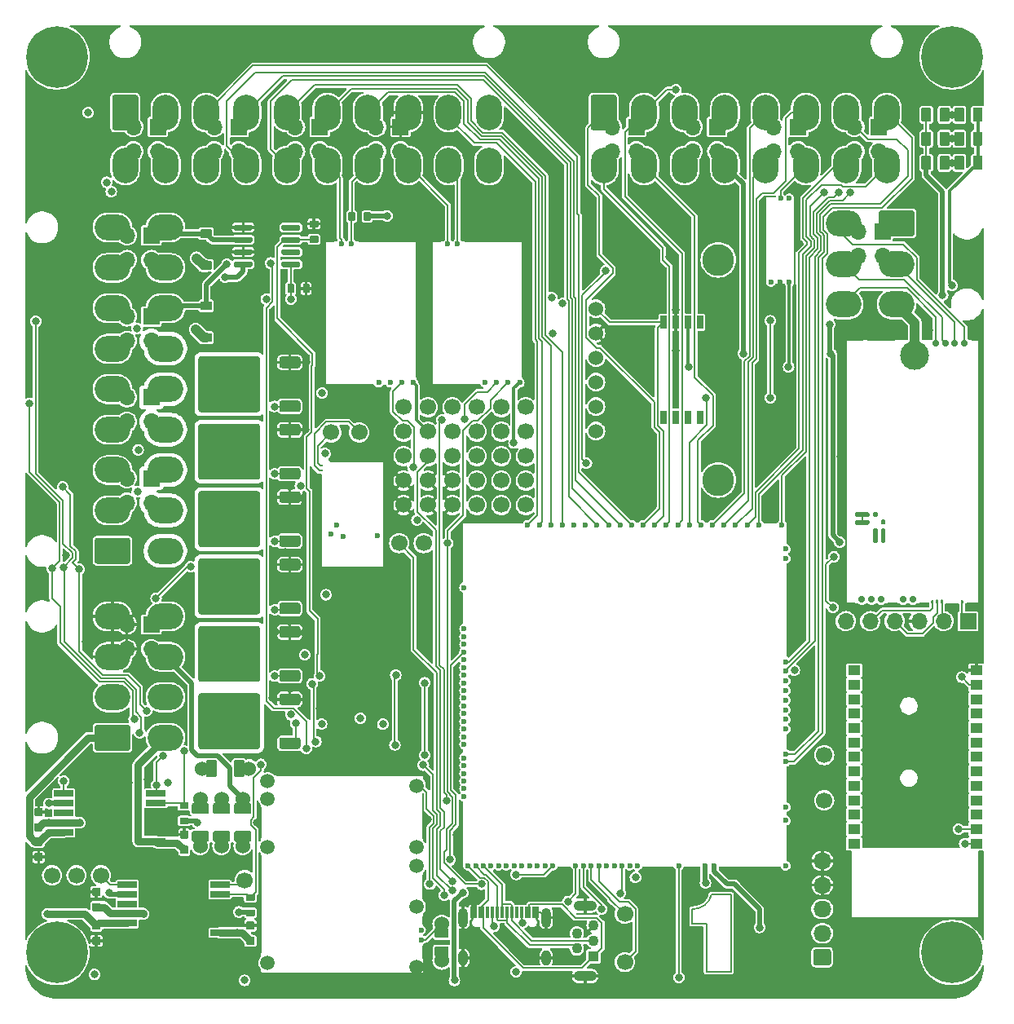
<source format=gtl>
G04 #@! TF.GenerationSoftware,KiCad,Pcbnew,8.0.9-8.0.9-0~ubuntu24.04.1*
G04 #@! TF.CreationDate,2026-02-26T22:36:56+00:00*
G04 #@! TF.ProjectId,uaefi,75616566-692e-46b6-9963-61645f706362,E*
G04 #@! TF.SameCoordinates,Original*
G04 #@! TF.FileFunction,Copper,L1,Top*
G04 #@! TF.FilePolarity,Positive*
%FSLAX46Y46*%
G04 Gerber Fmt 4.6, Leading zero omitted, Abs format (unit mm)*
G04 Created by KiCad (PCBNEW 8.0.9-8.0.9-0~ubuntu24.04.1) date 2026-02-26 22:36:56*
%MOMM*%
%LPD*%
G01*
G04 APERTURE LIST*
G04 #@! TA.AperFunction,EtchedComponent*
%ADD10C,0.200000*%
G04 #@! TD*
G04 #@! TA.AperFunction,ComponentPad*
%ADD11R,1.700000X1.700000*%
G04 #@! TD*
G04 #@! TA.AperFunction,ComponentPad*
%ADD12O,1.700000X1.700000*%
G04 #@! TD*
G04 #@! TA.AperFunction,ComponentPad*
%ADD13O,2.700000X3.700000*%
G04 #@! TD*
G04 #@! TA.AperFunction,ComponentPad*
%ADD14C,1.700000*%
G04 #@! TD*
G04 #@! TA.AperFunction,ComponentPad*
%ADD15C,0.700000*%
G04 #@! TD*
G04 #@! TA.AperFunction,SMDPad,CuDef*
%ADD16C,3.000000*%
G04 #@! TD*
G04 #@! TA.AperFunction,SMDPad,CuDef*
%ADD17R,3.000000X0.250000*%
G04 #@! TD*
G04 #@! TA.AperFunction,SMDPad,CuDef*
%ADD18R,1.100000X0.250000*%
G04 #@! TD*
G04 #@! TA.AperFunction,SMDPad,CuDef*
%ADD19R,0.980000X0.250000*%
G04 #@! TD*
G04 #@! TA.AperFunction,SMDPad,CuDef*
%ADD20R,1.450000X0.250000*%
G04 #@! TD*
G04 #@! TA.AperFunction,SMDPad,CuDef*
%ADD21R,0.250000X27.600000*%
G04 #@! TD*
G04 #@! TA.AperFunction,SMDPad,CuDef*
%ADD22R,1.950000X0.250000*%
G04 #@! TD*
G04 #@! TA.AperFunction,SMDPad,CuDef*
%ADD23R,0.950000X0.250000*%
G04 #@! TD*
G04 #@! TA.AperFunction,ComponentPad*
%ADD24C,0.800000*%
G04 #@! TD*
G04 #@! TA.AperFunction,ComponentPad*
%ADD25C,6.400000*%
G04 #@! TD*
G04 #@! TA.AperFunction,ComponentPad*
%ADD26C,1.524000*%
G04 #@! TD*
G04 #@! TA.AperFunction,ComponentPad*
%ADD27O,1.850000X1.700000*%
G04 #@! TD*
G04 #@! TA.AperFunction,ComponentPad*
%ADD28C,0.600000*%
G04 #@! TD*
G04 #@! TA.AperFunction,SMDPad,CuDef*
%ADD29R,6.185000X0.250000*%
G04 #@! TD*
G04 #@! TA.AperFunction,SMDPad,CuDef*
%ADD30R,1.115000X0.250000*%
G04 #@! TD*
G04 #@! TA.AperFunction,SMDPad,CuDef*
%ADD31R,0.250000X14.275000*%
G04 #@! TD*
G04 #@! TA.AperFunction,SMDPad,CuDef*
%ADD32R,0.250000X15.100000*%
G04 #@! TD*
G04 #@! TA.AperFunction,SMDPad,CuDef*
%ADD33R,5.175000X0.250000*%
G04 #@! TD*
G04 #@! TA.AperFunction,ComponentPad*
%ADD34R,1.100000X1.100000*%
G04 #@! TD*
G04 #@! TA.AperFunction,ComponentPad*
%ADD35C,1.100000*%
G04 #@! TD*
G04 #@! TA.AperFunction,ComponentPad*
%ADD36O,2.400000X1.100000*%
G04 #@! TD*
G04 #@! TA.AperFunction,SMDPad,CuDef*
%ADD37O,1.225000X0.200000*%
G04 #@! TD*
G04 #@! TA.AperFunction,SMDPad,CuDef*
%ADD38O,0.200000X9.300000*%
G04 #@! TD*
G04 #@! TA.AperFunction,ComponentPad*
%ADD39C,1.500000*%
G04 #@! TD*
G04 #@! TA.AperFunction,SMDPad,CuDef*
%ADD40O,0.200000X3.300000*%
G04 #@! TD*
G04 #@! TA.AperFunction,SMDPad,CuDef*
%ADD41O,0.200000X10.200000*%
G04 #@! TD*
G04 #@! TA.AperFunction,SMDPad,CuDef*
%ADD42O,0.200000X0.300000*%
G04 #@! TD*
G04 #@! TA.AperFunction,SMDPad,CuDef*
%ADD43O,17.000000X0.200000*%
G04 #@! TD*
G04 #@! TA.AperFunction,SMDPad,CuDef*
%ADD44O,15.400000X0.200000*%
G04 #@! TD*
G04 #@! TA.AperFunction,SMDPad,CuDef*
%ADD45O,0.200000X4.800000*%
G04 #@! TD*
G04 #@! TA.AperFunction,SMDPad,CuDef*
%ADD46O,0.200000X2.600000*%
G04 #@! TD*
G04 #@! TA.AperFunction,SMDPad,CuDef*
%ADD47O,0.200000X1.000000*%
G04 #@! TD*
G04 #@! TA.AperFunction,SMDPad,CuDef*
%ADD48O,0.200000X1.500000*%
G04 #@! TD*
G04 #@! TA.AperFunction,SMDPad,CuDef*
%ADD49O,5.669999X0.200000*%
G04 #@! TD*
G04 #@! TA.AperFunction,SMDPad,CuDef*
%ADD50O,0.200000X11.100001*%
G04 #@! TD*
G04 #@! TA.AperFunction,SMDPad,CuDef*
%ADD51O,0.399999X9.800001*%
G04 #@! TD*
G04 #@! TA.AperFunction,SMDPad,CuDef*
%ADD52O,0.250000X0.499999*%
G04 #@! TD*
G04 #@! TA.AperFunction,SMDPad,CuDef*
%ADD53O,6.799999X0.200000*%
G04 #@! TD*
G04 #@! TA.AperFunction,SMDPad,CuDef*
%ADD54O,0.499999X0.250000*%
G04 #@! TD*
G04 #@! TA.AperFunction,ComponentPad*
%ADD55C,0.599999*%
G04 #@! TD*
G04 #@! TA.AperFunction,ComponentPad*
%ADD56O,3.700000X2.700000*%
G04 #@! TD*
G04 #@! TA.AperFunction,SMDPad,CuDef*
%ADD57R,1.300000X1.000000*%
G04 #@! TD*
G04 #@! TA.AperFunction,SMDPad,CuDef*
%ADD58R,2.000000X0.650000*%
G04 #@! TD*
G04 #@! TA.AperFunction,SMDPad,CuDef*
%ADD59R,4.500000X8.100000*%
G04 #@! TD*
G04 #@! TA.AperFunction,SMDPad,CuDef*
%ADD60R,0.200000X3.700000*%
G04 #@! TD*
G04 #@! TA.AperFunction,SMDPad,CuDef*
%ADD61R,0.200000X0.400000*%
G04 #@! TD*
G04 #@! TA.AperFunction,SMDPad,CuDef*
%ADD62R,0.200000X1.600000*%
G04 #@! TD*
G04 #@! TA.AperFunction,SMDPad,CuDef*
%ADD63R,0.200000X9.700000*%
G04 #@! TD*
G04 #@! TA.AperFunction,SMDPad,CuDef*
%ADD64R,0.200000X2.300000*%
G04 #@! TD*
G04 #@! TA.AperFunction,SMDPad,CuDef*
%ADD65R,1.400000X0.200000*%
G04 #@! TD*
G04 #@! TA.AperFunction,SMDPad,CuDef*
%ADD66R,6.400000X0.200000*%
G04 #@! TD*
G04 #@! TA.AperFunction,SMDPad,CuDef*
%ADD67R,1.700000X0.200000*%
G04 #@! TD*
G04 #@! TA.AperFunction,SMDPad,CuDef*
%ADD68R,3.300000X0.200000*%
G04 #@! TD*
G04 #@! TA.AperFunction,SMDPad,CuDef*
%ADD69R,0.200000X7.000000*%
G04 #@! TD*
G04 #@! TA.AperFunction,SMDPad,CuDef*
%ADD70R,0.200000X3.300000*%
G04 #@! TD*
G04 #@! TA.AperFunction,SMDPad,CuDef*
%ADD71R,0.200000X6.300000*%
G04 #@! TD*
G04 #@! TA.AperFunction,SMDPad,CuDef*
%ADD72R,0.300000X1.150000*%
G04 #@! TD*
G04 #@! TA.AperFunction,ComponentPad*
%ADD73O,1.000000X2.100000*%
G04 #@! TD*
G04 #@! TA.AperFunction,ComponentPad*
%ADD74O,1.000000X1.600000*%
G04 #@! TD*
G04 #@! TA.AperFunction,ComponentPad*
%ADD75C,3.302000*%
G04 #@! TD*
G04 #@! TA.AperFunction,SMDPad,CuDef*
%ADD76R,0.690000X1.350000*%
G04 #@! TD*
G04 #@! TA.AperFunction,ViaPad*
%ADD77C,0.800000*%
G04 #@! TD*
G04 #@! TA.AperFunction,ViaPad*
%ADD78C,3.300000*%
G04 #@! TD*
G04 #@! TA.AperFunction,Conductor*
%ADD79C,0.200000*%
G04 #@! TD*
G04 #@! TA.AperFunction,Conductor*
%ADD80C,0.800000*%
G04 #@! TD*
G04 #@! TA.AperFunction,Conductor*
%ADD81C,0.300000*%
G04 #@! TD*
G04 #@! TA.AperFunction,Conductor*
%ADD82C,1.000000*%
G04 #@! TD*
G04 #@! TA.AperFunction,Conductor*
%ADD83C,0.500000*%
G04 #@! TD*
G04 #@! TA.AperFunction,Conductor*
%ADD84C,0.150000*%
G04 #@! TD*
G04 APERTURE END LIST*
D10*
G04 #@! TO.C,G2*
X72000000Y9000000D02*
X72000000Y10500000D01*
X72000000Y9000000D02*
X73500000Y9000000D01*
X73500000Y9000000D02*
X73500000Y4000000D01*
X73500000Y4000000D02*
X76000000Y4000000D01*
X76000000Y12000000D02*
X74000000Y12000000D01*
X76000000Y4000000D02*
X76000000Y12000000D01*
X74000000Y12000000D02*
G75*
G02*
X72000000Y10500000I-1921601J478801D01*
G01*
G04 #@! TD*
G04 #@! TO.P,R40,1*
G04 #@! TO.N,/IN_BUTTON3*
G04 #@! TA.AperFunction,SMDPad,CuDef*
G36*
G01*
X99249999Y87375000D02*
X99249999Y88625000D01*
G75*
G02*
X99349999Y88725000I100000J0D01*
G01*
X100149999Y88725000D01*
G75*
G02*
X100249999Y88625000I0J-100000D01*
G01*
X100249999Y87375000D01*
G75*
G02*
X100149999Y87275000I-100000J0D01*
G01*
X99349999Y87275000D01*
G75*
G02*
X99249999Y87375000I0J100000D01*
G01*
G37*
G04 #@! TD.AperFunction*
G04 #@! TO.P,R40,2*
G04 #@! TO.N,+5VA*
G04 #@! TA.AperFunction,SMDPad,CuDef*
G36*
G01*
X101150021Y87375000D02*
X101150021Y88625000D01*
G75*
G02*
X101250021Y88725000I100000J0D01*
G01*
X102050021Y88725000D01*
G75*
G02*
X102150021Y88625000I0J-100000D01*
G01*
X102150021Y87375000D01*
G75*
G02*
X102050021Y87275000I-100000J0D01*
G01*
X101250021Y87275000D01*
G75*
G02*
X101150021Y87375000I0J100000D01*
G01*
G37*
G04 #@! TD.AperFunction*
G04 #@! TD*
G04 #@! TO.P,U7,1,IN1*
G04 #@! TO.N,/LS1*
G04 #@! TA.AperFunction,SMDPad,CuDef*
G36*
G01*
X31275000Y77610000D02*
X31275000Y77310000D01*
G75*
G02*
X31125000Y77160000I-150000J0D01*
G01*
X29475000Y77160000D01*
G75*
G02*
X29325000Y77310000I0J150000D01*
G01*
X29325000Y77610000D01*
G75*
G02*
X29475000Y77760000I150000J0D01*
G01*
X31125000Y77760000D01*
G75*
G02*
X31275000Y77610000I0J-150000D01*
G01*
G37*
G04 #@! TD.AperFunction*
G04 #@! TO.P,U7,2,STATUS1*
G04 #@! TO.N,unconnected-(U7-STATUS1-Pad2)*
G04 #@! TA.AperFunction,SMDPad,CuDef*
G36*
G01*
X31275000Y78880000D02*
X31275000Y78580000D01*
G75*
G02*
X31125000Y78430000I-150000J0D01*
G01*
X29475000Y78430000D01*
G75*
G02*
X29325000Y78580000I0J150000D01*
G01*
X29325000Y78880000D01*
G75*
G02*
X29475000Y79030000I150000J0D01*
G01*
X31125000Y79030000D01*
G75*
G02*
X31275000Y78880000I0J-150000D01*
G01*
G37*
G04 #@! TD.AperFunction*
G04 #@! TO.P,U7,3,IN2*
G04 #@! TO.N,/LS2*
G04 #@! TA.AperFunction,SMDPad,CuDef*
G36*
G01*
X31275000Y80150000D02*
X31275000Y79850000D01*
G75*
G02*
X31125000Y79700000I-150000J0D01*
G01*
X29475000Y79700000D01*
G75*
G02*
X29325000Y79850000I0J150000D01*
G01*
X29325000Y80150000D01*
G75*
G02*
X29475000Y80300000I150000J0D01*
G01*
X31125000Y80300000D01*
G75*
G02*
X31275000Y80150000I0J-150000D01*
G01*
G37*
G04 #@! TD.AperFunction*
G04 #@! TO.P,U7,4,STATUS2*
G04 #@! TO.N,unconnected-(U7-STATUS2-Pad4)*
G04 #@! TA.AperFunction,SMDPad,CuDef*
G36*
G01*
X31275000Y81420000D02*
X31275000Y81120000D01*
G75*
G02*
X31125000Y80970000I-150000J0D01*
G01*
X29475000Y80970000D01*
G75*
G02*
X29325000Y81120000I0J150000D01*
G01*
X29325000Y81420000D01*
G75*
G02*
X29475000Y81570000I150000J0D01*
G01*
X31125000Y81570000D01*
G75*
G02*
X31275000Y81420000I0J-150000D01*
G01*
G37*
G04 #@! TD.AperFunction*
G04 #@! TO.P,U7,5,S2*
G04 #@! TO.N,GND*
G04 #@! TA.AperFunction,SMDPad,CuDef*
G36*
G01*
X26325000Y81420000D02*
X26325000Y81120000D01*
G75*
G02*
X26175000Y80970000I-150000J0D01*
G01*
X24525000Y80970000D01*
G75*
G02*
X24375000Y81120000I0J150000D01*
G01*
X24375000Y81420000D01*
G75*
G02*
X24525000Y81570000I150000J0D01*
G01*
X26175000Y81570000D01*
G75*
G02*
X26325000Y81420000I0J-150000D01*
G01*
G37*
G04 #@! TD.AperFunction*
G04 #@! TO.P,U7,6,D2*
G04 #@! TO.N,/OUT_LS2*
G04 #@! TA.AperFunction,SMDPad,CuDef*
G36*
G01*
X26325000Y80150000D02*
X26325000Y79850000D01*
G75*
G02*
X26175000Y79700000I-150000J0D01*
G01*
X24525000Y79700000D01*
G75*
G02*
X24375000Y79850000I0J150000D01*
G01*
X24375000Y80150000D01*
G75*
G02*
X24525000Y80300000I150000J0D01*
G01*
X26175000Y80300000D01*
G75*
G02*
X26325000Y80150000I0J-150000D01*
G01*
G37*
G04 #@! TD.AperFunction*
G04 #@! TO.P,U7,7,S1*
G04 #@! TO.N,GND*
G04 #@! TA.AperFunction,SMDPad,CuDef*
G36*
G01*
X26325000Y78880000D02*
X26325000Y78580000D01*
G75*
G02*
X26175000Y78430000I-150000J0D01*
G01*
X24525000Y78430000D01*
G75*
G02*
X24375000Y78580000I0J150000D01*
G01*
X24375000Y78880000D01*
G75*
G02*
X24525000Y79030000I150000J0D01*
G01*
X26175000Y79030000D01*
G75*
G02*
X26325000Y78880000I0J-150000D01*
G01*
G37*
G04 #@! TD.AperFunction*
G04 #@! TO.P,U7,8,D1*
G04 #@! TO.N,/OUT_LS1*
G04 #@! TA.AperFunction,SMDPad,CuDef*
G36*
G01*
X26325000Y77610000D02*
X26325000Y77310000D01*
G75*
G02*
X26175000Y77160000I-150000J0D01*
G01*
X24525000Y77160000D01*
G75*
G02*
X24375000Y77310000I0J150000D01*
G01*
X24375000Y77610000D01*
G75*
G02*
X24525000Y77760000I150000J0D01*
G01*
X26175000Y77760000D01*
G75*
G02*
X26325000Y77610000I0J-150000D01*
G01*
G37*
G04 #@! TD.AperFunction*
G04 #@! TD*
G04 #@! TO.P,C24,1*
G04 #@! TO.N,GND*
G04 #@! TA.AperFunction,SMDPad,CuDef*
G36*
G01*
X9760000Y12715001D02*
X10440000Y12715001D01*
G75*
G02*
X10525000Y12630001I0J-85000D01*
G01*
X10525000Y11950001D01*
G75*
G02*
X10440000Y11865001I-85000J0D01*
G01*
X9760000Y11865001D01*
G75*
G02*
X9675000Y11950001I0J85000D01*
G01*
X9675000Y12630001D01*
G75*
G02*
X9760000Y12715001I85000J0D01*
G01*
G37*
G04 #@! TD.AperFunction*
G04 #@! TO.P,C24,2*
G04 #@! TO.N,/DC Driver 2/PWR*
G04 #@! TA.AperFunction,SMDPad,CuDef*
G36*
G01*
X9760000Y11134999D02*
X10440000Y11134999D01*
G75*
G02*
X10525000Y11049999I0J-85000D01*
G01*
X10525000Y10369999D01*
G75*
G02*
X10440000Y10284999I-85000J0D01*
G01*
X9760000Y10284999D01*
G75*
G02*
X9675000Y10369999I0J85000D01*
G01*
X9675000Y11049999D01*
G75*
G02*
X9760000Y11134999I85000J0D01*
G01*
G37*
G04 #@! TD.AperFunction*
G04 #@! TD*
G04 #@! TO.P,R39,1*
G04 #@! TO.N,/IN_BUTTON2*
G04 #@! TA.AperFunction,SMDPad,CuDef*
G36*
G01*
X99249999Y89875000D02*
X99249999Y91125000D01*
G75*
G02*
X99349999Y91225000I100000J0D01*
G01*
X100149999Y91225000D01*
G75*
G02*
X100249999Y91125000I0J-100000D01*
G01*
X100249999Y89875000D01*
G75*
G02*
X100149999Y89775000I-100000J0D01*
G01*
X99349999Y89775000D01*
G75*
G02*
X99249999Y89875000I0J100000D01*
G01*
G37*
G04 #@! TD.AperFunction*
G04 #@! TO.P,R39,2*
G04 #@! TO.N,+5VA*
G04 #@! TA.AperFunction,SMDPad,CuDef*
G36*
G01*
X101150021Y89875000D02*
X101150021Y91125000D01*
G75*
G02*
X101250021Y91225000I100000J0D01*
G01*
X102050021Y91225000D01*
G75*
G02*
X102150021Y91125000I0J-100000D01*
G01*
X102150021Y89875000D01*
G75*
G02*
X102050021Y89775000I-100000J0D01*
G01*
X101250021Y89775000D01*
G75*
G02*
X101150021Y89875000I0J100000D01*
G01*
G37*
G04 #@! TD.AperFunction*
G04 #@! TD*
G04 #@! TO.P,Q10,1,G*
G04 #@! TO.N,Net-(Q10-G)*
G04 #@! TA.AperFunction,SMDPad,CuDef*
G36*
G01*
X31300000Y42070000D02*
X31300000Y41370000D01*
G75*
G02*
X31050000Y41120000I-250000J0D01*
G01*
X29350000Y41120000D01*
G75*
G02*
X29100000Y41370000I0J250000D01*
G01*
X29100000Y42070000D01*
G75*
G02*
X29350000Y42320000I250000J0D01*
G01*
X31050000Y42320000D01*
G75*
G02*
X31300000Y42070000I0J-250000D01*
G01*
G37*
G04 #@! TD.AperFunction*
G04 #@! TO.P,Q10,2,C*
G04 #@! TO.N,/OUT_IGN4*
G04 #@! TA.AperFunction,SMDPad,CuDef*
G36*
G01*
X27100000Y43600000D02*
X27100000Y41350000D01*
G75*
G02*
X26850000Y41100000I-250000J0D01*
G01*
X24300000Y41100000D01*
G75*
G02*
X24050000Y41350000I0J250000D01*
G01*
X24050000Y43600000D01*
G75*
G02*
X24300000Y43850000I250000J0D01*
G01*
X26850000Y43850000D01*
G75*
G02*
X27100000Y43600000I0J-250000D01*
G01*
G37*
G04 #@! TD.AperFunction*
G04 #@! TA.AperFunction,SMDPad,CuDef*
G36*
G01*
X27100000Y46650000D02*
X27100000Y44400000D01*
G75*
G02*
X26850000Y44150000I-250000J0D01*
G01*
X24300000Y44150000D01*
G75*
G02*
X24050000Y44400000I0J250000D01*
G01*
X24050000Y46650000D01*
G75*
G02*
X24300000Y46900000I250000J0D01*
G01*
X26850000Y46900000D01*
G75*
G02*
X27100000Y46650000I0J-250000D01*
G01*
G37*
G04 #@! TD.AperFunction*
G04 #@! TA.AperFunction,SMDPad,CuDef*
G36*
G01*
X27100000Y46650003D02*
X27100000Y41349997D01*
G75*
G02*
X26850003Y41100000I-249997J0D01*
G01*
X20949997Y41100000D01*
G75*
G02*
X20700000Y41349997I0J249997D01*
G01*
X20700000Y46650003D01*
G75*
G02*
X20949997Y46900000I249997J0D01*
G01*
X26850003Y46900000D01*
G75*
G02*
X27100000Y46650003I0J-249997D01*
G01*
G37*
G04 #@! TD.AperFunction*
G04 #@! TA.AperFunction,SMDPad,CuDef*
G36*
G01*
X23750000Y43600000D02*
X23750000Y41350000D01*
G75*
G02*
X23500000Y41100000I-250000J0D01*
G01*
X20950000Y41100000D01*
G75*
G02*
X20700000Y41350000I0J250000D01*
G01*
X20700000Y43600000D01*
G75*
G02*
X20950000Y43850000I250000J0D01*
G01*
X23500000Y43850000D01*
G75*
G02*
X23750000Y43600000I0J-250000D01*
G01*
G37*
G04 #@! TD.AperFunction*
G04 #@! TA.AperFunction,SMDPad,CuDef*
G36*
G01*
X23750000Y46650000D02*
X23750000Y44400000D01*
G75*
G02*
X23500000Y44150000I-250000J0D01*
G01*
X20950000Y44150000D01*
G75*
G02*
X20700000Y44400000I0J250000D01*
G01*
X20700000Y46650000D01*
G75*
G02*
X20950000Y46900000I250000J0D01*
G01*
X23500000Y46900000D01*
G75*
G02*
X23750000Y46650000I0J-250000D01*
G01*
G37*
G04 #@! TD.AperFunction*
G04 #@! TO.P,Q10,3,E*
G04 #@! TO.N,GND*
G04 #@! TA.AperFunction,SMDPad,CuDef*
G36*
G01*
X31300000Y46630000D02*
X31300000Y45930000D01*
G75*
G02*
X31050000Y45680000I-250000J0D01*
G01*
X29350000Y45680000D01*
G75*
G02*
X29100000Y45930000I0J250000D01*
G01*
X29100000Y46630000D01*
G75*
G02*
X29350000Y46880000I250000J0D01*
G01*
X31050000Y46880000D01*
G75*
G02*
X31300000Y46630000I0J-250000D01*
G01*
G37*
G04 #@! TD.AperFunction*
G04 #@! TD*
D11*
G04 #@! TO.P,J21,1,Pin_1*
G04 #@! TO.N,/OUT_IGN3*
X15815000Y55250000D03*
D12*
G04 #@! TO.P,J21,2,Pin_2*
G04 #@! TO.N,/OUT_INJ4*
X13275000Y55250000D03*
G04 #@! TO.P,J21,3,Pin_3*
G04 #@! TO.N,/OUT_IGN4*
X15815000Y52710000D03*
G04 #@! TO.P,J21,4,Pin_4*
G04 #@! TO.N,/OUT_INJ5*
X13275000Y52710000D03*
G04 #@! TD*
G04 #@! TO.P,J10,1,Pin_1*
G04 #@! TO.N,/IN_AUX1*
G04 #@! TA.AperFunction,ComponentPad*
G36*
G01*
X61450000Y91625001D02*
X61450000Y94824999D01*
G75*
G02*
X61700001Y95075000I250001J0D01*
G01*
X63899999Y95075000D01*
G75*
G02*
X64150000Y94824999I0J-250001D01*
G01*
X64150000Y91625001D01*
G75*
G02*
X63899999Y91375000I-250001J0D01*
G01*
X61700001Y91375000D01*
G75*
G02*
X61450000Y91625001I0J250001D01*
G01*
G37*
G04 #@! TD.AperFunction*
D13*
G04 #@! TO.P,J10,2,Pin_2*
G04 #@! TO.N,/IN_BUTTON1*
X67000000Y93225000D03*
G04 #@! TO.P,J10,3,Pin_3*
G04 #@! TO.N,+5VP*
X71200000Y93225000D03*
G04 #@! TO.P,J10,4,Pin_4*
X75400000Y93225000D03*
G04 #@! TO.P,J10,5,Pin_5*
G04 #@! TO.N,/IN_FLEX*
X79600000Y93225000D03*
G04 #@! TO.P,J10,6,Pin_6*
G04 #@! TO.N,/IN_PPS1*
X83800000Y93225000D03*
G04 #@! TO.P,J10,7,Pin_7*
G04 #@! TO.N,/CAN+*
X88000000Y93225000D03*
G04 #@! TO.P,J10,8,Pin_8*
G04 #@! TO.N,/CAN-*
X92200000Y93225000D03*
G04 #@! TO.P,J10,9,Pin_9*
G04 #@! TO.N,/IN_MAP*
X62800000Y87725000D03*
G04 #@! TO.P,J10,10,Pin_10*
G04 #@! TO.N,/IN_BUTTON2*
X67000000Y87725000D03*
G04 #@! TO.P,J10,11,Pin_11*
G04 #@! TO.N,GNDA*
X71200000Y87725000D03*
G04 #@! TO.P,J10,12,Pin_12*
X75400000Y87725000D03*
G04 #@! TO.P,J10,13,Pin_13*
G04 #@! TO.N,/IN_TPS1*
X79600000Y87725000D03*
G04 #@! TO.P,J10,14,Pin_14*
G04 #@! TO.N,/IN_KNOCK_RAW*
X83800000Y87725000D03*
G04 #@! TO.P,J10,15,Pin_15*
G04 #@! TO.N,/IN_IAT*
X88000000Y87725000D03*
G04 #@! TO.P,J10,16,Pin_16*
G04 #@! TO.N,/IN_CLT*
X92200000Y87725000D03*
G04 #@! TD*
D14*
G04 #@! TO.P,P8,1,Pin_1*
G04 #@! TO.N,Net-(M6-UART2_TX_(PD5))*
X85700000Y21800000D03*
G04 #@! TD*
D11*
G04 #@! TO.P,J20,1,Pin_1*
G04 #@! TO.N,/OUT_IGN2*
X15815000Y63650000D03*
D12*
G04 #@! TO.P,J20,2,Pin_2*
G04 #@! TO.N,/OUT_INJ2*
X13275000Y63650000D03*
G04 #@! TO.P,J20,3,Pin_3*
G04 #@! TO.N,/OUT_IGN5*
X15815000Y61110000D03*
G04 #@! TO.P,J20,4,Pin_4*
G04 #@! TO.N,/OUT_INJ3*
X13275000Y61110000D03*
G04 #@! TD*
D15*
G04 #@! TO.P,M5,E1,LSU_Un*
G04 #@! TO.N,/WBO_Un*
X100275000Y69250000D03*
G04 #@! TO.P,M5,E2,LSU_Vm*
G04 #@! TO.N,/WBO_Vm*
X97275000Y69250000D03*
G04 #@! TO.P,M5,E3,LSU_Ip*
G04 #@! TO.N,/WBO_Ip*
X98275000Y69250000D03*
G04 #@! TO.P,M5,E4,LSU_Rtrim*
G04 #@! TO.N,/WBO_Rtrim*
X99275000Y69250000D03*
D16*
G04 #@! TO.P,M5,E5,LSU_H+*
G04 #@! TO.N,/WBO_Heater*
X95125000Y68000000D03*
D17*
G04 #@! TO.P,M5,E6,LSU_H-*
G04 #@! TO.N,GND*
X91625000Y69625000D03*
D18*
G04 #@! TO.P,M5,G,GND*
X88425000Y42275000D03*
D19*
X92765000Y42275000D03*
X96065000Y42275000D03*
D20*
X101150000Y42275000D03*
D21*
X88000000Y55950000D03*
X101750000Y55950000D03*
D22*
X88850000Y69625000D03*
D23*
X101400000Y69625000D03*
G04 #@! TO.P,M5,J1,SEL1*
G04 #@! TO.N,Net-(M5-PULL_DOWN1)*
G04 #@! TA.AperFunction,SMDPad,CuDef*
G36*
G01*
X89025000Y51700000D02*
X90275000Y51700000D01*
G75*
G02*
X90400000Y51575000I0J-125000D01*
G01*
X90400000Y51325000D01*
G75*
G02*
X90275000Y51200000I-125000J0D01*
G01*
X89025000Y51200000D01*
G75*
G02*
X88900000Y51325000I0J125000D01*
G01*
X88900000Y51575000D01*
G75*
G02*
X89025000Y51700000I125000J0D01*
G01*
G37*
G04 #@! TD.AperFunction*
G04 #@! TO.P,M5,J2,SEL2*
G04 #@! TO.N,unconnected-(M5-SEL2-PadJ2)*
G04 #@! TA.AperFunction,SMDPad,CuDef*
G36*
G01*
X91700000Y50025000D02*
X91950000Y50025000D01*
G75*
G02*
X92075000Y49900000I0J-125000D01*
G01*
X92075000Y48650000D01*
G75*
G02*
X91950000Y48525000I-125000J0D01*
G01*
X91700000Y48525000D01*
G75*
G02*
X91575000Y48650000I0J125000D01*
G01*
X91575000Y49900000D01*
G75*
G02*
X91700000Y50025000I125000J0D01*
G01*
G37*
G04 #@! TD.AperFunction*
G04 #@! TO.P,M5,J_GND1,PULL_DOWN1*
G04 #@! TO.N,Net-(M5-PULL_DOWN1)*
G04 #@! TA.AperFunction,SMDPad,CuDef*
G36*
G01*
X89025000Y50900000D02*
X90275000Y50900000D01*
G75*
G02*
X90400000Y50775000I0J-125000D01*
G01*
X90400000Y50525000D01*
G75*
G02*
X90275000Y50400000I-125000J0D01*
G01*
X89025000Y50400000D01*
G75*
G02*
X88900000Y50525000I0J125000D01*
G01*
X88900000Y50775000D01*
G75*
G02*
X89025000Y50900000I125000J0D01*
G01*
G37*
G04 #@! TD.AperFunction*
G04 #@! TO.P,M5,J_GND2,PULL_DOWN2*
G04 #@! TO.N,unconnected-(M5-PULL_DOWN2-PadJ_GND2)*
G04 #@! TA.AperFunction,SMDPad,CuDef*
G36*
G01*
X91575000Y50575000D02*
X91575000Y50825000D01*
G75*
G02*
X91700000Y50950000I125000J0D01*
G01*
X91950000Y50950000D01*
G75*
G02*
X92075000Y50825000I0J-125000D01*
G01*
X92075000Y50575000D01*
G75*
G02*
X91950000Y50450000I-125000J0D01*
G01*
X91700000Y50450000D01*
G75*
G02*
X91575000Y50575000I0J125000D01*
G01*
G37*
G04 #@! TD.AperFunction*
G04 #@! TO.P,M5,J_VCC1,PULL_UP1*
G04 #@! TO.N,unconnected-(M5-PULL_UP1-PadJ_VCC1)*
G04 #@! TA.AperFunction,SMDPad,CuDef*
G36*
G01*
X90900000Y51700000D02*
X91150000Y51700000D01*
G75*
G02*
X91275000Y51575000I0J-125000D01*
G01*
X91275000Y51325000D01*
G75*
G02*
X91150000Y51200000I-125000J0D01*
G01*
X90900000Y51200000D01*
G75*
G02*
X90775000Y51325000I0J125000D01*
G01*
X90775000Y51575000D01*
G75*
G02*
X90900000Y51700000I125000J0D01*
G01*
G37*
G04 #@! TD.AperFunction*
G04 #@! TO.P,M5,J_VCC2,PULL_UP2*
G04 #@! TO.N,unconnected-(M5-PULL_UP2-PadJ_VCC2)*
G04 #@! TA.AperFunction,SMDPad,CuDef*
G36*
G01*
X90900000Y50025000D02*
X91150000Y50025000D01*
G75*
G02*
X91275000Y49900000I0J-125000D01*
G01*
X91275000Y48650000D01*
G75*
G02*
X91150000Y48525000I-125000J0D01*
G01*
X90900000Y48525000D01*
G75*
G02*
X90775000Y48650000I0J125000D01*
G01*
X90775000Y49900000D01*
G75*
G02*
X90900000Y50025000I125000J0D01*
G01*
G37*
G04 #@! TD.AperFunction*
D15*
G04 #@! TO.P,M5,W1,V5_IN*
G04 #@! TO.N,+5VA*
X90625000Y42658800D03*
G04 #@! TO.P,M5,W2,CAN_VIO*
G04 #@! TO.N,unconnected-(M5-CAN_VIO-PadW2)*
X91625000Y42658800D03*
G04 #@! TO.P,M5,W3,CANL*
G04 #@! TO.N,/CAN-*
X94921000Y42658800D03*
G04 #@! TO.P,M5,W4,CANH*
G04 #@! TO.N,/CAN+*
X93905000Y42658800D03*
G04 #@! TO.P,M5,W5,nReset*
G04 #@! TO.N,Net-(J6-Pin_5)*
G04 #@! TA.AperFunction,SMDPad,CuDef*
G36*
G01*
X96925000Y42150000D02*
X96925000Y42150000D01*
G75*
G02*
X96800000Y42275000I0J125000D01*
G01*
X96800000Y42525000D01*
G75*
G02*
X96925000Y42650000I125000J0D01*
G01*
X96925000Y42650000D01*
G75*
G02*
X97050000Y42525000I0J-125000D01*
G01*
X97050000Y42275000D01*
G75*
G02*
X96925000Y42150000I-125000J0D01*
G01*
G37*
G04 #@! TD.AperFunction*
G04 #@! TO.P,M5,W6,SWDIO*
G04 #@! TO.N,Net-(J6-Pin_4)*
G04 #@! TA.AperFunction,SMDPad,CuDef*
G36*
G01*
X97425000Y42150000D02*
X97425000Y42150000D01*
G75*
G02*
X97300000Y42275000I0J125000D01*
G01*
X97300000Y42525000D01*
G75*
G02*
X97425000Y42650000I125000J0D01*
G01*
X97425000Y42650000D01*
G75*
G02*
X97550000Y42525000I0J-125000D01*
G01*
X97550000Y42275000D01*
G75*
G02*
X97425000Y42150000I-125000J0D01*
G01*
G37*
G04 #@! TD.AperFunction*
G04 #@! TO.P,M5,W7,SWCLK*
G04 #@! TO.N,Net-(J6-Pin_2)*
G04 #@! TA.AperFunction,SMDPad,CuDef*
G36*
G01*
X97925000Y42150000D02*
X97925000Y42150000D01*
G75*
G02*
X97800000Y42275000I0J125000D01*
G01*
X97800000Y42525000D01*
G75*
G02*
X97925000Y42650000I125000J0D01*
G01*
X97925000Y42650000D01*
G75*
G02*
X98050000Y42525000I0J-125000D01*
G01*
X98050000Y42275000D01*
G75*
G02*
X97925000Y42150000I-125000J0D01*
G01*
G37*
G04 #@! TD.AperFunction*
G04 #@! TO.P,M5,W8,V33_OUT*
G04 #@! TO.N,Net-(J6-Pin_1)*
G04 #@! TA.AperFunction,SMDPad,CuDef*
G36*
G01*
X100025000Y42150000D02*
X100025000Y42150000D01*
G75*
G02*
X99900000Y42275000I0J125000D01*
G01*
X99900000Y42525000D01*
G75*
G02*
X100025000Y42650000I125000J0D01*
G01*
X100025000Y42650000D01*
G75*
G02*
X100150000Y42525000I0J-125000D01*
G01*
X100150000Y42275000D01*
G75*
G02*
X100025000Y42150000I-125000J0D01*
G01*
G37*
G04 #@! TD.AperFunction*
G04 #@! TO.P,M5,W9,VDDA*
G04 #@! TO.N,unconnected-(M5-VDDA-PadW9)*
X89625000Y42658800D03*
G04 #@! TD*
D14*
G04 #@! TO.P,P5,1,Pin_1*
G04 #@! TO.N,/VR_DISCRETE*
X44100000Y48500000D03*
G04 #@! TD*
G04 #@! TO.P,J2,1,Pin_1*
G04 #@! TO.N,+5VP*
G04 #@! TA.AperFunction,ComponentPad*
G36*
G01*
X11750000Y91625001D02*
X11750000Y94824999D01*
G75*
G02*
X12000001Y95075000I250001J0D01*
G01*
X14199999Y95075000D01*
G75*
G02*
X14450000Y94824999I0J-250001D01*
G01*
X14450000Y91625001D01*
G75*
G02*
X14199999Y91375000I-250001J0D01*
G01*
X12000001Y91375000D01*
G75*
G02*
X11750000Y91625001I0J250001D01*
G01*
G37*
G04 #@! TD.AperFunction*
D13*
G04 #@! TO.P,J2,2,Pin_2*
X17300000Y93225000D03*
G04 #@! TO.P,J2,3,Pin_3*
G04 #@! TO.N,/IN_AUX2*
X21500000Y93225000D03*
G04 #@! TO.P,J2,4,Pin_4*
G04 #@! TO.N,/IN_PPS2*
X25700000Y93225000D03*
G04 #@! TO.P,J2,5,Pin_5*
G04 #@! TO.N,/IN_HALL1*
X29900000Y93225000D03*
G04 #@! TO.P,J2,6,Pin_6*
G04 #@! TO.N,/IN_HALL2*
X34100000Y93225000D03*
G04 #@! TO.P,J2,7,Pin_7*
G04 #@! TO.N,/IN_HALL3*
X38300000Y93225000D03*
G04 #@! TO.P,J2,8,Pin_8*
G04 #@! TO.N,GND*
X42500000Y93225000D03*
G04 #@! TO.P,J2,9,Pin_9*
G04 #@! TO.N,/IN_BUTTON3*
X46700000Y93225000D03*
G04 #@! TO.P,J2,10,Pin_10*
G04 #@! TO.N,/EGT+*
X50900000Y93225000D03*
G04 #@! TO.P,J2,11,Pin_11*
G04 #@! TO.N,GNDA*
X13100000Y87725000D03*
G04 #@! TO.P,J2,12,Pin_12*
X17300000Y87725000D03*
G04 #@! TO.P,J2,13,Pin_13*
X21500000Y87725000D03*
G04 #@! TO.P,J2,14,Pin_14*
G04 #@! TO.N,/IN_TPS2*
X25700000Y87725000D03*
G04 #@! TO.P,J2,15,Pin_15*
G04 #@! TO.N,/IN_AUX3*
X29900000Y87725000D03*
G04 #@! TO.P,J2,16,Pin_16*
G04 #@! TO.N,/VR_MAX9924+*
X34100000Y87725000D03*
G04 #@! TO.P,J2,17,Pin_17*
G04 #@! TO.N,/VR_MAX9924-*
X38300000Y87725000D03*
G04 #@! TO.P,J2,18,Pin_18*
G04 #@! TO.N,/VR_DISCRETE+*
X42500000Y87725000D03*
G04 #@! TO.P,J2,19,Pin_19*
G04 #@! TO.N,/VR_DISCRETE-*
X46700000Y87725000D03*
G04 #@! TO.P,J2,20,Pin_20*
G04 #@! TO.N,/EGT-*
X50900000Y87725000D03*
G04 #@! TD*
G04 #@! TO.P,Q7,1,G*
G04 #@! TO.N,Net-(Q7-G)*
G04 #@! TA.AperFunction,SMDPad,CuDef*
G36*
G01*
X31300000Y63070000D02*
X31300000Y62370000D01*
G75*
G02*
X31050000Y62120000I-250000J0D01*
G01*
X29350000Y62120000D01*
G75*
G02*
X29100000Y62370000I0J250000D01*
G01*
X29100000Y63070000D01*
G75*
G02*
X29350000Y63320000I250000J0D01*
G01*
X31050000Y63320000D01*
G75*
G02*
X31300000Y63070000I0J-250000D01*
G01*
G37*
G04 #@! TD.AperFunction*
G04 #@! TO.P,Q7,2,C*
G04 #@! TO.N,/OUT_IGN1*
G04 #@! TA.AperFunction,SMDPad,CuDef*
G36*
G01*
X27100000Y64600000D02*
X27100000Y62350000D01*
G75*
G02*
X26850000Y62100000I-250000J0D01*
G01*
X24300000Y62100000D01*
G75*
G02*
X24050000Y62350000I0J250000D01*
G01*
X24050000Y64600000D01*
G75*
G02*
X24300000Y64850000I250000J0D01*
G01*
X26850000Y64850000D01*
G75*
G02*
X27100000Y64600000I0J-250000D01*
G01*
G37*
G04 #@! TD.AperFunction*
G04 #@! TA.AperFunction,SMDPad,CuDef*
G36*
G01*
X27100000Y67650000D02*
X27100000Y65400000D01*
G75*
G02*
X26850000Y65150000I-250000J0D01*
G01*
X24300000Y65150000D01*
G75*
G02*
X24050000Y65400000I0J250000D01*
G01*
X24050000Y67650000D01*
G75*
G02*
X24300000Y67900000I250000J0D01*
G01*
X26850000Y67900000D01*
G75*
G02*
X27100000Y67650000I0J-250000D01*
G01*
G37*
G04 #@! TD.AperFunction*
G04 #@! TA.AperFunction,SMDPad,CuDef*
G36*
G01*
X27100000Y67650003D02*
X27100000Y62349997D01*
G75*
G02*
X26850003Y62100000I-249997J0D01*
G01*
X20949997Y62100000D01*
G75*
G02*
X20700000Y62349997I0J249997D01*
G01*
X20700000Y67650003D01*
G75*
G02*
X20949997Y67900000I249997J0D01*
G01*
X26850003Y67900000D01*
G75*
G02*
X27100000Y67650003I0J-249997D01*
G01*
G37*
G04 #@! TD.AperFunction*
G04 #@! TA.AperFunction,SMDPad,CuDef*
G36*
G01*
X23750000Y64600000D02*
X23750000Y62350000D01*
G75*
G02*
X23500000Y62100000I-250000J0D01*
G01*
X20950000Y62100000D01*
G75*
G02*
X20700000Y62350000I0J250000D01*
G01*
X20700000Y64600000D01*
G75*
G02*
X20950000Y64850000I250000J0D01*
G01*
X23500000Y64850000D01*
G75*
G02*
X23750000Y64600000I0J-250000D01*
G01*
G37*
G04 #@! TD.AperFunction*
G04 #@! TA.AperFunction,SMDPad,CuDef*
G36*
G01*
X23750000Y67650000D02*
X23750000Y65400000D01*
G75*
G02*
X23500000Y65150000I-250000J0D01*
G01*
X20950000Y65150000D01*
G75*
G02*
X20700000Y65400000I0J250000D01*
G01*
X20700000Y67650000D01*
G75*
G02*
X20950000Y67900000I250000J0D01*
G01*
X23500000Y67900000D01*
G75*
G02*
X23750000Y67650000I0J-250000D01*
G01*
G37*
G04 #@! TD.AperFunction*
G04 #@! TO.P,Q7,3,E*
G04 #@! TO.N,GND*
G04 #@! TA.AperFunction,SMDPad,CuDef*
G36*
G01*
X31300000Y67630000D02*
X31300000Y66930000D01*
G75*
G02*
X31050000Y66680000I-250000J0D01*
G01*
X29350000Y66680000D01*
G75*
G02*
X29100000Y66930000I0J250000D01*
G01*
X29100000Y67630000D01*
G75*
G02*
X29350000Y67880000I250000J0D01*
G01*
X31050000Y67880000D01*
G75*
G02*
X31300000Y67630000I0J-250000D01*
G01*
G37*
G04 #@! TD.AperFunction*
G04 #@! TD*
G04 #@! TO.P,Q8,1,G*
G04 #@! TO.N,Net-(Q8-G)*
G04 #@! TA.AperFunction,SMDPad,CuDef*
G36*
G01*
X31300000Y56070000D02*
X31300000Y55370000D01*
G75*
G02*
X31050000Y55120000I-250000J0D01*
G01*
X29350000Y55120000D01*
G75*
G02*
X29100000Y55370000I0J250000D01*
G01*
X29100000Y56070000D01*
G75*
G02*
X29350000Y56320000I250000J0D01*
G01*
X31050000Y56320000D01*
G75*
G02*
X31300000Y56070000I0J-250000D01*
G01*
G37*
G04 #@! TD.AperFunction*
G04 #@! TO.P,Q8,2,C*
G04 #@! TO.N,/OUT_IGN2*
G04 #@! TA.AperFunction,SMDPad,CuDef*
G36*
G01*
X27100000Y57600000D02*
X27100000Y55350000D01*
G75*
G02*
X26850000Y55100000I-250000J0D01*
G01*
X24300000Y55100000D01*
G75*
G02*
X24050000Y55350000I0J250000D01*
G01*
X24050000Y57600000D01*
G75*
G02*
X24300000Y57850000I250000J0D01*
G01*
X26850000Y57850000D01*
G75*
G02*
X27100000Y57600000I0J-250000D01*
G01*
G37*
G04 #@! TD.AperFunction*
G04 #@! TA.AperFunction,SMDPad,CuDef*
G36*
G01*
X27100000Y60650000D02*
X27100000Y58400000D01*
G75*
G02*
X26850000Y58150000I-250000J0D01*
G01*
X24300000Y58150000D01*
G75*
G02*
X24050000Y58400000I0J250000D01*
G01*
X24050000Y60650000D01*
G75*
G02*
X24300000Y60900000I250000J0D01*
G01*
X26850000Y60900000D01*
G75*
G02*
X27100000Y60650000I0J-250000D01*
G01*
G37*
G04 #@! TD.AperFunction*
G04 #@! TA.AperFunction,SMDPad,CuDef*
G36*
G01*
X27100000Y60650003D02*
X27100000Y55349997D01*
G75*
G02*
X26850003Y55100000I-249997J0D01*
G01*
X20949997Y55100000D01*
G75*
G02*
X20700000Y55349997I0J249997D01*
G01*
X20700000Y60650003D01*
G75*
G02*
X20949997Y60900000I249997J0D01*
G01*
X26850003Y60900000D01*
G75*
G02*
X27100000Y60650003I0J-249997D01*
G01*
G37*
G04 #@! TD.AperFunction*
G04 #@! TA.AperFunction,SMDPad,CuDef*
G36*
G01*
X23750000Y57600000D02*
X23750000Y55350000D01*
G75*
G02*
X23500000Y55100000I-250000J0D01*
G01*
X20950000Y55100000D01*
G75*
G02*
X20700000Y55350000I0J250000D01*
G01*
X20700000Y57600000D01*
G75*
G02*
X20950000Y57850000I250000J0D01*
G01*
X23500000Y57850000D01*
G75*
G02*
X23750000Y57600000I0J-250000D01*
G01*
G37*
G04 #@! TD.AperFunction*
G04 #@! TA.AperFunction,SMDPad,CuDef*
G36*
G01*
X23750000Y60650000D02*
X23750000Y58400000D01*
G75*
G02*
X23500000Y58150000I-250000J0D01*
G01*
X20950000Y58150000D01*
G75*
G02*
X20700000Y58400000I0J250000D01*
G01*
X20700000Y60650000D01*
G75*
G02*
X20950000Y60900000I250000J0D01*
G01*
X23500000Y60900000D01*
G75*
G02*
X23750000Y60650000I0J-250000D01*
G01*
G37*
G04 #@! TD.AperFunction*
G04 #@! TO.P,Q8,3,E*
G04 #@! TO.N,GND*
G04 #@! TA.AperFunction,SMDPad,CuDef*
G36*
G01*
X31300000Y60630000D02*
X31300000Y59930000D01*
G75*
G02*
X31050000Y59680000I-250000J0D01*
G01*
X29350000Y59680000D01*
G75*
G02*
X29100000Y59930000I0J250000D01*
G01*
X29100000Y60630000D01*
G75*
G02*
X29350000Y60880000I250000J0D01*
G01*
X31050000Y60880000D01*
G75*
G02*
X31300000Y60630000I0J-250000D01*
G01*
G37*
G04 #@! TD.AperFunction*
G04 #@! TD*
D11*
G04 #@! TO.P,J17,1,Pin_1*
G04 #@! TO.N,GND*
X41690000Y91725000D03*
D12*
G04 #@! TO.P,J17,2,Pin_2*
G04 #@! TO.N,/IN_HALL3*
X39150000Y91725000D03*
G04 #@! TO.P,J17,3,Pin_3*
G04 #@! TO.N,/VR_DISCRETE+*
X41690000Y89185000D03*
G04 #@! TO.P,J17,4,Pin_4*
G04 #@! TO.N,/VR_MAX9924-*
X39150000Y89185000D03*
G04 #@! TD*
D14*
G04 #@! TO.P,P1,1,Pin_1*
G04 #@! TO.N,Net-(M7-CANL)*
X34500000Y60000000D03*
G04 #@! TD*
G04 #@! TO.P,C26,1*
G04 #@! TO.N,GND*
G04 #@! TA.AperFunction,SMDPad,CuDef*
G36*
G01*
X25760000Y9215001D02*
X26440000Y9215001D01*
G75*
G02*
X26525000Y9130001I0J-85000D01*
G01*
X26525000Y8450001D01*
G75*
G02*
X26440000Y8365001I-85000J0D01*
G01*
X25760000Y8365001D01*
G75*
G02*
X25675000Y8450001I0J85000D01*
G01*
X25675000Y9130001D01*
G75*
G02*
X25760000Y9215001I85000J0D01*
G01*
G37*
G04 #@! TD.AperFunction*
G04 #@! TO.P,C26,2*
G04 #@! TO.N,/OUT_DC2+*
G04 #@! TA.AperFunction,SMDPad,CuDef*
G36*
G01*
X25760000Y7634999D02*
X26440000Y7634999D01*
G75*
G02*
X26525000Y7549999I0J-85000D01*
G01*
X26525000Y6869999D01*
G75*
G02*
X26440000Y6784999I-85000J0D01*
G01*
X25760000Y6784999D01*
G75*
G02*
X25675000Y6869999I0J85000D01*
G01*
X25675000Y7549999D01*
G75*
G02*
X25760000Y7634999I85000J0D01*
G01*
G37*
G04 #@! TD.AperFunction*
G04 #@! TD*
G04 #@! TO.P,R1,1*
G04 #@! TO.N,+5VP*
G04 #@! TA.AperFunction,SMDPad,CuDef*
G36*
G01*
X38582497Y82815000D02*
X38582497Y82035000D01*
G75*
G02*
X38512497Y81965000I-70000J0D01*
G01*
X37952497Y81965000D01*
G75*
G02*
X37882497Y82035000I0J70000D01*
G01*
X37882497Y82815000D01*
G75*
G02*
X37952497Y82885000I70000J0D01*
G01*
X38512497Y82885000D01*
G75*
G02*
X38582497Y82815000I0J-70000D01*
G01*
G37*
G04 #@! TD.AperFunction*
G04 #@! TO.P,R1,2*
G04 #@! TO.N,/VR_MAX9924-*
G04 #@! TA.AperFunction,SMDPad,CuDef*
G36*
G01*
X36982497Y82815000D02*
X36982497Y82035000D01*
G75*
G02*
X36912497Y81965000I-70000J0D01*
G01*
X36352497Y81965000D01*
G75*
G02*
X36282497Y82035000I0J70000D01*
G01*
X36282497Y82815000D01*
G75*
G02*
X36352497Y82885000I70000J0D01*
G01*
X36912497Y82885000D01*
G75*
G02*
X36982497Y82815000I0J-70000D01*
G01*
G37*
G04 #@! TD.AperFunction*
G04 #@! TD*
G04 #@! TO.P,P2,1,Pin_1*
G04 #@! TO.N,Net-(M7-CANH)*
X37400000Y60000000D03*
G04 #@! TD*
G04 #@! TO.P,C13,1*
G04 #@! TO.N,GND*
G04 #@! TA.AperFunction,SMDPad,CuDef*
G36*
G01*
X18885000Y18675001D02*
X19565000Y18675001D01*
G75*
G02*
X19650000Y18590001I0J-85000D01*
G01*
X19650000Y17910001D01*
G75*
G02*
X19565000Y17825001I-85000J0D01*
G01*
X18885000Y17825001D01*
G75*
G02*
X18800000Y17910001I0J85000D01*
G01*
X18800000Y18590001D01*
G75*
G02*
X18885000Y18675001I85000J0D01*
G01*
G37*
G04 #@! TD.AperFunction*
G04 #@! TO.P,C13,2*
G04 #@! TO.N,/OUT_DC1+*
G04 #@! TA.AperFunction,SMDPad,CuDef*
G36*
G01*
X18885000Y17094999D02*
X19565000Y17094999D01*
G75*
G02*
X19650000Y17009999I0J-85000D01*
G01*
X19650000Y16329999D01*
G75*
G02*
X19565000Y16244999I-85000J0D01*
G01*
X18885000Y16244999D01*
G75*
G02*
X18800000Y16329999I0J85000D01*
G01*
X18800000Y17009999D01*
G75*
G02*
X18885000Y17094999I85000J0D01*
G01*
G37*
G04 #@! TD.AperFunction*
G04 #@! TD*
G04 #@! TO.P,P15,1,Pin_1*
G04 #@! TO.N,/DC1_DIR*
X8040000Y14000000D03*
G04 #@! TD*
D24*
G04 #@! TO.P,H1,1*
G04 #@! TO.N,N/C*
X3600000Y99000000D03*
X4302944Y100697056D03*
X4302944Y97302944D03*
X6000000Y101400000D03*
D25*
X6000000Y99000000D03*
D24*
X6000000Y96600000D03*
X7697056Y100697056D03*
X7697056Y97302944D03*
X8400000Y99000000D03*
G04 #@! TD*
G04 #@! TO.P,H4,1*
G04 #@! TO.N,N/C*
X96600000Y99000000D03*
X97302944Y100697056D03*
X97302944Y97302944D03*
X99000000Y101400000D03*
D25*
X99000000Y99000000D03*
D24*
X99000000Y96600000D03*
X100697056Y100697056D03*
X100697056Y97302944D03*
X101400000Y99000000D03*
G04 #@! TD*
D26*
G04 #@! TO.P,F4,1,1*
G04 #@! TO.N,+12V*
X20900000Y21950000D03*
G04 #@! TA.AperFunction,SMDPad,CuDef*
G36*
G01*
X20000000Y20605010D02*
X20000000Y21295010D01*
G75*
G02*
X20230000Y21525010I230000J0D01*
G01*
X21570000Y21525010D01*
G75*
G02*
X21800000Y21295010I0J-230000D01*
G01*
X21800000Y20605010D01*
G75*
G02*
X21570000Y20375010I-230000J0D01*
G01*
X20230000Y20375010D01*
G75*
G02*
X20000000Y20605010I0J230000D01*
G01*
G37*
G04 #@! TD.AperFunction*
G04 #@! TO.P,F4,2,2*
G04 #@! TO.N,/DC Driver 1/PWR*
G04 #@! TA.AperFunction,SMDPad,CuDef*
G36*
G01*
X20000000Y17704990D02*
X20000000Y18394990D01*
G75*
G02*
X20230000Y18624990I230000J0D01*
G01*
X21570000Y18624990D01*
G75*
G02*
X21800000Y18394990I0J-230000D01*
G01*
X21800000Y17704990D01*
G75*
G02*
X21570000Y17474990I-230000J0D01*
G01*
X20230000Y17474990D01*
G75*
G02*
X20000000Y17704990I0J230000D01*
G01*
G37*
G04 #@! TD.AperFunction*
X20900000Y17050000D03*
G04 #@! TD*
G04 #@! TO.P,R37,1*
G04 #@! TO.N,GNDA*
G04 #@! TA.AperFunction,SMDPad,CuDef*
G36*
G01*
X95799999Y87375000D02*
X95799999Y88625000D01*
G75*
G02*
X95899999Y88725000I100000J0D01*
G01*
X96699999Y88725000D01*
G75*
G02*
X96799999Y88625000I0J-100000D01*
G01*
X96799999Y87375000D01*
G75*
G02*
X96699999Y87275000I-100000J0D01*
G01*
X95899999Y87275000D01*
G75*
G02*
X95799999Y87375000I0J100000D01*
G01*
G37*
G04 #@! TD.AperFunction*
G04 #@! TO.P,R37,2*
G04 #@! TO.N,/IN_BUTTON3*
G04 #@! TA.AperFunction,SMDPad,CuDef*
G36*
G01*
X97700021Y87375000D02*
X97700021Y88625000D01*
G75*
G02*
X97800021Y88725000I100000J0D01*
G01*
X98600021Y88725000D01*
G75*
G02*
X98700021Y88625000I0J-100000D01*
G01*
X98700021Y87375000D01*
G75*
G02*
X98600021Y87275000I-100000J0D01*
G01*
X97800021Y87275000D01*
G75*
G02*
X97700021Y87375000I0J100000D01*
G01*
G37*
G04 #@! TD.AperFunction*
G04 #@! TD*
G04 #@! TO.P,C11,1*
G04 #@! TO.N,GND*
G04 #@! TA.AperFunction,SMDPad,CuDef*
G36*
G01*
X3760000Y21015001D02*
X4440000Y21015001D01*
G75*
G02*
X4525000Y20930001I0J-85000D01*
G01*
X4525000Y20250001D01*
G75*
G02*
X4440000Y20165001I-85000J0D01*
G01*
X3760000Y20165001D01*
G75*
G02*
X3675000Y20250001I0J85000D01*
G01*
X3675000Y20930001D01*
G75*
G02*
X3760000Y21015001I85000J0D01*
G01*
G37*
G04 #@! TD.AperFunction*
G04 #@! TO.P,C11,2*
G04 #@! TO.N,/DC Driver 1/PWR*
G04 #@! TA.AperFunction,SMDPad,CuDef*
G36*
G01*
X3760000Y19434999D02*
X4440000Y19434999D01*
G75*
G02*
X4525000Y19349999I0J-85000D01*
G01*
X4525000Y18669999D01*
G75*
G02*
X4440000Y18584999I-85000J0D01*
G01*
X3760000Y18584999D01*
G75*
G02*
X3675000Y18669999I0J85000D01*
G01*
X3675000Y19349999D01*
G75*
G02*
X3760000Y19434999I85000J0D01*
G01*
G37*
G04 #@! TD.AperFunction*
G04 #@! TD*
G04 #@! TO.P,J7,1,Pin_1*
G04 #@! TO.N,/VBUS*
G04 #@! TA.AperFunction,ComponentPad*
G36*
G01*
X86175000Y4650000D02*
X84825000Y4650000D01*
G75*
G02*
X84575000Y4900000I0J250000D01*
G01*
X84575000Y6100000D01*
G75*
G02*
X84825000Y6350000I250000J0D01*
G01*
X86175000Y6350000D01*
G75*
G02*
X86425000Y6100000I0J-250000D01*
G01*
X86425000Y4900000D01*
G75*
G02*
X86175000Y4650000I-250000J0D01*
G01*
G37*
G04 #@! TD.AperFunction*
D27*
G04 #@! TO.P,J7,2,Pin_2*
G04 #@! TO.N,/USB-*
X85500000Y8000000D03*
G04 #@! TO.P,J7,3,Pin_3*
G04 #@! TO.N,/USB+*
X85500000Y10500000D03*
G04 #@! TO.P,J7,4,Pin_4*
G04 #@! TO.N,GND*
X85500000Y13000000D03*
G04 #@! TO.P,J7,5,Pin_5*
X85500000Y15500000D03*
G04 #@! TD*
D14*
G04 #@! TO.P,P4,1,Pin_1*
G04 #@! TO.N,Net-(M6-LED_GREEN)*
X65000000Y10000000D03*
G04 #@! TD*
D24*
G04 #@! TO.P,H2,1*
G04 #@! TO.N,N/C*
X3600000Y6000000D03*
X4302944Y7697056D03*
X4302944Y4302944D03*
X6000000Y8400000D03*
D25*
X6000000Y6000000D03*
D24*
X6000000Y3600000D03*
X7697056Y7697056D03*
X7697056Y4302944D03*
X8400000Y6000000D03*
G04 #@! TD*
D28*
G04 #@! TO.P,M3,E1,Thresh_IN*
G04 #@! TO.N,/VR_DISCRETE_THR*
X51675000Y65175000D03*
G04 #@! TO.P,M3,E2,OUT_A*
G04 #@! TO.N,/VR_DISCRETE_A*
X50475000Y65175000D03*
G04 #@! TO.P,M3,E3,OUT*
G04 #@! TO.N,/VR_DISCRETE*
X52875000Y65175000D03*
G04 #@! TO.P,M3,E4,V5_IN*
G04 #@! TO.N,+5VA*
X54075000Y65175000D03*
D29*
G04 #@! TO.P,M3,G,GND*
G04 #@! TO.N,GND*
X51407500Y79825000D03*
D30*
X45357500Y79825000D03*
D31*
X54375000Y72812500D03*
D32*
X44925000Y72400000D03*
D33*
X47387500Y64975000D03*
D28*
G04 #@! TO.P,M3,W1,VR-*
G04 #@! TO.N,/VR_DISCRETE-*
X47615000Y79600000D03*
G04 #@! TO.P,M3,W2,VR+*
G04 #@! TO.N,/VR_DISCRETE+*
X46615000Y79600000D03*
G04 #@! TD*
G04 #@! TO.P,R10,1*
G04 #@! TO.N,GND*
G04 #@! TA.AperFunction,SMDPad,CuDef*
G36*
G01*
X32250000Y75340000D02*
X32250000Y74560000D01*
G75*
G02*
X32180000Y74490000I-70000J0D01*
G01*
X31620000Y74490000D01*
G75*
G02*
X31550000Y74560000I0J70000D01*
G01*
X31550000Y75340000D01*
G75*
G02*
X31620000Y75410000I70000J0D01*
G01*
X32180000Y75410000D01*
G75*
G02*
X32250000Y75340000I0J-70000D01*
G01*
G37*
G04 #@! TD.AperFunction*
G04 #@! TO.P,R10,2*
G04 #@! TO.N,/LS1*
G04 #@! TA.AperFunction,SMDPad,CuDef*
G36*
G01*
X30650000Y75340000D02*
X30650000Y74560000D01*
G75*
G02*
X30580000Y74490000I-70000J0D01*
G01*
X30020000Y74490000D01*
G75*
G02*
X29950000Y74560000I0J70000D01*
G01*
X29950000Y75340000D01*
G75*
G02*
X30020000Y75410000I70000J0D01*
G01*
X30580000Y75410000D01*
G75*
G02*
X30650000Y75340000I0J-70000D01*
G01*
G37*
G04 #@! TD.AperFunction*
G04 #@! TD*
D14*
G04 #@! TO.P,P17,1,Pin_1*
G04 #@! TO.N,/DC1_PWM*
X5500000Y14000000D03*
G04 #@! TD*
D34*
G04 #@! TO.P,J8,1,VBUS*
G04 #@! TO.N,/VBUS*
X61750000Y5600000D03*
D35*
G04 #@! TO.P,J8,2,D-*
G04 #@! TO.N,/USB-*
X60000000Y6400000D03*
G04 #@! TO.P,J8,3,D+*
G04 #@! TO.N,/USB+*
X61750000Y7200000D03*
G04 #@! TO.P,J8,4,ID*
G04 #@! TO.N,unconnected-(J8-ID-Pad4)*
X60000000Y8000000D03*
G04 #@! TO.P,J8,5,GND*
G04 #@! TO.N,GND*
X61750000Y8800000D03*
D36*
G04 #@! TO.P,J8,6,Shield*
X60875000Y3550000D03*
X60875000Y10850000D03*
G04 #@! TD*
D26*
G04 #@! TO.P,F3,1,1*
G04 #@! TO.N,+12V*
X23100000Y21950000D03*
G04 #@! TA.AperFunction,SMDPad,CuDef*
G36*
G01*
X22200000Y20605010D02*
X22200000Y21295010D01*
G75*
G02*
X22430000Y21525010I230000J0D01*
G01*
X23770000Y21525010D01*
G75*
G02*
X24000000Y21295010I0J-230000D01*
G01*
X24000000Y20605010D01*
G75*
G02*
X23770000Y20375010I-230000J0D01*
G01*
X22430000Y20375010D01*
G75*
G02*
X22200000Y20605010I0J230000D01*
G01*
G37*
G04 #@! TD.AperFunction*
G04 #@! TO.P,F3,2,2*
G04 #@! TO.N,/DC Driver 2/PWR*
G04 #@! TA.AperFunction,SMDPad,CuDef*
G36*
G01*
X22200000Y17704990D02*
X22200000Y18394990D01*
G75*
G02*
X22430000Y18624990I230000J0D01*
G01*
X23770000Y18624990D01*
G75*
G02*
X24000000Y18394990I0J-230000D01*
G01*
X24000000Y17704990D01*
G75*
G02*
X23770000Y17474990I-230000J0D01*
G01*
X22430000Y17474990D01*
G75*
G02*
X22200000Y17704990I0J230000D01*
G01*
G37*
G04 #@! TD.AperFunction*
X23100000Y17050000D03*
G04 #@! TD*
D28*
G04 #@! TO.P,M2,E1,V5A*
G04 #@! TO.N,+5VA*
X82074999Y75625000D03*
D37*
G04 #@! TO.P,M2,E2,GND*
G04 #@! TO.N,GND*
X80099999Y84525000D03*
D38*
X82674999Y79975000D03*
X79574999Y79975000D03*
D28*
X81124999Y75625000D03*
G04 #@! TO.P,M2,E3,OUT_KNOCK*
G04 #@! TO.N,/IN_KNOCK*
X80175001Y75625000D03*
G04 #@! TO.P,M2,W1,IN_KNOCK*
G04 #@! TO.N,/IN_KNOCK_RAW*
X81174999Y84325000D03*
G04 #@! TO.P,M2,W2,VREF*
G04 #@! TO.N,/VREF1*
X82074999Y84325000D03*
G04 #@! TD*
G04 #@! TO.P,C25,1*
G04 #@! TO.N,GND*
G04 #@! TA.AperFunction,SMDPad,CuDef*
G36*
G01*
X10440000Y6784999D02*
X9760000Y6784999D01*
G75*
G02*
X9675000Y6869999I0J85000D01*
G01*
X9675000Y7549999D01*
G75*
G02*
X9760000Y7634999I85000J0D01*
G01*
X10440000Y7634999D01*
G75*
G02*
X10525000Y7549999I0J-85000D01*
G01*
X10525000Y6869999D01*
G75*
G02*
X10440000Y6784999I-85000J0D01*
G01*
G37*
G04 #@! TD.AperFunction*
G04 #@! TO.P,C25,2*
G04 #@! TO.N,/OUT_DC2-*
G04 #@! TA.AperFunction,SMDPad,CuDef*
G36*
G01*
X10440000Y8365001D02*
X9760000Y8365001D01*
G75*
G02*
X9675000Y8450001I0J85000D01*
G01*
X9675000Y9130001D01*
G75*
G02*
X9760000Y9215001I85000J0D01*
G01*
X10440000Y9215001D01*
G75*
G02*
X10525000Y9130001I0J-85000D01*
G01*
X10525000Y8450001D01*
G75*
G02*
X10440000Y8365001I-85000J0D01*
G01*
G37*
G04 #@! TD.AperFunction*
G04 #@! TD*
D14*
G04 #@! TO.P,P18,1,Pin_1*
G04 #@! TO.N,/DC2_PWM*
X25500000Y13500000D03*
G04 #@! TD*
D39*
G04 #@! TO.P,M1,E1,VBAT*
G04 #@! TO.N,/VBAT*
X43374995Y23324999D03*
G04 #@! TO.P,M1,E2,V12*
G04 #@! TO.N,unconnected-(M1-V12-PadE2)*
X43374995Y16925002D03*
G04 #@! TO.P,M1,E3,VIGN*
G04 #@! TO.N,/VIGN*
X43374995Y15024999D03*
G04 #@! TO.P,M1,E4,V5*
G04 #@! TO.N,+5V*
X43374995Y10724999D03*
D28*
G04 #@! TO.P,M1,E5,EN_5VP*
G04 #@! TO.N,/PWR_EN*
X43824994Y8325002D03*
G04 #@! TO.P,M1,E6,PG_5VP*
G04 #@! TO.N,Net-(M1-PG_5VP)*
X43824994Y7325001D03*
D40*
G04 #@! TO.P,M1,S1,GND*
G04 #@! TO.N,GND*
X27224999Y19474999D03*
D41*
X27224999Y10975001D03*
D42*
X27224999Y3874999D03*
D43*
X35624997Y3824999D03*
D44*
X36424998Y24424999D03*
D39*
X43374995Y4474999D03*
D42*
X44024996Y24374999D03*
D45*
X44024996Y20175001D03*
D46*
X44024996Y12824999D03*
D47*
X44024996Y9325002D03*
D48*
X44024996Y6025001D03*
D39*
G04 #@! TO.P,M1,V1,V12_PERM*
G04 #@! TO.N,+12V_RAW*
X27874998Y23775001D03*
G04 #@! TO.P,M1,V2,IN_VIGN*
G04 #@! TO.N,/IN_VIGN*
X27874998Y21925002D03*
G04 #@! TO.P,M1,V3,V12_RAW*
G04 #@! TO.N,+12V_RAW*
X27874998Y16974999D03*
G04 #@! TO.P,M1,V4,5VP*
G04 #@! TO.N,+5VP*
X27874998Y4925001D03*
G04 #@! TD*
G04 #@! TO.P,Q12,1,G*
G04 #@! TO.N,Net-(Q12-G)*
G04 #@! TA.AperFunction,SMDPad,CuDef*
G36*
G01*
X31300000Y28070000D02*
X31300000Y27370000D01*
G75*
G02*
X31050000Y27120000I-250000J0D01*
G01*
X29350000Y27120000D01*
G75*
G02*
X29100000Y27370000I0J250000D01*
G01*
X29100000Y28070000D01*
G75*
G02*
X29350000Y28320000I250000J0D01*
G01*
X31050000Y28320000D01*
G75*
G02*
X31300000Y28070000I0J-250000D01*
G01*
G37*
G04 #@! TD.AperFunction*
G04 #@! TO.P,Q12,2,C*
G04 #@! TO.N,/OUT_IGN6*
G04 #@! TA.AperFunction,SMDPad,CuDef*
G36*
G01*
X27100000Y29600000D02*
X27100000Y27350000D01*
G75*
G02*
X26850000Y27100000I-250000J0D01*
G01*
X24300000Y27100000D01*
G75*
G02*
X24050000Y27350000I0J250000D01*
G01*
X24050000Y29600000D01*
G75*
G02*
X24300000Y29850000I250000J0D01*
G01*
X26850000Y29850000D01*
G75*
G02*
X27100000Y29600000I0J-250000D01*
G01*
G37*
G04 #@! TD.AperFunction*
G04 #@! TA.AperFunction,SMDPad,CuDef*
G36*
G01*
X27100000Y32650000D02*
X27100000Y30400000D01*
G75*
G02*
X26850000Y30150000I-250000J0D01*
G01*
X24300000Y30150000D01*
G75*
G02*
X24050000Y30400000I0J250000D01*
G01*
X24050000Y32650000D01*
G75*
G02*
X24300000Y32900000I250000J0D01*
G01*
X26850000Y32900000D01*
G75*
G02*
X27100000Y32650000I0J-250000D01*
G01*
G37*
G04 #@! TD.AperFunction*
G04 #@! TA.AperFunction,SMDPad,CuDef*
G36*
G01*
X27100000Y32650003D02*
X27100000Y27349997D01*
G75*
G02*
X26850003Y27100000I-249997J0D01*
G01*
X20949997Y27100000D01*
G75*
G02*
X20700000Y27349997I0J249997D01*
G01*
X20700000Y32650003D01*
G75*
G02*
X20949997Y32900000I249997J0D01*
G01*
X26850003Y32900000D01*
G75*
G02*
X27100000Y32650003I0J-249997D01*
G01*
G37*
G04 #@! TD.AperFunction*
G04 #@! TA.AperFunction,SMDPad,CuDef*
G36*
G01*
X23750000Y29600000D02*
X23750000Y27350000D01*
G75*
G02*
X23500000Y27100000I-250000J0D01*
G01*
X20950000Y27100000D01*
G75*
G02*
X20700000Y27350000I0J250000D01*
G01*
X20700000Y29600000D01*
G75*
G02*
X20950000Y29850000I250000J0D01*
G01*
X23500000Y29850000D01*
G75*
G02*
X23750000Y29600000I0J-250000D01*
G01*
G37*
G04 #@! TD.AperFunction*
G04 #@! TA.AperFunction,SMDPad,CuDef*
G36*
G01*
X23750000Y32650000D02*
X23750000Y30400000D01*
G75*
G02*
X23500000Y30150000I-250000J0D01*
G01*
X20950000Y30150000D01*
G75*
G02*
X20700000Y30400000I0J250000D01*
G01*
X20700000Y32650000D01*
G75*
G02*
X20950000Y32900000I250000J0D01*
G01*
X23500000Y32900000D01*
G75*
G02*
X23750000Y32650000I0J-250000D01*
G01*
G37*
G04 #@! TD.AperFunction*
G04 #@! TO.P,Q12,3,E*
G04 #@! TO.N,GND*
G04 #@! TA.AperFunction,SMDPad,CuDef*
G36*
G01*
X31300000Y32630000D02*
X31300000Y31930000D01*
G75*
G02*
X31050000Y31680000I-250000J0D01*
G01*
X29350000Y31680000D01*
G75*
G02*
X29100000Y31930000I0J250000D01*
G01*
X29100000Y32630000D01*
G75*
G02*
X29350000Y32880000I250000J0D01*
G01*
X31050000Y32880000D01*
G75*
G02*
X31300000Y32630000I0J-250000D01*
G01*
G37*
G04 #@! TD.AperFunction*
G04 #@! TD*
D14*
G04 #@! TO.P,P6,1,Pin_1*
G04 #@! TO.N,/VR_MAX9924*
X41560000Y48500000D03*
G04 #@! TD*
D49*
G04 #@! TO.P,M7,E1,GND*
G04 #@! TO.N,GND*
X37262500Y56975001D03*
D50*
X40000000Y51500000D03*
D51*
X33400003Y50799999D03*
D52*
X33400003Y46175005D03*
D53*
X36662501Y46000001D03*
D54*
G04 #@! TO.P,M7,S1,CANL*
G04 #@! TO.N,Net-(M7-CANL)*
X33450001Y56524999D03*
G04 #@! TO.P,M7,S2,CANH*
G04 #@! TO.N,Net-(M7-CANH)*
X33450001Y56024998D03*
D55*
G04 #@! TO.P,M7,V1,V5*
G04 #@! TO.N,+5VA*
X34499999Y49475001D03*
G04 #@! TO.P,M7,V2,CAN_VIO*
G04 #@! TO.N,+3.3VA*
X35024999Y50350003D03*
G04 #@! TO.P,M7,V5,CAN_TX*
G04 #@! TO.N,Net-(M6-SPI2_SCK_{slash}_CAN2_TX_(PB13))*
X35774997Y49174999D03*
G04 #@! TO.P,M7,V6,CAN_RX*
G04 #@! TO.N,Net-(M6-SPI2_CS_{slash}_CAN2_RX_(PB12))*
X39324998Y49250002D03*
G04 #@! TD*
G04 #@! TO.P,R9,1*
G04 #@! TO.N,/DC1_DIS*
G04 #@! TA.AperFunction,SMDPad,CuDef*
G36*
G01*
X18835000Y21610000D02*
X19615000Y21610000D01*
G75*
G02*
X19685000Y21540000I0J-70000D01*
G01*
X19685000Y20980000D01*
G75*
G02*
X19615000Y20910000I-70000J0D01*
G01*
X18835000Y20910000D01*
G75*
G02*
X18765000Y20980000I0J70000D01*
G01*
X18765000Y21540000D01*
G75*
G02*
X18835000Y21610000I70000J0D01*
G01*
G37*
G04 #@! TD.AperFunction*
G04 #@! TO.P,R9,2*
G04 #@! TO.N,+3.3V*
G04 #@! TA.AperFunction,SMDPad,CuDef*
G36*
G01*
X18835000Y20010000D02*
X19615000Y20010000D01*
G75*
G02*
X19685000Y19940000I0J-70000D01*
G01*
X19685000Y19380000D01*
G75*
G02*
X19615000Y19310000I-70000J0D01*
G01*
X18835000Y19310000D01*
G75*
G02*
X18765000Y19380000I0J70000D01*
G01*
X18765000Y19940000D01*
G75*
G02*
X18835000Y20010000I70000J0D01*
G01*
G37*
G04 #@! TD.AperFunction*
G04 #@! TD*
D11*
G04 #@! TO.P,J11,1,Pin_1*
G04 #@! TO.N,/IN_PPS1*
X82990000Y91725000D03*
D12*
G04 #@! TO.P,J11,2,Pin_2*
G04 #@! TO.N,/IN_FLEX*
X80450000Y91725000D03*
G04 #@! TO.P,J11,3,Pin_3*
G04 #@! TO.N,/IN_KNOCK_RAW*
X82990000Y89185000D03*
G04 #@! TO.P,J11,4,Pin_4*
G04 #@! TO.N,/IN_TPS1*
X80450000Y89185000D03*
G04 #@! TD*
G04 #@! TO.P,J5,1,Pin_1*
G04 #@! TO.N,/OUT_INJ6*
G04 #@! TA.AperFunction,ComponentPad*
G36*
G01*
X13374999Y46350000D02*
X10175001Y46350000D01*
G75*
G02*
X9925000Y46600001I0J250001D01*
G01*
X9925000Y48799999D01*
G75*
G02*
X10175001Y49050000I250001J0D01*
G01*
X13374999Y49050000D01*
G75*
G02*
X13625000Y48799999I0J-250001D01*
G01*
X13625000Y46600001D01*
G75*
G02*
X13374999Y46350000I-250001J0D01*
G01*
G37*
G04 #@! TD.AperFunction*
D56*
G04 #@! TO.P,J5,2,Pin_2*
G04 #@! TO.N,/OUT_INJ5*
X11775000Y51900000D03*
G04 #@! TO.P,J5,3,Pin_3*
G04 #@! TO.N,/OUT_INJ4*
X11775000Y56100000D03*
G04 #@! TO.P,J5,4,Pin_4*
G04 #@! TO.N,/OUT_INJ3*
X11775000Y60300000D03*
G04 #@! TO.P,J5,5,Pin_5*
G04 #@! TO.N,/OUT_INJ2*
X11775000Y64500000D03*
G04 #@! TO.P,J5,6,Pin_6*
G04 #@! TO.N,/OUT_INJ1*
X11775000Y68700000D03*
G04 #@! TO.P,J5,7,Pin_7*
G04 #@! TO.N,/OUT_LS1*
X11775000Y72900000D03*
G04 #@! TO.P,J5,8,Pin_8*
G04 #@! TO.N,/OUT_LS_HOT2*
X11775000Y77100000D03*
G04 #@! TO.P,J5,9,Pin_9*
G04 #@! TO.N,/OUT_LS_HOT1*
X11775000Y81300000D03*
G04 #@! TO.P,J5,10,Pin_10*
G04 #@! TO.N,/OUT_IGN6*
X17275000Y47700000D03*
G04 #@! TO.P,J5,11,Pin_11*
G04 #@! TO.N,/OUT_IGN4*
X17275000Y51900000D03*
G04 #@! TO.P,J5,12,Pin_12*
G04 #@! TO.N,/OUT_IGN3*
X17275000Y56100000D03*
G04 #@! TO.P,J5,13,Pin_13*
G04 #@! TO.N,/OUT_IGN5*
X17275000Y60300000D03*
G04 #@! TO.P,J5,14,Pin_14*
G04 #@! TO.N,/OUT_IGN2*
X17275000Y64500000D03*
G04 #@! TO.P,J5,15,Pin_15*
G04 #@! TO.N,/OUT_IGN1*
X17275000Y68700000D03*
G04 #@! TO.P,J5,16,Pin_16*
G04 #@! TO.N,/OUT_LS4*
X17275000Y72900000D03*
G04 #@! TO.P,J5,17,Pin_17*
G04 #@! TO.N,/OUT_LS3*
X17275000Y77100000D03*
G04 #@! TO.P,J5,18,Pin_18*
G04 #@! TO.N,/OUT_LS2*
X17275000Y81300000D03*
G04 #@! TD*
G04 #@! TO.P,Q9,1,G*
G04 #@! TO.N,Net-(Q9-G)*
G04 #@! TA.AperFunction,SMDPad,CuDef*
G36*
G01*
X31300000Y49070000D02*
X31300000Y48370000D01*
G75*
G02*
X31050000Y48120000I-250000J0D01*
G01*
X29350000Y48120000D01*
G75*
G02*
X29100000Y48370000I0J250000D01*
G01*
X29100000Y49070000D01*
G75*
G02*
X29350000Y49320000I250000J0D01*
G01*
X31050000Y49320000D01*
G75*
G02*
X31300000Y49070000I0J-250000D01*
G01*
G37*
G04 #@! TD.AperFunction*
G04 #@! TO.P,Q9,2,C*
G04 #@! TO.N,/OUT_IGN3*
G04 #@! TA.AperFunction,SMDPad,CuDef*
G36*
G01*
X27100000Y50600000D02*
X27100000Y48350000D01*
G75*
G02*
X26850000Y48100000I-250000J0D01*
G01*
X24300000Y48100000D01*
G75*
G02*
X24050000Y48350000I0J250000D01*
G01*
X24050000Y50600000D01*
G75*
G02*
X24300000Y50850000I250000J0D01*
G01*
X26850000Y50850000D01*
G75*
G02*
X27100000Y50600000I0J-250000D01*
G01*
G37*
G04 #@! TD.AperFunction*
G04 #@! TA.AperFunction,SMDPad,CuDef*
G36*
G01*
X27100000Y53650000D02*
X27100000Y51400000D01*
G75*
G02*
X26850000Y51150000I-250000J0D01*
G01*
X24300000Y51150000D01*
G75*
G02*
X24050000Y51400000I0J250000D01*
G01*
X24050000Y53650000D01*
G75*
G02*
X24300000Y53900000I250000J0D01*
G01*
X26850000Y53900000D01*
G75*
G02*
X27100000Y53650000I0J-250000D01*
G01*
G37*
G04 #@! TD.AperFunction*
G04 #@! TA.AperFunction,SMDPad,CuDef*
G36*
G01*
X27100000Y53650003D02*
X27100000Y48349997D01*
G75*
G02*
X26850003Y48100000I-249997J0D01*
G01*
X20949997Y48100000D01*
G75*
G02*
X20700000Y48349997I0J249997D01*
G01*
X20700000Y53650003D01*
G75*
G02*
X20949997Y53900000I249997J0D01*
G01*
X26850003Y53900000D01*
G75*
G02*
X27100000Y53650003I0J-249997D01*
G01*
G37*
G04 #@! TD.AperFunction*
G04 #@! TA.AperFunction,SMDPad,CuDef*
G36*
G01*
X23750000Y50600000D02*
X23750000Y48350000D01*
G75*
G02*
X23500000Y48100000I-250000J0D01*
G01*
X20950000Y48100000D01*
G75*
G02*
X20700000Y48350000I0J250000D01*
G01*
X20700000Y50600000D01*
G75*
G02*
X20950000Y50850000I250000J0D01*
G01*
X23500000Y50850000D01*
G75*
G02*
X23750000Y50600000I0J-250000D01*
G01*
G37*
G04 #@! TD.AperFunction*
G04 #@! TA.AperFunction,SMDPad,CuDef*
G36*
G01*
X23750000Y53650000D02*
X23750000Y51400000D01*
G75*
G02*
X23500000Y51150000I-250000J0D01*
G01*
X20950000Y51150000D01*
G75*
G02*
X20700000Y51400000I0J250000D01*
G01*
X20700000Y53650000D01*
G75*
G02*
X20950000Y53900000I250000J0D01*
G01*
X23500000Y53900000D01*
G75*
G02*
X23750000Y53650000I0J-250000D01*
G01*
G37*
G04 #@! TD.AperFunction*
G04 #@! TO.P,Q9,3,E*
G04 #@! TO.N,GND*
G04 #@! TA.AperFunction,SMDPad,CuDef*
G36*
G01*
X31300000Y53630000D02*
X31300000Y52930000D01*
G75*
G02*
X31050000Y52680000I-250000J0D01*
G01*
X29350000Y52680000D01*
G75*
G02*
X29100000Y52930000I0J250000D01*
G01*
X29100000Y53630000D01*
G75*
G02*
X29350000Y53880000I250000J0D01*
G01*
X31050000Y53880000D01*
G75*
G02*
X31300000Y53630000I0J-250000D01*
G01*
G37*
G04 #@! TD.AperFunction*
G04 #@! TD*
D57*
G04 #@! TO.P,U5,1,TXD*
G04 #@! TO.N,Net-(M6-UART2_RX_(PD6))*
X101500000Y17300000D03*
G04 #@! TO.P,U5,2,RXD*
G04 #@! TO.N,Net-(M6-UART2_TX_(PD5))*
X101500000Y18800000D03*
G04 #@! TO.P,U5,3*
G04 #@! TO.N,N/C*
X101500000Y20300000D03*
G04 #@! TO.P,U5,4*
X101500000Y21800000D03*
G04 #@! TO.P,U5,5,IO1*
G04 #@! TO.N,unconnected-(U5-IO1-Pad5)*
X101500000Y23300000D03*
G04 #@! TO.P,U5,6,IO2*
G04 #@! TO.N,unconnected-(U5-IO2-Pad6)*
X101500000Y24800000D03*
G04 #@! TO.P,U5,7*
G04 #@! TO.N,N/C*
X101500000Y26300000D03*
G04 #@! TO.P,U5,8*
X101500000Y27800000D03*
G04 #@! TO.P,U5,9*
X101500000Y29300000D03*
G04 #@! TO.P,U5,10*
X101500000Y30800000D03*
G04 #@! TO.P,U5,11*
X101500000Y32300000D03*
G04 #@! TO.P,U5,12,3V3*
G04 #@! TO.N,+3.3VA*
X101500000Y33800000D03*
G04 #@! TO.P,U5,13,GND*
G04 #@! TO.N,GND*
X101500000Y35300000D03*
G04 #@! TO.P,U5,14*
G04 #@! TO.N,N/C*
X88800000Y35300000D03*
G04 #@! TO.P,U5,15,EN*
G04 #@! TO.N,unconnected-(U5-EN-Pad15)*
X88800000Y33800000D03*
G04 #@! TO.P,U5,16,ALED*
G04 #@! TO.N,unconnected-(U5-ALED-Pad16)*
X88800000Y32300000D03*
G04 #@! TO.P,U5,17,STAT*
G04 #@! TO.N,unconnected-(U5-STAT-Pad17)*
X88800000Y30800000D03*
G04 #@! TO.P,U5,18*
G04 #@! TO.N,N/C*
X88800000Y29300000D03*
G04 #@! TO.P,U5,19*
X88800000Y27800000D03*
G04 #@! TO.P,U5,20*
X88800000Y26300000D03*
G04 #@! TO.P,U5,21*
X88800000Y24800000D03*
G04 #@! TO.P,U5,22*
X88800000Y23300000D03*
G04 #@! TO.P,U5,23*
X88800000Y21800000D03*
G04 #@! TO.P,U5,24*
X88800000Y20300000D03*
G04 #@! TO.P,U5,25*
X88800000Y18800000D03*
G04 #@! TO.P,U5,26*
X88800000Y17300000D03*
G04 #@! TD*
D11*
G04 #@! TO.P,J1,1,Pin_1*
G04 #@! TO.N,/CAN-*
X91390000Y91725000D03*
D12*
G04 #@! TO.P,J1,2,Pin_2*
G04 #@! TO.N,/CAN+*
X88850000Y91725000D03*
G04 #@! TO.P,J1,3,Pin_3*
G04 #@! TO.N,/IN_CLT*
X91390000Y89185000D03*
G04 #@! TO.P,J1,4,Pin_4*
G04 #@! TO.N,/IN_IAT*
X88850000Y89185000D03*
G04 #@! TD*
G04 #@! TO.P,J3,1,Pin_1*
G04 #@! TO.N,+12V_RAW*
G04 #@! TA.AperFunction,ComponentPad*
G36*
G01*
X91625001Y83050000D02*
X94824999Y83050000D01*
G75*
G02*
X95075000Y82799999I0J-250001D01*
G01*
X95075000Y80600001D01*
G75*
G02*
X94824999Y80350000I-250001J0D01*
G01*
X91625001Y80350000D01*
G75*
G02*
X91375000Y80600001I0J250001D01*
G01*
X91375000Y82799999D01*
G75*
G02*
X91625001Y83050000I250001J0D01*
G01*
G37*
G04 #@! TD.AperFunction*
D56*
G04 #@! TO.P,J3,2,Pin_2*
G04 #@! TO.N,/WBO_Rtrim*
X93225000Y77500000D03*
G04 #@! TO.P,J3,3,Pin_3*
G04 #@! TO.N,/WBO_Heater*
X93225000Y73300000D03*
G04 #@! TO.P,J3,4,Pin_4*
G04 #@! TO.N,/WBO_Un*
X87725000Y81700000D03*
G04 #@! TO.P,J3,5,Pin_5*
G04 #@! TO.N,/WBO_Ip*
X87725000Y77500000D03*
G04 #@! TO.P,J3,6,Pin_6*
G04 #@! TO.N,/WBO_Vm*
X87725000Y73300000D03*
G04 #@! TD*
G04 #@! TO.P,R35,1*
G04 #@! TO.N,GNDA*
G04 #@! TA.AperFunction,SMDPad,CuDef*
G36*
G01*
X95799999Y92375000D02*
X95799999Y93625000D01*
G75*
G02*
X95899999Y93725000I100000J0D01*
G01*
X96699999Y93725000D01*
G75*
G02*
X96799999Y93625000I0J-100000D01*
G01*
X96799999Y92375000D01*
G75*
G02*
X96699999Y92275000I-100000J0D01*
G01*
X95899999Y92275000D01*
G75*
G02*
X95799999Y92375000I0J100000D01*
G01*
G37*
G04 #@! TD.AperFunction*
G04 #@! TO.P,R35,2*
G04 #@! TO.N,/IN_BUTTON1*
G04 #@! TA.AperFunction,SMDPad,CuDef*
G36*
G01*
X97700021Y92375000D02*
X97700021Y93625000D01*
G75*
G02*
X97800021Y93725000I100000J0D01*
G01*
X98600021Y93725000D01*
G75*
G02*
X98700021Y93625000I0J-100000D01*
G01*
X98700021Y92375000D01*
G75*
G02*
X98600021Y92275000I-100000J0D01*
G01*
X97800021Y92275000D01*
G75*
G02*
X97700021Y92375000I0J100000D01*
G01*
G37*
G04 #@! TD.AperFunction*
G04 #@! TD*
D11*
G04 #@! TO.P,J16,1,Pin_1*
G04 #@! TO.N,/IN_HALL2*
X33290000Y91725000D03*
D12*
G04 #@! TO.P,J16,2,Pin_2*
G04 #@! TO.N,/IN_HALL1*
X30750000Y91725000D03*
G04 #@! TO.P,J16,3,Pin_3*
G04 #@! TO.N,/VR_MAX9924+*
X33290000Y89185000D03*
G04 #@! TO.P,J16,4,Pin_4*
G04 #@! TO.N,/IN_AUX3*
X30750000Y89185000D03*
G04 #@! TD*
D26*
G04 #@! TO.P,F1,1,1*
G04 #@! TO.N,/12V_KEY*
X25300000Y21950000D03*
G04 #@! TA.AperFunction,SMDPad,CuDef*
G36*
G01*
X24400000Y20605010D02*
X24400000Y21295010D01*
G75*
G02*
X24630000Y21525010I230000J0D01*
G01*
X25970000Y21525010D01*
G75*
G02*
X26200000Y21295010I0J-230000D01*
G01*
X26200000Y20605010D01*
G75*
G02*
X25970000Y20375010I-230000J0D01*
G01*
X24630000Y20375010D01*
G75*
G02*
X24400000Y20605010I0J230000D01*
G01*
G37*
G04 #@! TD.AperFunction*
G04 #@! TO.P,F1,2,2*
G04 #@! TO.N,/IN_VIGN*
G04 #@! TA.AperFunction,SMDPad,CuDef*
G36*
G01*
X24400000Y17704990D02*
X24400000Y18394990D01*
G75*
G02*
X24630000Y18624990I230000J0D01*
G01*
X25970000Y18624990D01*
G75*
G02*
X26200000Y18394990I0J-230000D01*
G01*
X26200000Y17704990D01*
G75*
G02*
X25970000Y17474990I-230000J0D01*
G01*
X24630000Y17474990D01*
G75*
G02*
X24400000Y17704990I0J230000D01*
G01*
G37*
G04 #@! TD.AperFunction*
X25300000Y17050000D03*
G04 #@! TD*
D14*
G04 #@! TO.P,G3,1*
G04 #@! TO.N,GND*
X42000000Y52460000D03*
G04 #@! TO.P,G3,2*
X42000000Y55000000D03*
G04 #@! TO.P,G3,3*
G04 #@! TO.N,+3.3VA*
X42000000Y57540000D03*
G04 #@! TO.P,G3,4*
G04 #@! TO.N,+5VA*
X42000000Y60080000D03*
G04 #@! TO.P,G3,5*
G04 #@! TO.N,+12V_RAW*
X42000000Y62620000D03*
G04 #@! TO.P,G3,6*
G04 #@! TO.N,GND*
X44540000Y52460000D03*
G04 #@! TO.P,G3,7*
X44540000Y55000000D03*
G04 #@! TO.P,G3,8*
G04 #@! TO.N,+3.3VA*
X44540000Y57540000D03*
G04 #@! TO.P,G3,9*
G04 #@! TO.N,+5VA*
X44540000Y60080000D03*
G04 #@! TO.P,G3,10*
G04 #@! TO.N,+12V_RAW*
X44540000Y62620000D03*
G04 #@! TO.P,G3,11*
G04 #@! TO.N,GND*
X47080000Y52460000D03*
G04 #@! TO.P,G3,12*
X47080000Y55000000D03*
G04 #@! TO.P,G3,13*
G04 #@! TO.N,+3.3VA*
X47080000Y57540000D03*
G04 #@! TO.P,G3,14*
G04 #@! TO.N,+5VA*
X47080000Y60080000D03*
G04 #@! TO.P,G3,15*
G04 #@! TO.N,+12V_RAW*
X47080000Y62620000D03*
G04 #@! TD*
G04 #@! TO.P,P3,1,Pin_1*
G04 #@! TO.N,Net-(M6-LED_YELLOW)*
X65000000Y5000000D03*
G04 #@! TD*
D26*
G04 #@! TO.P,R4,1,1*
G04 #@! TO.N,Net-(M1-PG_5VP)*
X45974609Y8974609D03*
G04 #@! TA.AperFunction,SMDPad,CuDef*
G36*
G01*
X45349609Y8519610D02*
X46599609Y8519610D01*
G75*
G02*
X46699609Y8419610I0J-100000D01*
G01*
X46699609Y7619610D01*
G75*
G02*
X46599609Y7519610I-100000J0D01*
G01*
X45349609Y7519610D01*
G75*
G02*
X45249609Y7619610I0J100000D01*
G01*
X45249609Y8419610D01*
G75*
G02*
X45349609Y8519610I100000J0D01*
G01*
G37*
G04 #@! TD.AperFunction*
G04 #@! TO.P,R4,2,2*
G04 #@! TO.N,/PG_5VP*
G04 #@! TA.AperFunction,SMDPad,CuDef*
G36*
G01*
X45349609Y6619588D02*
X46599609Y6619588D01*
G75*
G02*
X46699609Y6519588I0J-100000D01*
G01*
X46699609Y5719588D01*
G75*
G02*
X46599609Y5619588I-100000J0D01*
G01*
X45349609Y5619588D01*
G75*
G02*
X45249609Y5719588I0J100000D01*
G01*
X45249609Y6519588D01*
G75*
G02*
X45349609Y6619588I100000J0D01*
G01*
G37*
G04 #@! TD.AperFunction*
X45974609Y5164609D03*
G04 #@! TD*
G04 #@! TO.P,R11,1*
G04 #@! TO.N,GND*
G04 #@! TA.AperFunction,SMDPad,CuDef*
G36*
G01*
X32310000Y82000000D02*
X33090000Y82000000D01*
G75*
G02*
X33160000Y81930000I0J-70000D01*
G01*
X33160000Y81370000D01*
G75*
G02*
X33090000Y81300000I-70000J0D01*
G01*
X32310000Y81300000D01*
G75*
G02*
X32240000Y81370000I0J70000D01*
G01*
X32240000Y81930000D01*
G75*
G02*
X32310000Y82000000I70000J0D01*
G01*
G37*
G04 #@! TD.AperFunction*
G04 #@! TO.P,R11,2*
G04 #@! TO.N,/LS2*
G04 #@! TA.AperFunction,SMDPad,CuDef*
G36*
G01*
X32310000Y80400000D02*
X33090000Y80400000D01*
G75*
G02*
X33160000Y80330000I0J-70000D01*
G01*
X33160000Y79770000D01*
G75*
G02*
X33090000Y79700000I-70000J0D01*
G01*
X32310000Y79700000D01*
G75*
G02*
X32240000Y79770000I0J70000D01*
G01*
X32240000Y80330000D01*
G75*
G02*
X32310000Y80400000I70000J0D01*
G01*
G37*
G04 #@! TD.AperFunction*
G04 #@! TD*
G04 #@! TO.P,D3,1,K*
G04 #@! TO.N,+12V_RAW*
G04 #@! TA.AperFunction,SMDPad,CuDef*
G36*
G01*
X22010000Y76900000D02*
X20990000Y76900000D01*
G75*
G02*
X20900000Y76990000I0J90000D01*
G01*
X20900000Y77710000D01*
G75*
G02*
X20990000Y77800000I90000J0D01*
G01*
X22010000Y77800000D01*
G75*
G02*
X22100000Y77710000I0J-90000D01*
G01*
X22100000Y76990000D01*
G75*
G02*
X22010000Y76900000I-90000J0D01*
G01*
G37*
G04 #@! TD.AperFunction*
G04 #@! TO.P,D3,2,A*
G04 #@! TO.N,/OUT_LS2*
G04 #@! TA.AperFunction,SMDPad,CuDef*
G36*
G01*
X22010000Y80200000D02*
X20990000Y80200000D01*
G75*
G02*
X20900000Y80290000I0J90000D01*
G01*
X20900000Y81010000D01*
G75*
G02*
X20990000Y81100000I90000J0D01*
G01*
X22010000Y81100000D01*
G75*
G02*
X22100000Y81010000I0J-90000D01*
G01*
X22100000Y80290000D01*
G75*
G02*
X22010000Y80200000I-90000J0D01*
G01*
G37*
G04 #@! TD.AperFunction*
G04 #@! TD*
G04 #@! TO.P,R38,1*
G04 #@! TO.N,/IN_BUTTON1*
G04 #@! TA.AperFunction,SMDPad,CuDef*
G36*
G01*
X99249999Y92375000D02*
X99249999Y93625000D01*
G75*
G02*
X99349999Y93725000I100000J0D01*
G01*
X100149999Y93725000D01*
G75*
G02*
X100249999Y93625000I0J-100000D01*
G01*
X100249999Y92375000D01*
G75*
G02*
X100149999Y92275000I-100000J0D01*
G01*
X99349999Y92275000D01*
G75*
G02*
X99249999Y92375000I0J100000D01*
G01*
G37*
G04 #@! TD.AperFunction*
G04 #@! TO.P,R38,2*
G04 #@! TO.N,+5VA*
G04 #@! TA.AperFunction,SMDPad,CuDef*
G36*
G01*
X101150021Y92375000D02*
X101150021Y93625000D01*
G75*
G02*
X101250021Y93725000I100000J0D01*
G01*
X102050021Y93725000D01*
G75*
G02*
X102150021Y93625000I0J-100000D01*
G01*
X102150021Y92375000D01*
G75*
G02*
X102050021Y92275000I-100000J0D01*
G01*
X101250021Y92275000D01*
G75*
G02*
X101150021Y92375000I0J100000D01*
G01*
G37*
G04 #@! TD.AperFunction*
G04 #@! TD*
G04 #@! TO.P,R36,1*
G04 #@! TO.N,GNDA*
G04 #@! TA.AperFunction,SMDPad,CuDef*
G36*
G01*
X95799999Y89875000D02*
X95799999Y91125000D01*
G75*
G02*
X95899999Y91225000I100000J0D01*
G01*
X96699999Y91225000D01*
G75*
G02*
X96799999Y91125000I0J-100000D01*
G01*
X96799999Y89875000D01*
G75*
G02*
X96699999Y89775000I-100000J0D01*
G01*
X95899999Y89775000D01*
G75*
G02*
X95799999Y89875000I0J100000D01*
G01*
G37*
G04 #@! TD.AperFunction*
G04 #@! TO.P,R36,2*
G04 #@! TO.N,/IN_BUTTON2*
G04 #@! TA.AperFunction,SMDPad,CuDef*
G36*
G01*
X97700021Y89875000D02*
X97700021Y91125000D01*
G75*
G02*
X97800021Y91225000I100000J0D01*
G01*
X98600021Y91225000D01*
G75*
G02*
X98700021Y91125000I0J-100000D01*
G01*
X98700021Y89875000D01*
G75*
G02*
X98600021Y89775000I-100000J0D01*
G01*
X97800021Y89775000D01*
G75*
G02*
X97700021Y89875000I0J100000D01*
G01*
G37*
G04 #@! TD.AperFunction*
G04 #@! TD*
D58*
G04 #@! TO.P,U1,1,DIR*
G04 #@! TO.N,/DC1_DIR*
X6700000Y22500000D03*
G04 #@! TO.P,U1,2,VSO*
G04 #@! TO.N,+3.3V*
X6700000Y21500000D03*
G04 #@! TO.P,U1,3,SO*
G04 #@! TO.N,unconnected-(U1-SO-Pad3)*
X6700000Y20500000D03*
G04 #@! TO.P,U1,4,VS*
G04 #@! TO.N,/DC Driver 1/PWR*
X6700000Y19500000D03*
G04 #@! TO.P,U1,5,OUT1*
G04 #@! TO.N,/OUT_DC1-*
X6700000Y18500000D03*
G04 #@! TO.P,U1,6,GND*
G04 #@! TO.N,GND*
X6700000Y17500000D03*
G04 #@! TO.P,U1,7,OUT2*
G04 #@! TO.N,/OUT_DC1+*
X16300000Y17500000D03*
G04 #@! TO.P,U1,8,SI*
G04 #@! TO.N,GND*
X16300000Y18500000D03*
G04 #@! TO.P,U1,9,CSN*
X16300000Y19500000D03*
G04 #@! TO.P,U1,10,SCK*
X16300000Y20500000D03*
G04 #@! TO.P,U1,11,DIS*
G04 #@! TO.N,/DC1_DIS*
X16300000Y21500000D03*
G04 #@! TO.P,U1,12,PWM*
G04 #@! TO.N,/DC1_PWM*
X16300000Y22500000D03*
D59*
G04 #@! TO.P,U1,13,GND*
G04 #@! TO.N,GND*
X11500000Y20000000D03*
G04 #@! TD*
D58*
G04 #@! TO.P,U2,1,DIR*
G04 #@! TO.N,/DC2_DIR*
X13325000Y13040000D03*
G04 #@! TO.P,U2,2,VSO*
G04 #@! TO.N,+3.3V*
X13325000Y12040000D03*
G04 #@! TO.P,U2,3,SO*
G04 #@! TO.N,unconnected-(U2-SO-Pad3)*
X13325000Y11040000D03*
G04 #@! TO.P,U2,4,VS*
G04 #@! TO.N,/DC Driver 2/PWR*
X13325000Y10040000D03*
G04 #@! TO.P,U2,5,OUT1*
G04 #@! TO.N,/OUT_DC2-*
X13325000Y9040000D03*
G04 #@! TO.P,U2,6,GND*
G04 #@! TO.N,GND*
X13325000Y8040000D03*
G04 #@! TO.P,U2,7,OUT2*
G04 #@! TO.N,/OUT_DC2+*
X22925000Y8040000D03*
G04 #@! TO.P,U2,8,SI*
G04 #@! TO.N,GND*
X22925000Y9040000D03*
G04 #@! TO.P,U2,9,CSN*
X22925000Y10040000D03*
G04 #@! TO.P,U2,10,SCK*
X22925000Y11040000D03*
G04 #@! TO.P,U2,11,DIS*
G04 #@! TO.N,/DC2_DIS*
X22925000Y12040000D03*
G04 #@! TO.P,U2,12,PWM*
G04 #@! TO.N,/DC2_PWM*
X22925000Y13040000D03*
D59*
G04 #@! TO.P,U2,13,GND*
G04 #@! TO.N,GND*
X18125000Y10540000D03*
G04 #@! TD*
D11*
G04 #@! TO.P,J24,1,Pin_1*
G04 #@! TO.N,+12V_RAW*
X91765000Y80850000D03*
D12*
G04 #@! TO.P,J24,2,Pin_2*
G04 #@! TO.N,/WBO_Un*
X89225000Y80850000D03*
G04 #@! TO.P,J24,3,Pin_3*
G04 #@! TO.N,/WBO_Rtrim*
X91765000Y78310000D03*
G04 #@! TO.P,J24,4,Pin_4*
G04 #@! TO.N,/WBO_Ip*
X89225000Y78310000D03*
G04 #@! TD*
G04 #@! TO.P,J4,1,Pin_1*
G04 #@! TO.N,/OUT_DC1-*
G04 #@! TA.AperFunction,ComponentPad*
G36*
G01*
X13374999Y26950000D02*
X10175001Y26950000D01*
G75*
G02*
X9925000Y27200001I0J250001D01*
G01*
X9925000Y29399999D01*
G75*
G02*
X10175001Y29650000I250001J0D01*
G01*
X13374999Y29650000D01*
G75*
G02*
X13625000Y29399999I0J-250001D01*
G01*
X13625000Y27200001D01*
G75*
G02*
X13374999Y26950000I-250001J0D01*
G01*
G37*
G04 #@! TD.AperFunction*
D56*
G04 #@! TO.P,J4,2,Pin_2*
G04 #@! TO.N,/OUT_DC2-*
X11775000Y32500000D03*
G04 #@! TO.P,J4,3,Pin_3*
G04 #@! TO.N,GND*
X11775000Y36700000D03*
G04 #@! TO.P,J4,4,Pin_4*
X11775000Y40900000D03*
G04 #@! TO.P,J4,5,Pin_5*
G04 #@! TO.N,/OUT_DC1+*
X17275000Y28300000D03*
G04 #@! TO.P,J4,6,Pin_6*
G04 #@! TO.N,/OUT_DC2+*
X17275000Y32500000D03*
G04 #@! TO.P,J4,7,Pin_7*
G04 #@! TO.N,/12V_KEY*
X17275000Y36700000D03*
G04 #@! TO.P,J4,8,Pin_8*
G04 #@! TO.N,+12V*
X17275000Y40900000D03*
G04 #@! TD*
D14*
G04 #@! TO.P,P7,1,Pin_1*
G04 #@! TO.N,Net-(M6-UART2_RX_(PD6))*
X85700000Y26500000D03*
G04 #@! TD*
D28*
G04 #@! TO.P,M6,E1,V5A_SWITCHABLE*
G04 #@! TO.N,+5VA*
X48300010Y43900000D03*
G04 #@! TO.P,M6,E2,GNDA*
G04 #@! TO.N,unconnected-(M6-GNDA-PadE2)*
X48300000Y39600000D03*
G04 #@! TO.P,M6,E3,I2C_SCL_(PB10)*
G04 #@! TO.N,unconnected-(M6-I2C_SCL_(PB10)-PadE3)*
X48300000Y38800010D03*
G04 #@! TO.P,M6,E4,I2C_SDA_(PB11)*
G04 #@! TO.N,unconnected-(M6-I2C_SDA_(PB11)-PadE4)*
X48300000Y38000000D03*
G04 #@! TO.P,M6,E5,IN_VIGN_(PA5)*
G04 #@! TO.N,/VIGN*
X48300000Y37200000D03*
G04 #@! TO.P,M6,E6,SPI2_CS_/_CAN2_RX_(PB12)*
G04 #@! TO.N,Net-(M6-SPI2_CS_{slash}_CAN2_RX_(PB12))*
X48300000Y36400000D03*
G04 #@! TO.P,M6,E7,SPI2_SCK_/_CAN2_TX_(PB13)*
G04 #@! TO.N,Net-(M6-SPI2_SCK_{slash}_CAN2_TX_(PB13))*
X48300000Y35600000D03*
G04 #@! TO.P,M6,E8,SPI2_MISO_(PB14)*
G04 #@! TO.N,/DC1_DIS*
X48300000Y34800000D03*
G04 #@! TO.P,M6,E9,SPI2_MOSI_(PB15)*
G04 #@! TO.N,/DC2_DIR*
X48300000Y34000000D03*
G04 #@! TO.P,M6,E10,OUT_INJ8_(PD12)*
G04 #@! TO.N,/LS2*
X48300000Y33200000D03*
G04 #@! TO.P,M6,E11,OUT_INJ7_(PD15)*
G04 #@! TO.N,/LS1*
X48300000Y32400000D03*
G04 #@! TO.P,M6,E12,OUT_INJ6_(PA8)*
G04 #@! TO.N,/INJ6*
X48300000Y31600000D03*
G04 #@! TO.P,M6,E13,OUT_INJ5_(PD2)*
G04 #@! TO.N,/INJ5*
X48300000Y30800000D03*
G04 #@! TO.P,M6,E14,OUT_INJ4_(PD10)*
G04 #@! TO.N,/INJ4*
X48300000Y30000000D03*
G04 #@! TO.P,M6,E15,OUT_INJ3_(PD11)*
G04 #@! TO.N,/INJ3*
X48300000Y29200000D03*
G04 #@! TO.P,M6,E16,OUT_INJ2_(PA9)*
G04 #@! TO.N,/INJ2*
X48300010Y28400010D03*
G04 #@! TO.P,M6,E17,OUT_INJ1_(PD3)*
G04 #@! TO.N,/INJ1*
X48300000Y27600000D03*
G04 #@! TO.P,M6,E18,OUT_PWM1_(PD13)*
G04 #@! TO.N,/LS3*
X48300000Y26200000D03*
G04 #@! TO.P,M6,E19,OUT_PWM2_(PC6)*
G04 #@! TO.N,/LS4*
X48300000Y25400010D03*
G04 #@! TO.P,M6,E20,OUT_PWM3_(PC7)*
G04 #@! TO.N,/DC1_PWM*
X48300000Y24600010D03*
G04 #@! TO.P,M6,E21,OUT_PWM4_(PC8)*
G04 #@! TO.N,/DC1_DIR*
X48300000Y23800010D03*
G04 #@! TO.P,M6,E22,OUT_PWM5_(PC9)*
G04 #@! TO.N,/DC2_PWM*
X48300000Y23000010D03*
G04 #@! TO.P,M6,E23,OUT_PWM6_(PD14)*
G04 #@! TO.N,/VR_DISCRETE_THR*
X48300000Y22200000D03*
D60*
G04 #@! TO.P,M6,G,GND*
G04 #@! TO.N,GND*
X81900010Y17350010D03*
D61*
X81900010Y20400000D03*
D60*
X81900010Y23450010D03*
D62*
X81900010Y27900000D03*
D63*
X81900010Y41550000D03*
D64*
X81900010Y49550000D03*
D65*
X80100000Y50600010D03*
D66*
X78000010Y14800010D03*
D67*
X71950010Y14800010D03*
D68*
X68450010Y14800010D03*
D65*
X58700010Y14800010D03*
D66*
X51200010Y50600010D03*
D69*
X48100000Y18199990D03*
D61*
X48100000Y26900010D03*
D70*
X48100000Y41750010D03*
D71*
X48100000Y47550010D03*
D28*
G04 #@! TO.P,M6,N1,VBUS*
G04 #@! TO.N,/VBUS*
X48700000Y15000000D03*
G04 #@! TO.P,M6,N2,USBM_(PA11)*
G04 #@! TO.N,/USB-*
X49500000Y15000000D03*
G04 #@! TO.P,M6,N3,USBP_(PA12)*
G04 #@! TO.N,/USB+*
X50300000Y15000000D03*
G04 #@! TO.P,M6,N4,USBID_(PA10)*
G04 #@! TO.N,/DC2_DIS*
X51100010Y15000000D03*
G04 #@! TO.P,M6,N5,SWDIO_(PA13)*
G04 #@! TO.N,unconnected-(M6-SWDIO_(PA13)-PadN5)*
X51900000Y15000000D03*
G04 #@! TO.P,M6,N6,SWCLK_(PA14)*
G04 #@! TO.N,unconnected-(M6-SWCLK_(PA14)-PadN6)*
X52700000Y15000000D03*
G04 #@! TO.P,M6,N7,nReset*
G04 #@! TO.N,unconnected-(M6-nReset-PadN7)*
X53500000Y15000000D03*
G04 #@! TO.P,M6,N8,SWO_(PB3)*
G04 #@! TO.N,unconnected-(M6-SWO_(PB3)-PadN8)*
X54300010Y15000000D03*
G04 #@! TO.P,M6,N9,SPI3_CS_(PA15)*
G04 #@! TO.N,/EGT/SPI_CS*
X55100000Y15000010D03*
G04 #@! TO.P,M6,N10,SPI3_SCK_(PC10)*
G04 #@! TO.N,/SCK3*
X55900000Y15000010D03*
G04 #@! TO.P,M6,N11,SPI3_MISO_(PC11)*
G04 #@! TO.N,/MISO3*
X56700000Y15000010D03*
G04 #@! TO.P,M6,N12,SPI3_MOSI_(PC12)*
G04 #@! TO.N,/PG_5VP*
X57500000Y15000010D03*
G04 #@! TO.P,M6,N13,UART2_TX_(PD5)*
G04 #@! TO.N,Net-(M6-UART2_TX_(PD5))*
X59900010Y15000010D03*
G04 #@! TO.P,M6,N14,UART2_RX_(PD6)*
G04 #@! TO.N,Net-(M6-UART2_RX_(PD6))*
X60700010Y15000010D03*
G04 #@! TO.P,M6,N14a,LED_GREEN*
G04 #@! TO.N,Net-(M6-LED_GREEN)*
X61500000Y15000000D03*
G04 #@! TO.P,M6,N14b,LED_YELLOW*
G04 #@! TO.N,Net-(M6-LED_YELLOW)*
X62300010Y15000000D03*
G04 #@! TO.P,M6,N15,V33_SWITCHABLE*
G04 #@! TO.N,+3.3VA*
X63100010Y15000000D03*
G04 #@! TO.P,M6,N16,BOOT0*
G04 #@! TO.N,unconnected-(M6-BOOT0-PadN16)*
X63900010Y15000000D03*
G04 #@! TO.P,M6,N17,VBAT*
G04 #@! TO.N,/VBAT*
X64700010Y15000000D03*
G04 #@! TO.P,M6,N18,UART8_RX_(PE0)*
G04 #@! TO.N,/VR_DISCRETE*
X65500010Y15000010D03*
G04 #@! TO.P,M6,N19,UART8_TX_(PE1)*
G04 #@! TO.N,/VR_MAX9924*
X66300010Y15000010D03*
G04 #@! TO.P,M6,N20,OUT_PWR_EN_(PE10)*
G04 #@! TO.N,/PWR_EN*
X70600010Y15000010D03*
G04 #@! TO.P,M6,N21,V33*
G04 #@! TO.N,+3.3V*
X73300010Y15000010D03*
G04 #@! TO.P,M6,N22,VCC*
G04 #@! TO.N,+5V*
X74300000Y15000010D03*
G04 #@! TO.P,M6,N23,V33*
G04 #@! TO.N,unconnected-(M6-V33-PadN23)*
X81700010Y15000010D03*
G04 #@! TO.P,M6,S1,IN_D4_(PE15)*
G04 #@! TO.N,/IN_BUTTON3*
X54899990Y50400010D03*
G04 #@! TO.P,M6,S2,IN_D3_(PE14)*
G04 #@! TO.N,/IN_HALL3*
X56100000Y50400010D03*
G04 #@! TO.P,M6,S3,IN_D2_(PE13)*
G04 #@! TO.N,/IN_HALL2*
X57300000Y50400010D03*
G04 #@! TO.P,M6,S4,IN_D1_(PE12)*
G04 #@! TO.N,/IN_HALL1*
X58500000Y50400010D03*
G04 #@! TO.P,M6,S5,VREF2*
G04 #@! TO.N,unconnected-(M6-VREF2-PadS5)*
X59700000Y50400010D03*
G04 #@! TO.P,M6,S6,IN_AUX4_(PC5)*
G04 #@! TO.N,/IN_VMAIN*
X60900000Y50400010D03*
G04 #@! TO.P,M6,S7,IN_AUX3_(PA7)*
G04 #@! TO.N,/IN_AUX3*
X62100000Y50400010D03*
G04 #@! TO.P,M6,S8,IN_AUX2_(PC4/PE9)*
G04 #@! TO.N,/IN_PPS2*
X63300000Y50400010D03*
G04 #@! TO.P,M6,S9,IN_AUX1_(PB0)*
G04 #@! TO.N,/IN_TPS2*
X64500000Y50400010D03*
G04 #@! TO.P,M6,S10,IN_O2S2_(PA1)*
G04 #@! TO.N,/IN_AUX2*
X65700000Y50400010D03*
G04 #@! TO.P,M6,S11,IN_O2S_/_CAN_WAKEUP_(PA0)*
G04 #@! TO.N,/IN_AUX1*
X66900000Y50400010D03*
G04 #@! TO.P,M6,S12,IN_MAP2_(PC1)*
G04 #@! TO.N,/INTERNAL_MAP*
X68100000Y50400010D03*
G04 #@! TO.P,M6,S13,IN_MAP1_(PC0)*
G04 #@! TO.N,/IN_MAP*
X69300000Y50400010D03*
G04 #@! TO.P,M6,S14,IN_CRANK_(PB1)*
G04 #@! TO.N,/IN_BUTTON1*
X70500000Y50400010D03*
G04 #@! TO.P,M6,S15,IN_KNOCK_(PA2)*
G04 #@! TO.N,/ADC3*
X71700000Y50400010D03*
G04 #@! TO.P,M6,S16,IN_CAM_(PA6)*
G04 #@! TO.N,/IN_BUTTON2*
X72900000Y50400010D03*
G04 #@! TO.P,M6,S17,IN_VSS_(PE11)*
G04 #@! TO.N,/IN_FLEX*
X74100000Y50400010D03*
G04 #@! TO.P,M6,S18,IN_TPS_(PA4)*
G04 #@! TO.N,/IN_TPS1*
X75300010Y50400010D03*
G04 #@! TO.P,M6,S19,IN_PPS_(PA3)*
G04 #@! TO.N,/IN_PPS1*
X76500010Y50400010D03*
G04 #@! TO.P,M6,S20,IN_IAT_(PC3)*
G04 #@! TO.N,/IN_IAT*
X77700010Y50400010D03*
G04 #@! TO.P,M6,S21,IN_CLT_(PC2)*
G04 #@! TO.N,/IN_CLT*
X78900010Y50400010D03*
G04 #@! TO.P,M6,S22,VREF1*
G04 #@! TO.N,/VREF1*
X81300010Y50400010D03*
G04 #@! TO.P,M6,W1,GNDA*
G04 #@! TO.N,GNDA*
X81700010Y47900000D03*
G04 #@! TO.P,M6,W2,V5A_SWITCHABLE*
G04 #@! TO.N,+5VA*
X81700010Y46900000D03*
G04 #@! TO.P,M6,W3,IGN8_(PE6)*
G04 #@! TO.N,/LS_HOT2*
X81700010Y36200010D03*
G04 #@! TO.P,M6,W4,IGN7_(PB9)*
G04 #@! TO.N,/LS_HOT1*
X81700010Y35200000D03*
G04 #@! TO.P,M6,W5,IGN6_(PB8)*
G04 #@! TO.N,/IGN6*
X81700010Y34200010D03*
G04 #@! TO.P,M6,W6,IGN5_(PE2)*
G04 #@! TO.N,/IGN5*
X81700010Y33200010D03*
G04 #@! TO.P,M6,W7,IGN4_(PE3)*
G04 #@! TO.N,/IGN4*
X81700010Y32200010D03*
G04 #@! TO.P,M6,W8,IGN3_(PE4)*
G04 #@! TO.N,/IGN3*
X81700010Y31200010D03*
G04 #@! TO.P,M6,W9,IGN2_(PE5)*
G04 #@! TO.N,/IGN2*
X81700010Y30200010D03*
G04 #@! TO.P,M6,W10,IGN1_(PC13)*
G04 #@! TO.N,/IGN1*
X81700010Y29200010D03*
G04 #@! TO.P,M6,W11,CANH*
G04 #@! TO.N,/CAN+*
X81700010Y26600010D03*
G04 #@! TO.P,M6,W12,CANL*
G04 #@! TO.N,/CAN-*
X81700010Y25800010D03*
G04 #@! TO.P,M6,W13,V33_REF*
G04 #@! TO.N,unconnected-(M6-V33_REF-PadW13)*
X81700010Y21100000D03*
G04 #@! TO.P,M6,W14,V5A_SWITCHABLE*
G04 #@! TO.N,unconnected-(M6-V5A_SWITCHABLE-PadW14)*
X81700010Y19700010D03*
G04 #@! TD*
G04 #@! TO.P,Q11,1,G*
G04 #@! TO.N,Net-(Q11-G)*
G04 #@! TA.AperFunction,SMDPad,CuDef*
G36*
G01*
X31300000Y35070000D02*
X31300000Y34370000D01*
G75*
G02*
X31050000Y34120000I-250000J0D01*
G01*
X29350000Y34120000D01*
G75*
G02*
X29100000Y34370000I0J250000D01*
G01*
X29100000Y35070000D01*
G75*
G02*
X29350000Y35320000I250000J0D01*
G01*
X31050000Y35320000D01*
G75*
G02*
X31300000Y35070000I0J-250000D01*
G01*
G37*
G04 #@! TD.AperFunction*
G04 #@! TO.P,Q11,2,C*
G04 #@! TO.N,/OUT_IGN5*
G04 #@! TA.AperFunction,SMDPad,CuDef*
G36*
G01*
X27100000Y36600000D02*
X27100000Y34350000D01*
G75*
G02*
X26850000Y34100000I-250000J0D01*
G01*
X24300000Y34100000D01*
G75*
G02*
X24050000Y34350000I0J250000D01*
G01*
X24050000Y36600000D01*
G75*
G02*
X24300000Y36850000I250000J0D01*
G01*
X26850000Y36850000D01*
G75*
G02*
X27100000Y36600000I0J-250000D01*
G01*
G37*
G04 #@! TD.AperFunction*
G04 #@! TA.AperFunction,SMDPad,CuDef*
G36*
G01*
X27100000Y39650000D02*
X27100000Y37400000D01*
G75*
G02*
X26850000Y37150000I-250000J0D01*
G01*
X24300000Y37150000D01*
G75*
G02*
X24050000Y37400000I0J250000D01*
G01*
X24050000Y39650000D01*
G75*
G02*
X24300000Y39900000I250000J0D01*
G01*
X26850000Y39900000D01*
G75*
G02*
X27100000Y39650000I0J-250000D01*
G01*
G37*
G04 #@! TD.AperFunction*
G04 #@! TA.AperFunction,SMDPad,CuDef*
G36*
G01*
X27100000Y39650003D02*
X27100000Y34349997D01*
G75*
G02*
X26850003Y34100000I-249997J0D01*
G01*
X20949997Y34100000D01*
G75*
G02*
X20700000Y34349997I0J249997D01*
G01*
X20700000Y39650003D01*
G75*
G02*
X20949997Y39900000I249997J0D01*
G01*
X26850003Y39900000D01*
G75*
G02*
X27100000Y39650003I0J-249997D01*
G01*
G37*
G04 #@! TD.AperFunction*
G04 #@! TA.AperFunction,SMDPad,CuDef*
G36*
G01*
X23750000Y36600000D02*
X23750000Y34350000D01*
G75*
G02*
X23500000Y34100000I-250000J0D01*
G01*
X20950000Y34100000D01*
G75*
G02*
X20700000Y34350000I0J250000D01*
G01*
X20700000Y36600000D01*
G75*
G02*
X20950000Y36850000I250000J0D01*
G01*
X23500000Y36850000D01*
G75*
G02*
X23750000Y36600000I0J-250000D01*
G01*
G37*
G04 #@! TD.AperFunction*
G04 #@! TA.AperFunction,SMDPad,CuDef*
G36*
G01*
X23750000Y39650000D02*
X23750000Y37400000D01*
G75*
G02*
X23500000Y37150000I-250000J0D01*
G01*
X20950000Y37150000D01*
G75*
G02*
X20700000Y37400000I0J250000D01*
G01*
X20700000Y39650000D01*
G75*
G02*
X20950000Y39900000I250000J0D01*
G01*
X23500000Y39900000D01*
G75*
G02*
X23750000Y39650000I0J-250000D01*
G01*
G37*
G04 #@! TD.AperFunction*
G04 #@! TO.P,Q11,3,E*
G04 #@! TO.N,GND*
G04 #@! TA.AperFunction,SMDPad,CuDef*
G36*
G01*
X31300000Y39630000D02*
X31300000Y38930000D01*
G75*
G02*
X31050000Y38680000I-250000J0D01*
G01*
X29350000Y38680000D01*
G75*
G02*
X29100000Y38930000I0J250000D01*
G01*
X29100000Y39630000D01*
G75*
G02*
X29350000Y39880000I250000J0D01*
G01*
X31050000Y39880000D01*
G75*
G02*
X31300000Y39630000I0J-250000D01*
G01*
G37*
G04 #@! TD.AperFunction*
G04 #@! TD*
D11*
G04 #@! TO.P,J13,1,Pin_1*
G04 #@! TO.N,/IN_BUTTON1*
X66190000Y91725000D03*
D12*
G04 #@! TO.P,J13,2,Pin_2*
G04 #@! TO.N,/IN_AUX1*
X63650000Y91725000D03*
G04 #@! TO.P,J13,3,Pin_3*
G04 #@! TO.N,/IN_BUTTON2*
X66190000Y89185000D03*
G04 #@! TO.P,J13,4,Pin_4*
G04 #@! TO.N,/IN_MAP*
X63650000Y89185000D03*
G04 #@! TD*
D72*
G04 #@! TO.P,J9,A1,GND*
G04 #@! TO.N,GND*
X49150000Y10170000D03*
G04 #@! TO.P,J9,A4,VBUS*
G04 #@! TO.N,/VBUS*
X49950000Y10170000D03*
G04 #@! TO.P,J9,A5,CC1*
G04 #@! TO.N,Net-(J9-CC1)*
X51250000Y10170000D03*
G04 #@! TO.P,J9,A6,D+*
G04 #@! TO.N,/USB+*
X52250000Y10170000D03*
G04 #@! TO.P,J9,A7,D-*
G04 #@! TO.N,/USB-*
X52750000Y10170000D03*
G04 #@! TO.P,J9,A8,SBU1*
G04 #@! TO.N,unconnected-(J9-SBU1-PadA8)*
X53750000Y10170000D03*
G04 #@! TO.P,J9,A9,VBUS*
G04 #@! TO.N,/VBUS*
X55050000Y10170000D03*
G04 #@! TO.P,J9,A12,GND*
G04 #@! TO.N,GND*
X55850000Y10170000D03*
G04 #@! TO.P,J9,B1,GND*
X55550000Y10170000D03*
G04 #@! TO.P,J9,B4,VBUS*
G04 #@! TO.N,/VBUS*
X54750000Y10170000D03*
G04 #@! TO.P,J9,B5,CC2*
G04 #@! TO.N,Net-(J9-CC2)*
X54250000Y10170000D03*
G04 #@! TO.P,J9,B6,D+*
G04 #@! TO.N,/USB+*
X53250000Y10170000D03*
G04 #@! TO.P,J9,B7,D-*
G04 #@! TO.N,/USB-*
X51750000Y10170000D03*
G04 #@! TO.P,J9,B8,SBU2*
G04 #@! TO.N,unconnected-(J9-SBU2-PadB8)*
X50750000Y10170000D03*
G04 #@! TO.P,J9,B9,VBUS*
G04 #@! TO.N,/VBUS*
X50250000Y10170000D03*
G04 #@! TO.P,J9,B12,GND*
G04 #@! TO.N,GND*
X49450000Y10170000D03*
D73*
G04 #@! TO.P,J9,S1,SHIELD*
X48180000Y9605000D03*
D74*
X48180000Y5425000D03*
D73*
X56820000Y9605000D03*
D74*
X56820000Y5425000D03*
G04 #@! TD*
D24*
G04 #@! TO.P,H3,1*
G04 #@! TO.N,N/C*
X96600000Y6000000D03*
X97302944Y7697056D03*
X97302944Y4302944D03*
X99000000Y8400000D03*
D25*
X99000000Y6000000D03*
D24*
X99000000Y3600000D03*
X100697056Y7697056D03*
X100697056Y4302944D03*
X101400000Y6000000D03*
G04 #@! TD*
D28*
G04 #@! TO.P,M4,E1,NC*
G04 #@! TO.N,unconnected-(M4-NC-PadE1)*
X40625000Y65175000D03*
G04 #@! TO.P,M4,E2,NC*
G04 #@! TO.N,unconnected-(M4-NC-PadE2)*
X39425000Y65175000D03*
G04 #@! TO.P,M4,E3,OUT*
G04 #@! TO.N,/VR_MAX9924*
X41825000Y65175000D03*
G04 #@! TO.P,M4,E4,V5_IN*
G04 #@! TO.N,+5VA*
X43025000Y65175000D03*
D29*
G04 #@! TO.P,M4,G,GND*
G04 #@! TO.N,GND*
X40357500Y79825000D03*
D30*
X34307500Y79825000D03*
D31*
X43325000Y72812500D03*
D32*
X33875000Y72400000D03*
D33*
X36337500Y64975000D03*
D28*
G04 #@! TO.P,M4,W1,VR-*
G04 #@! TO.N,/VR_MAX9924-*
X36565000Y79600000D03*
G04 #@! TO.P,M4,W2,VR+*
G04 #@! TO.N,/VR_MAX9924+*
X35565000Y79600000D03*
G04 #@! TD*
D11*
G04 #@! TO.P,J14,1,Pin_1*
G04 #@! TO.N,+5VP*
X16490000Y91725000D03*
D12*
G04 #@! TO.P,J14,2,Pin_2*
X13950000Y91725000D03*
G04 #@! TO.P,J14,3,Pin_3*
G04 #@! TO.N,GNDA*
X16490000Y89185000D03*
G04 #@! TO.P,J14,4,Pin_4*
X13950000Y89185000D03*
G04 #@! TD*
D11*
G04 #@! TO.P,J18,1,Pin_1*
G04 #@! TO.N,/OUT_LS2*
X15815000Y80450000D03*
D12*
G04 #@! TO.P,J18,2,Pin_2*
G04 #@! TO.N,/OUT_LS_HOT1*
X13275000Y80450000D03*
G04 #@! TO.P,J18,3,Pin_3*
G04 #@! TO.N,/OUT_LS3*
X15815000Y77910000D03*
G04 #@! TO.P,J18,4,Pin_4*
G04 #@! TO.N,/OUT_LS_HOT2*
X13275000Y77910000D03*
G04 #@! TD*
D26*
G04 #@! TO.P,F2,1,1*
G04 #@! TO.N,+12V*
X21050000Y25100000D03*
G04 #@! TA.AperFunction,SMDPad,CuDef*
G36*
G01*
X22394990Y24200000D02*
X21704990Y24200000D01*
G75*
G02*
X21474990Y24430000I0J230000D01*
G01*
X21474990Y25770000D01*
G75*
G02*
X21704990Y26000000I230000J0D01*
G01*
X22394990Y26000000D01*
G75*
G02*
X22624990Y25770000I0J-230000D01*
G01*
X22624990Y24430000D01*
G75*
G02*
X22394990Y24200000I-230000J0D01*
G01*
G37*
G04 #@! TD.AperFunction*
G04 #@! TO.P,F2,2,2*
G04 #@! TO.N,+12V_RAW*
G04 #@! TA.AperFunction,SMDPad,CuDef*
G36*
G01*
X25295010Y24200000D02*
X24605010Y24200000D01*
G75*
G02*
X24375010Y24430000I0J230000D01*
G01*
X24375010Y25770000D01*
G75*
G02*
X24605010Y26000000I230000J0D01*
G01*
X25295010Y26000000D01*
G75*
G02*
X25525010Y25770000I0J-230000D01*
G01*
X25525010Y24430000D01*
G75*
G02*
X25295010Y24200000I-230000J0D01*
G01*
G37*
G04 #@! TD.AperFunction*
X25950000Y25100000D03*
G04 #@! TD*
D11*
G04 #@! TO.P,J15,1,Pin_1*
G04 #@! TO.N,/IN_PPS2*
X24890000Y91725000D03*
D12*
G04 #@! TO.P,J15,2,Pin_2*
G04 #@! TO.N,/IN_AUX2*
X22350000Y91725000D03*
G04 #@! TO.P,J15,3,Pin_3*
G04 #@! TO.N,/IN_TPS2*
X24890000Y89185000D03*
G04 #@! TO.P,J15,4,Pin_4*
G04 #@! TO.N,GNDA*
X22350000Y89185000D03*
G04 #@! TD*
G04 #@! TO.P,D5,1,K*
G04 #@! TO.N,+12V_RAW*
G04 #@! TA.AperFunction,SMDPad,CuDef*
G36*
G01*
X22010000Y69400000D02*
X20990000Y69400000D01*
G75*
G02*
X20900000Y69490000I0J90000D01*
G01*
X20900000Y70210000D01*
G75*
G02*
X20990000Y70300000I90000J0D01*
G01*
X22010000Y70300000D01*
G75*
G02*
X22100000Y70210000I0J-90000D01*
G01*
X22100000Y69490000D01*
G75*
G02*
X22010000Y69400000I-90000J0D01*
G01*
G37*
G04 #@! TD.AperFunction*
G04 #@! TO.P,D5,2,A*
G04 #@! TO.N,/OUT_LS4*
G04 #@! TA.AperFunction,SMDPad,CuDef*
G36*
G01*
X22010000Y72700000D02*
X20990000Y72700000D01*
G75*
G02*
X20900000Y72790000I0J90000D01*
G01*
X20900000Y73510000D01*
G75*
G02*
X20990000Y73600000I90000J0D01*
G01*
X22010000Y73600000D01*
G75*
G02*
X22100000Y73510000I0J-90000D01*
G01*
X22100000Y72790000D01*
G75*
G02*
X22010000Y72700000I-90000J0D01*
G01*
G37*
G04 #@! TD.AperFunction*
G04 #@! TD*
D11*
G04 #@! TO.P,J6,1,Pin_1*
G04 #@! TO.N,Net-(J6-Pin_1)*
X100650000Y40400000D03*
D12*
G04 #@! TO.P,J6,2,Pin_2*
G04 #@! TO.N,Net-(J6-Pin_2)*
X98110000Y40400000D03*
G04 #@! TO.P,J6,3,Pin_3*
G04 #@! TO.N,GND*
X95570000Y40400000D03*
G04 #@! TO.P,J6,4,Pin_4*
G04 #@! TO.N,Net-(J6-Pin_4)*
X93030000Y40400000D03*
G04 #@! TO.P,J6,5,Pin_5*
G04 #@! TO.N,Net-(J6-Pin_5)*
X90490000Y40400000D03*
G04 #@! TO.P,J6,6,Pin_6*
G04 #@! TO.N,unconnected-(J6-Pin_6-Pad6)*
X87950000Y40400000D03*
G04 #@! TD*
D11*
G04 #@! TO.P,J19,1,Pin_1*
G04 #@! TO.N,/OUT_LS4*
X15815000Y72050000D03*
D12*
G04 #@! TO.P,J19,2,Pin_2*
G04 #@! TO.N,/OUT_LS1*
X13275000Y72050000D03*
G04 #@! TO.P,J19,3,Pin_3*
G04 #@! TO.N,/OUT_IGN1*
X15815000Y69510000D03*
G04 #@! TO.P,J19,4,Pin_4*
G04 #@! TO.N,/OUT_INJ1*
X13275000Y69510000D03*
G04 #@! TD*
D11*
G04 #@! TO.P,J22,1,Pin_1*
G04 #@! TO.N,+12V*
X15815000Y40050000D03*
D12*
G04 #@! TO.P,J22,2,Pin_2*
G04 #@! TO.N,GND*
X13275000Y40050000D03*
G04 #@! TO.P,J22,3,Pin_3*
G04 #@! TO.N,/12V_KEY*
X15815000Y37510000D03*
G04 #@! TO.P,J22,4,Pin_4*
G04 #@! TO.N,GND*
X13275000Y37510000D03*
G04 #@! TD*
G04 #@! TO.P,R14,1*
G04 #@! TO.N,/DC2_DIS*
G04 #@! TA.AperFunction,SMDPad,CuDef*
G36*
G01*
X25710000Y12050000D02*
X26490000Y12050000D01*
G75*
G02*
X26560000Y11980000I0J-70000D01*
G01*
X26560000Y11420000D01*
G75*
G02*
X26490000Y11350000I-70000J0D01*
G01*
X25710000Y11350000D01*
G75*
G02*
X25640000Y11420000I0J70000D01*
G01*
X25640000Y11980000D01*
G75*
G02*
X25710000Y12050000I70000J0D01*
G01*
G37*
G04 #@! TD.AperFunction*
G04 #@! TO.P,R14,2*
G04 #@! TO.N,+3.3V*
G04 #@! TA.AperFunction,SMDPad,CuDef*
G36*
G01*
X25710000Y10450000D02*
X26490000Y10450000D01*
G75*
G02*
X26560000Y10380000I0J-70000D01*
G01*
X26560000Y9820000D01*
G75*
G02*
X26490000Y9750000I-70000J0D01*
G01*
X25710000Y9750000D01*
G75*
G02*
X25640000Y9820000I0J70000D01*
G01*
X25640000Y10380000D01*
G75*
G02*
X25710000Y10450000I70000J0D01*
G01*
G37*
G04 #@! TD.AperFunction*
G04 #@! TD*
D11*
G04 #@! TO.P,J12,1,Pin_1*
G04 #@! TO.N,+5VP*
X74590000Y91725000D03*
D12*
G04 #@! TO.P,J12,2,Pin_2*
X72050000Y91725000D03*
G04 #@! TO.P,J12,3,Pin_3*
G04 #@! TO.N,GNDA*
X74590000Y89185000D03*
G04 #@! TO.P,J12,4,Pin_4*
X72050000Y89185000D03*
G04 #@! TD*
D75*
G04 #@! TO.P,U3,*
G04 #@! TO.N,*
X74703250Y77930000D03*
X74703250Y55070000D03*
D76*
G04 #@! TO.P,U3,0*
G04 #@! TO.N,N/C*
X72823250Y71442500D03*
X72823250Y61600000D03*
X71553250Y61600000D03*
X70283250Y61600000D03*
X69013250Y61600000D03*
D26*
G04 #@! TO.P,U3,1,VOUT*
G04 #@! TO.N,/INTERNAL_MAP*
X62003250Y72850000D03*
D76*
X69013250Y71442500D03*
G04 #@! TO.P,U3,2,GND*
G04 #@! TO.N,GND*
X70283250Y71442500D03*
D26*
X62003250Y70310000D03*
D76*
G04 #@! TO.P,U3,3,VCC*
G04 #@! TO.N,+5VA*
X71553250Y71442500D03*
D26*
X62003250Y67770000D03*
G04 #@! TO.P,U3,4,V1*
G04 #@! TO.N,unconnected-(U3-V1-Pad4)*
X62003250Y65230000D03*
G04 #@! TO.P,U3,5,V2*
G04 #@! TO.N,unconnected-(U3-V2-Pad5)*
X62003250Y62690000D03*
G04 #@! TO.P,U3,6,V_EX*
G04 #@! TO.N,unconnected-(U3-V_EX-Pad6)*
X62003250Y60150000D03*
G04 #@! TD*
D14*
G04 #@! TO.P,P16,1,Pin_1*
G04 #@! TO.N,/DC2_DIR*
X10580000Y14000000D03*
G04 #@! TD*
G04 #@! TO.P,C12,1*
G04 #@! TO.N,GND*
G04 #@! TA.AperFunction,SMDPad,CuDef*
G36*
G01*
X4440000Y15484999D02*
X3760000Y15484999D01*
G75*
G02*
X3675000Y15569999I0J85000D01*
G01*
X3675000Y16249999D01*
G75*
G02*
X3760000Y16334999I85000J0D01*
G01*
X4440000Y16334999D01*
G75*
G02*
X4525000Y16249999I0J-85000D01*
G01*
X4525000Y15569999D01*
G75*
G02*
X4440000Y15484999I-85000J0D01*
G01*
G37*
G04 #@! TD.AperFunction*
G04 #@! TO.P,C12,2*
G04 #@! TO.N,/OUT_DC1-*
G04 #@! TA.AperFunction,SMDPad,CuDef*
G36*
G01*
X4440000Y17065001D02*
X3760000Y17065001D01*
G75*
G02*
X3675000Y17150001I0J85000D01*
G01*
X3675000Y17830001D01*
G75*
G02*
X3760000Y17915001I85000J0D01*
G01*
X4440000Y17915001D01*
G75*
G02*
X4525000Y17830001I0J-85000D01*
G01*
X4525000Y17150001D01*
G75*
G02*
X4440000Y17065001I-85000J0D01*
G01*
G37*
G04 #@! TD.AperFunction*
G04 #@! TD*
G04 #@! TO.P,G4,1*
G04 #@! TO.N,Net-(G4-Pad1)*
X49620000Y52460000D03*
G04 #@! TO.P,G4,2*
G04 #@! TO.N,Net-(G4-Pad12)*
X49620000Y55000000D03*
G04 #@! TO.P,G4,3*
G04 #@! TO.N,Net-(G4-Pad13)*
X49620000Y57540000D03*
G04 #@! TO.P,G4,4*
G04 #@! TO.N,Net-(G4-Pad14)*
X49620000Y60080000D03*
G04 #@! TO.P,G4,5*
G04 #@! TO.N,Net-(G4-Pad10)*
X49620000Y62620000D03*
G04 #@! TO.P,G4,6*
G04 #@! TO.N,Net-(G4-Pad1)*
X52160000Y52460000D03*
G04 #@! TO.P,G4,7*
G04 #@! TO.N,Net-(G4-Pad12)*
X52160000Y55000000D03*
G04 #@! TO.P,G4,8*
G04 #@! TO.N,Net-(G4-Pad13)*
X52160000Y57540000D03*
G04 #@! TO.P,G4,9*
G04 #@! TO.N,Net-(G4-Pad14)*
X52160000Y60080000D03*
G04 #@! TO.P,G4,10*
G04 #@! TO.N,Net-(G4-Pad10)*
X52160000Y62620000D03*
G04 #@! TO.P,G4,11*
G04 #@! TO.N,Net-(G4-Pad1)*
X54700000Y52460000D03*
G04 #@! TO.P,G4,12*
G04 #@! TO.N,Net-(G4-Pad12)*
X54700000Y55000000D03*
G04 #@! TO.P,G4,13*
G04 #@! TO.N,Net-(G4-Pad13)*
X54700000Y57540000D03*
G04 #@! TO.P,G4,14*
G04 #@! TO.N,Net-(G4-Pad14)*
X54700000Y60080000D03*
G04 #@! TO.P,G4,15*
G04 #@! TO.N,Net-(G4-Pad10)*
X54700000Y62620000D03*
G04 #@! TD*
D77*
G04 #@! TO.N,GND*
X25400000Y84200000D03*
X66700000Y84000000D03*
X38100000Y57800000D03*
X79400000Y59400000D03*
X27050000Y78750000D03*
X42100000Y26700000D03*
X18100000Y14200000D03*
X11600000Y23500000D03*
X38900000Y80900000D03*
X26400000Y5900000D03*
X43850000Y91350000D03*
X11500000Y7700002D03*
X5700000Y86250000D03*
X14800000Y14300000D03*
X101900000Y70500000D03*
X82800000Y54600000D03*
X4286207Y36038086D03*
X9984470Y17420757D03*
X9500000Y15100000D03*
X68100000Y14200000D03*
X82500000Y27900000D03*
X4890000Y69930939D03*
X18100000Y8000000D03*
X39112639Y38717956D03*
X35600000Y64200000D03*
X95000000Y3500000D03*
X24300000Y74400000D03*
X8800000Y3200000D03*
X53700000Y80800000D03*
X4993627Y52314892D03*
X55100000Y5900000D03*
X16300000Y14100000D03*
X45200000Y80900000D03*
X81500000Y63000000D03*
X68449489Y91260000D03*
X34100000Y38800000D03*
X101400000Y94500000D03*
X9300000Y82750000D03*
X55500000Y3500000D03*
X30100000Y61500000D03*
X9160831Y80460831D03*
X9700000Y23500000D03*
X31800000Y60300000D03*
X81300000Y3500000D03*
D78*
X66620136Y59299999D03*
D77*
X27700000Y100900000D03*
X16100000Y8000000D03*
X47400000Y47500000D03*
X100700000Y77200000D03*
X80009373Y53500001D03*
X50800000Y3200000D03*
X44200000Y42700000D03*
X44700000Y12100000D03*
X51900000Y84100000D03*
X69600000Y78200000D03*
X86057179Y90542821D03*
X31492930Y53192430D03*
X32850000Y73800000D03*
X8150000Y69950000D03*
X4100000Y94300000D03*
X8222757Y58172757D03*
X49000000Y7900000D03*
X61200000Y75900000D03*
X4940000Y57600000D03*
X33900000Y45100000D03*
X101900000Y41700000D03*
X82700000Y18600000D03*
X8200000Y66700000D03*
X28400000Y32400000D03*
X19431302Y76010000D03*
X16100000Y5800000D03*
X90400000Y70400000D03*
X28500000Y60300000D03*
X11600000Y17400000D03*
X26800000Y19500000D03*
X32800000Y77600000D03*
X88600000Y3600000D03*
X80100000Y51150000D03*
X98600000Y26600000D03*
X34300000Y81200000D03*
X20100000Y8000000D03*
X47558863Y27060376D03*
X23300000Y71200000D03*
X82600000Y11000000D03*
X37450000Y27850000D03*
X59600000Y92500000D03*
X71500000Y100900000D03*
X24600000Y9100000D03*
X23500000Y78700000D03*
X20300000Y83500000D03*
X64900000Y75200000D03*
X27300000Y82200000D03*
X15400000Y24000000D03*
X31960554Y31890822D03*
X10800000Y4600000D03*
X50000000Y5900000D03*
X5008711Y22440000D03*
X44600000Y6200000D03*
X13480000Y23609535D03*
X41000000Y36800000D03*
X44100000Y71600000D03*
X3171177Y10471177D03*
X50800000Y54000000D03*
X75800000Y83700000D03*
X42200000Y36300000D03*
X8965802Y38293481D03*
X36000000Y91260000D03*
X53399998Y54100000D03*
X29000000Y68950000D03*
X8200000Y52350000D03*
X8225000Y49300000D03*
X70299998Y68500000D03*
X58200000Y14300000D03*
X18100000Y5800000D03*
X58000000Y82700000D03*
X40547175Y50460536D03*
X13116691Y14183309D03*
X39450000Y34500000D03*
X44200000Y65300000D03*
X5300000Y16500000D03*
X82500000Y37600000D03*
X17320000Y70920000D03*
X30100000Y40400000D03*
X29700000Y47570500D03*
X63300000Y56400000D03*
X87400000Y101200000D03*
X99200000Y41500000D03*
X24050000Y82550000D03*
X16400000Y16200000D03*
X64000000Y65000000D03*
X70283250Y72700000D03*
X8150000Y61050000D03*
X82400000Y49300000D03*
X20400000Y90600000D03*
X3538395Y44399032D03*
X28450000Y53190000D03*
X99400000Y38300000D03*
X9249430Y43570076D03*
X58100000Y8600000D03*
X86800000Y29800000D03*
X47500000Y18200000D03*
X92500000Y23300000D03*
X28500000Y47600000D03*
X28500000Y46200000D03*
X6960000Y47230514D03*
X54900000Y84100000D03*
X82400000Y45700000D03*
X31700000Y39200000D03*
X96600000Y36000000D03*
X3600000Y84100000D03*
X88100000Y70300000D03*
X55200000Y67300000D03*
X87100000Y69300000D03*
X8300000Y23600000D03*
X58300000Y3200000D03*
X4890000Y66250000D03*
X87200000Y45700000D03*
X32700000Y69400000D03*
X93100000Y70400000D03*
X41700000Y44800000D03*
X10750000Y38850000D03*
X49800000Y80900000D03*
X91050000Y41750000D03*
X30200000Y33400000D03*
X16147690Y97342161D03*
X64900000Y60900000D03*
X26500000Y4000000D03*
X14600000Y66600000D03*
X91800000Y70400000D03*
X36209448Y45048637D03*
X87100000Y35100000D03*
X21500000Y14400000D03*
X96600000Y70600000D03*
X4890000Y61050000D03*
X57200000Y100700000D03*
X41900000Y80800000D03*
X92800000Y36100000D03*
X54900000Y76800000D03*
X13500000Y17400000D03*
X43100000Y83600000D03*
X46195157Y100588669D03*
X82600000Y24700000D03*
X87400000Y57500000D03*
X12081066Y15514448D03*
X20000000Y5800000D03*
X100840000Y89208711D03*
X60900000Y84100000D03*
X85900000Y24300000D03*
X28500000Y67350000D03*
X80500000Y57400000D03*
X44200000Y38000000D03*
X44100000Y77500000D03*
X14200000Y79200000D03*
X30200000Y54400000D03*
X79600000Y14100000D03*
D78*
X67000000Y74300000D03*
D77*
X44636337Y9314691D03*
X25300000Y15400000D03*
X91600000Y31900000D03*
X8800000Y85900000D03*
X65500000Y68400000D03*
X74700000Y59000000D03*
X28700000Y39300000D03*
X18150000Y18650000D03*
X8900000Y12300000D03*
X64000000Y82400000D03*
X82600000Y22300000D03*
X44500000Y19800000D03*
X75300000Y72400000D03*
X47300000Y40900000D03*
X53400000Y92100000D03*
X17000000Y100700000D03*
X83165646Y79615647D03*
X82700000Y20400000D03*
X22700000Y6800000D03*
X13700000Y5800000D03*
X101500000Y36500000D03*
X10569430Y43642512D03*
X33300000Y31350000D03*
X3100000Y78300000D03*
X44494698Y46740000D03*
X23810803Y3482907D03*
X35300000Y57800000D03*
X25150000Y72600000D03*
X71900000Y14100000D03*
X35350000Y32250000D03*
X11159566Y44623938D03*
X31900000Y67350000D03*
X86100000Y3400000D03*
G04 #@! TO.N,/DC Driver 1/PWR*
X5200000Y19500000D03*
X8375000Y19460000D03*
G04 #@! TO.N,/DC Driver 2/PWR*
X15000000Y10000000D03*
X11500000Y10100000D03*
G04 #@! TO.N,/OUT_DC2-*
X5000000Y10000000D03*
G04 #@! TO.N,/OUT_DC2+*
X24700000Y8056893D03*
G04 #@! TO.N,+5VA*
X53473231Y58904576D03*
X99000000Y75250000D03*
X71600000Y66800000D03*
X86600000Y41833467D03*
X86713469Y47108087D03*
X82000000Y66800000D03*
G04 #@! TO.N,+3.3VA*
X47048933Y13412921D03*
X61000000Y56800000D03*
X63000000Y76790001D03*
X66100000Y13800000D03*
X100000000Y34600000D03*
G04 #@! TO.N,/VBAT*
X44749994Y13100000D03*
X64491346Y12150000D03*
G04 #@! TO.N,+12V_RAW*
X20400000Y70700000D03*
X20500000Y78100000D03*
G04 #@! TO.N,/OUT_LS1*
X23500000Y76100000D03*
G04 #@! TO.N,/OUT_LS4*
X23664621Y77498466D03*
G04 #@! TO.N,+5VP*
X9900000Y3700000D03*
X40300000Y82500000D03*
X9250000Y93225000D03*
G04 #@! TO.N,GNDA*
X86250000Y71250000D03*
X86399970Y68200000D03*
X77300000Y68200000D03*
X98000000Y74250000D03*
X87325498Y48600000D03*
G04 #@! TO.N,/IN_BUTTON2*
X99000000Y90500000D03*
G04 #@! TO.N,/IN_BUTTON1*
X70300000Y95600000D03*
X99000000Y93000000D03*
G04 #@! TO.N,/IN_BUTTON3*
X99000000Y88000000D03*
G04 #@! TO.N,/OUT_IGN6*
X24459047Y29980868D03*
X22410661Y30010661D03*
G04 #@! TO.N,/OUT_IGN5*
X25900000Y38200000D03*
X24600000Y36900000D03*
G04 #@! TO.N,/OUT_IGN4*
X22300000Y46000000D03*
X22300000Y44300000D03*
G04 #@! TO.N,/OUT_IGN3*
X22300000Y50900000D03*
X21397485Y52425000D03*
G04 #@! TO.N,/OUT_IGN2*
X21250000Y59950000D03*
X22350000Y58850000D03*
G04 #@! TO.N,/OUT_IGN1*
X22400000Y66000000D03*
X21400064Y67000000D03*
G04 #@! TO.N,Net-(J9-CC1)*
X51400000Y8700000D03*
G04 #@! TO.N,Net-(J9-CC2)*
X54394147Y9085514D03*
G04 #@! TO.N,/VIGN*
X46850000Y15629930D03*
G04 #@! TO.N,+5V*
X79000000Y8600000D03*
G04 #@! TO.N,/PWR_EN*
X70600000Y3400000D03*
G04 #@! TO.N,/VR_DISCRETE_THR*
X48360000Y61350000D03*
X46450000Y21800000D03*
X46000000Y61300000D03*
G04 #@! TO.N,/DC2_DIS*
X27192650Y25523286D03*
X46250000Y11950000D03*
X44067413Y25449501D03*
G04 #@! TO.N,/DC2_DIR*
X44200000Y26500000D03*
X44199998Y34000000D03*
G04 #@! TO.N,/DC1_DIS*
X41200000Y34800000D03*
X41118404Y27560308D03*
X19200000Y26900000D03*
G04 #@! TO.N,/LS2*
X33300000Y34700000D03*
G04 #@! TO.N,/LS1*
X30300000Y73850000D03*
X27750000Y73850000D03*
G04 #@! TO.N,/INJ6*
X15300000Y31100000D03*
X8305802Y45791030D03*
X6600000Y54350000D03*
G04 #@! TO.N,/INJ5*
X33500000Y29700000D03*
X14362576Y53873610D03*
G04 #@! TO.N,/INJ4*
X14450000Y58200000D03*
X37526422Y30323578D03*
G04 #@! TO.N,/INJ3*
X14027897Y30216540D03*
X5500000Y45900000D03*
X3150000Y63000000D03*
G04 #@! TO.N,/INJ2*
X14350000Y70800000D03*
X39858268Y29713366D03*
G04 #@! TO.N,/INJ1*
X6685802Y45950000D03*
X14600000Y28800000D03*
X3800000Y71550000D03*
G04 #@! TO.N,/LS3*
X32500000Y33900000D03*
X32900000Y27900000D03*
G04 #@! TO.N,/LS4*
X28190000Y77595576D03*
X31900000Y27200000D03*
G04 #@! TO.N,/DC1_PWM*
X16350000Y23400000D03*
X17000000Y26400500D03*
G04 #@! TO.N,/DC1_DIR*
X6700000Y23799998D03*
G04 #@! TO.N,/EGT/SPI_CS*
X57400000Y74000000D03*
G04 #@! TO.N,/SCK3*
X58534620Y73384620D03*
G04 #@! TO.N,/MISO3*
X57457284Y70293497D03*
G04 #@! TO.N,+3.3V*
X47300000Y3100000D03*
X25500000Y3100000D03*
X73377571Y13220711D03*
X20600000Y19500000D03*
X5206284Y21471751D03*
X48149432Y12205006D03*
X11400000Y12200000D03*
X24900000Y10200000D03*
G04 #@! TO.N,/IN_VMAIN*
X17500000Y23600000D03*
X19890455Y46067885D03*
X16300000Y42800000D03*
X43399999Y50900000D03*
G04 #@! TO.N,/ADC3*
X80100000Y71600000D03*
X73400000Y63600000D03*
X80100006Y63600000D03*
G04 #@! TO.N,/IGN5*
X31750000Y36900000D03*
G04 #@! TO.N,/IGN4*
X33950000Y43150000D03*
G04 #@! TO.N,/IGN3*
X31300000Y54450000D03*
G04 #@! TO.N,/IGN2*
X33850000Y57800000D03*
G04 #@! TO.N,/IGN1*
X33550000Y64100000D03*
G04 #@! TO.N,Net-(Q7-G)*
X28600000Y62700000D03*
G04 #@! TO.N,Net-(Q8-G)*
X28649963Y55693046D03*
G04 #@! TO.N,Net-(Q9-G)*
X28650000Y48690337D03*
G04 #@! TO.N,Net-(Q10-G)*
X28650000Y41594452D03*
G04 #@! TO.N,Net-(Q11-G)*
X28650000Y34690337D03*
G04 #@! TO.N,Net-(Q12-G)*
X30800000Y29800500D03*
G04 #@! TO.N,Net-(M6-UART2_TX_(PD5))*
X59088477Y11300173D03*
X99650000Y18800000D03*
G04 #@! TO.N,Net-(M6-UART2_RX_(PD6))*
X62600000Y10500000D03*
X100300000Y17300000D03*
G04 #@! TO.N,/VREF1*
X85698182Y84965000D03*
G04 #@! TO.N,/PG_5VP*
X53700000Y4000000D03*
X53700000Y14100000D03*
G04 #@! TO.N,Net-(F10-Pad1)*
X30300000Y30700000D03*
X82600000Y35300000D03*
G04 #@! TO.N,/LS_HOT2*
X11160000Y85984462D03*
X87200000Y84965000D03*
G04 #@! TO.N,/LS_HOT1*
X11650000Y84999559D03*
X88400000Y84900000D03*
G04 #@! TO.N,/VR_DISCRETE*
X50124579Y13094662D03*
X46600000Y48500000D03*
G04 #@! TO.N,/VR_MAX9924*
X43000000Y56400000D03*
X47049637Y12462919D03*
G04 #@! TD*
D79*
G04 #@! TO.N,GND*
X56255000Y10170000D02*
X56820000Y9605000D01*
X55550000Y10170000D02*
X56255000Y10170000D01*
D80*
G04 #@! TO.N,/DC Driver 1/PWR*
X4100000Y19009999D02*
X4590001Y19500000D01*
X8335000Y19500000D02*
X8375000Y19460000D01*
X6700000Y19500000D02*
X5200000Y19500000D01*
X4590001Y19500000D02*
X5200000Y19500000D01*
X6700000Y19500000D02*
X8335000Y19500000D01*
G04 #@! TO.N,/OUT_DC1-*
X6700000Y18500000D02*
X5075001Y18500000D01*
X3100000Y22143503D02*
X9256497Y28300000D01*
X5075001Y18404618D02*
X4705381Y18034998D01*
X5075001Y18500000D02*
X5075001Y18404618D01*
X4705381Y18034998D02*
X4644997Y18034998D01*
X3700000Y17490001D02*
X4100000Y17490001D01*
X4644997Y18034998D02*
X4100000Y17490001D01*
X3100000Y18090001D02*
X3100000Y22143503D01*
X3100000Y18090001D02*
X3700000Y17490001D01*
X9256497Y28300000D02*
X11775000Y28300000D01*
G04 #@! TO.N,/OUT_DC1+*
X14500000Y17500000D02*
X14440000Y17560000D01*
X14440000Y25465000D02*
X17275000Y28300000D01*
X16300000Y17500000D02*
X16400000Y17400000D01*
X16300000Y17500000D02*
X14500000Y17500000D01*
X16400000Y17400000D02*
X18494999Y17400000D01*
X14440000Y17560000D02*
X14440000Y25465000D01*
X18494999Y17400000D02*
X19225000Y16669999D01*
G04 #@! TO.N,/DC Driver 2/PWR*
X10890001Y10709999D02*
X11500000Y10100000D01*
X13325000Y10040000D02*
X14960000Y10040000D01*
X10100000Y10709999D02*
X10890001Y10709999D01*
X11560000Y10040000D02*
X11500000Y10100000D01*
X14960000Y10040000D02*
X15000000Y10000000D01*
X13325000Y10040000D02*
X11560000Y10040000D01*
G04 #@! TO.N,/OUT_DC2-*
X8890001Y10000000D02*
X5000000Y10000000D01*
X10349999Y9040000D02*
X10100000Y8790001D01*
X13325000Y9040000D02*
X10349999Y9040000D01*
X10100000Y8790001D02*
X8890001Y10000000D01*
G04 #@! TO.N,/OUT_DC2+*
X24683107Y8040000D02*
X24700000Y8056893D01*
X25253106Y8056893D02*
X24700000Y8056893D01*
X22925000Y8040000D02*
X24683107Y8040000D01*
X26100000Y7209999D02*
X25253106Y8056893D01*
D81*
G04 #@! TO.N,+5VA*
X101650021Y88000000D02*
X101650021Y93000000D01*
X98715000Y85064979D02*
X101650021Y88000000D01*
X43325000Y64875000D02*
X43325000Y61295000D01*
X99000000Y75250000D02*
X98715000Y75535000D01*
D79*
X85900000Y46294618D02*
X86713469Y47108087D01*
X85900000Y42533467D02*
X85900000Y46294618D01*
D81*
X43325000Y61295000D02*
X44540000Y60080000D01*
X82074999Y75625000D02*
X82074999Y66874999D01*
X43025000Y65175000D02*
X43325000Y64875000D01*
X71553250Y66846750D02*
X71553250Y71442500D01*
D79*
X86600000Y41833467D02*
X85900000Y42533467D01*
D81*
X82074999Y66874999D02*
X82000000Y66800000D01*
X54075000Y65175000D02*
X53473231Y64573231D01*
X53473231Y64573231D02*
X53473231Y58904576D01*
X98715000Y75535000D02*
X98715000Y85064979D01*
X71600000Y66800000D02*
X71553250Y66846750D01*
D79*
G04 #@! TO.N,+3.3VA*
X45800000Y35294974D02*
X45800000Y21004163D01*
X63000000Y76649136D02*
X60584620Y74233756D01*
X46200000Y18995839D02*
X45850000Y18645839D01*
X101500000Y33800000D02*
X100800000Y33800000D01*
X60584620Y57215380D02*
X61000000Y56800000D01*
X45350000Y49869239D02*
X45350000Y35744974D01*
X45850000Y14611854D02*
X47048933Y13412921D01*
X44540000Y57540000D02*
X44540000Y57020761D01*
X45800000Y21004163D02*
X46200000Y20604163D01*
X43440000Y55920761D02*
X43440000Y51779239D01*
X45350000Y35744974D02*
X45800000Y35294974D01*
X43440000Y51779239D02*
X45350000Y49869239D01*
X100800000Y33800000D02*
X100000000Y34600000D01*
X45850000Y18645839D02*
X45850000Y14611854D01*
X60584620Y74233756D02*
X60584620Y57215380D01*
X46200000Y20604163D02*
X46200000Y18995839D01*
X63000000Y76790001D02*
X63000000Y76649136D01*
X44540000Y57020761D02*
X43440000Y55920761D01*
G04 #@! TO.N,/VBAT*
X43374995Y23324999D02*
X43690077Y23324999D01*
X44674162Y13189792D02*
X44749994Y13113960D01*
X44399996Y22615080D02*
X44399996Y20919243D01*
X44674162Y18954923D02*
X44674162Y13189792D01*
X64700010Y12358664D02*
X64491346Y12150000D01*
X43690077Y23324999D02*
X44399996Y22615080D01*
X45150000Y20169239D02*
X45150000Y19430761D01*
X44749994Y13113960D02*
X44749994Y13100000D01*
X45150000Y19430761D02*
X44674162Y18954923D01*
X64700010Y15000000D02*
X64700010Y12358664D01*
X44399996Y20919243D02*
X45150000Y20169239D01*
D82*
G04 #@! TO.N,+12V_RAW*
X21250000Y77350000D02*
X20500000Y78100000D01*
X21500000Y69850000D02*
X21250000Y69850000D01*
X21250000Y69850000D02*
X20400000Y70700000D01*
X21500000Y77350000D02*
X21250000Y77350000D01*
D83*
G04 #@! TO.N,/OUT_LS1*
X24700000Y76100000D02*
X25350000Y76750000D01*
X25350000Y76750000D02*
X25350000Y77460000D01*
X23500000Y76100000D02*
X24700000Y76100000D01*
G04 #@! TO.N,/OUT_LS2*
X21500000Y80650000D02*
X17925000Y80650000D01*
X17925000Y80650000D02*
X17275000Y81300000D01*
X22150000Y80000000D02*
X21500000Y80650000D01*
X25350000Y80000000D02*
X22150000Y80000000D01*
G04 #@! TO.N,/OUT_LS4*
X21500000Y73150000D02*
X17525000Y73150000D01*
X21500000Y73150000D02*
X21500000Y75333845D01*
X17525000Y73150000D02*
X17275000Y72900000D01*
X21500000Y75333845D02*
X23664621Y77498466D01*
G04 #@! TO.N,+5VP*
X38307497Y82500000D02*
X38232497Y82425000D01*
X40300000Y82500000D02*
X38307497Y82500000D01*
D79*
G04 #@! TO.N,/IN_PPS2*
X59534612Y73798841D02*
X59534612Y72970398D01*
X59534612Y72970398D02*
X59500000Y72935786D01*
X59350000Y88032716D02*
X59350000Y73983453D01*
X25700000Y93225000D02*
X29475000Y97000000D01*
X59350000Y73983453D02*
X59534612Y73798841D01*
X50382716Y97000000D02*
X59350000Y88032716D01*
X59500000Y72935786D02*
X59500000Y54200010D01*
X29475000Y97000000D02*
X50382716Y97000000D01*
X59500000Y54200010D02*
X63300000Y50400010D01*
G04 #@! TO.N,/IN_PPS1*
X78650000Y84250000D02*
X78650000Y67640813D01*
X79275000Y84875000D02*
X78650000Y84250000D01*
X78650000Y67640813D02*
X78200000Y67190813D01*
X82325000Y93225000D02*
X81700000Y92600000D01*
X78200000Y67190813D02*
X78200000Y52100000D01*
X81700000Y92600000D02*
X81700000Y86119974D01*
X83800000Y93225000D02*
X82325000Y93225000D01*
X80455026Y84875000D02*
X79275000Y84875000D01*
X81700000Y86119974D02*
X80455026Y84875000D01*
X78200000Y52100000D02*
X76500010Y50400010D01*
G04 #@! TO.N,/IN_CLT*
X78900010Y53605036D02*
X83450000Y58155026D01*
X78900010Y50400010D02*
X78900010Y53605036D01*
X87619239Y85550000D02*
X90025000Y85550000D01*
X84300000Y79887389D02*
X84110000Y80077388D01*
X83450000Y58155026D02*
X83450000Y78485787D01*
X83450000Y78485787D02*
X84300000Y79335787D01*
X90025000Y85550000D02*
X92200000Y87725000D01*
X87456270Y85712969D02*
X87619239Y85550000D01*
X84110000Y80085514D02*
X83850000Y80345514D01*
X84300000Y79335787D02*
X84300000Y79887389D01*
X85394030Y85712969D02*
X87456270Y85712969D01*
X83850000Y84168939D02*
X85394030Y85712969D01*
X84110000Y80077388D02*
X84110000Y80085514D01*
X83850000Y80345514D02*
X83850000Y84168939D01*
G04 #@! TO.N,/IN_IAT*
X83100000Y78630761D02*
X83100000Y58300000D01*
X83760000Y79932414D02*
X83950000Y79742414D01*
X83500000Y84313913D02*
X83500000Y80200539D01*
X83760000Y79940539D02*
X83760000Y79932414D01*
X78550000Y51250000D02*
X77700010Y50400010D01*
X78550000Y53750000D02*
X78550000Y51250000D01*
X88000000Y87725000D02*
X86911087Y87725000D01*
X83950000Y79480761D02*
X83100000Y78630761D01*
X86911087Y87725000D02*
X83500000Y84313913D01*
X83950000Y79742414D02*
X83950000Y79480761D01*
X83100000Y58300000D02*
X78550000Y53750000D01*
X83500000Y80200539D02*
X83760000Y79940539D01*
G04 #@! TO.N,/CAN-*
X86050000Y80612262D02*
X85860000Y80802262D01*
X85625000Y81045388D02*
X85625000Y82362742D01*
X94825000Y90600000D02*
X92200000Y93225000D01*
X81700010Y25800010D02*
X82518210Y25800010D01*
X85525000Y28806800D02*
X85525000Y78085911D01*
X85860000Y80802262D02*
X85860000Y80810389D01*
X86561758Y83299500D02*
X91717700Y83299500D01*
X82518210Y25800010D02*
X85525000Y28806800D01*
X85625000Y82362742D02*
X86561758Y83299500D01*
X91717700Y83299500D02*
X94825000Y86406800D01*
X86050000Y78610913D02*
X86050000Y80612262D01*
X85525000Y78085911D02*
X86050000Y78610913D01*
X85860000Y80810389D02*
X85625000Y81045388D01*
X94825000Y86406800D02*
X94825000Y90600000D01*
G04 #@! TO.N,/CAN+*
X88000000Y92725000D02*
X88000000Y93225000D01*
X85700000Y80467288D02*
X85510000Y80657288D01*
X86974449Y83749500D02*
X91531300Y83749500D01*
X85275000Y82618489D02*
X86405816Y83749304D01*
X85275000Y80900413D02*
X85275000Y82618489D01*
X85510000Y80665414D02*
X85275000Y80900413D01*
X94375000Y89325000D02*
X93249070Y90450930D01*
X86405816Y83749304D02*
X86974252Y83749304D01*
X85700000Y78755888D02*
X85700000Y80467288D01*
X85510000Y80657288D02*
X85510000Y80665414D01*
X94375000Y86593200D02*
X94375000Y89325000D01*
X90274070Y90450930D02*
X88000000Y92725000D01*
X85075000Y78130886D02*
X85700000Y78755888D01*
X81700010Y26600010D02*
X82681810Y26600010D01*
X93249070Y90450930D02*
X90274070Y90450930D01*
X85075000Y28993200D02*
X85075000Y78130886D01*
X86974252Y83749304D02*
X86974449Y83749500D01*
X82681810Y26600010D02*
X85075000Y28993200D01*
X91531300Y83749500D02*
X94375000Y86593200D01*
D83*
G04 #@! TO.N,GNDA*
X98000000Y85000000D02*
X96299999Y86700001D01*
X86250000Y68349970D02*
X86250000Y71250000D01*
X87325498Y48600000D02*
X86600000Y49325498D01*
X77300000Y68200000D02*
X77300000Y85825000D01*
X96299999Y86700001D02*
X96299999Y88000000D01*
D79*
X96299999Y93000000D02*
X96299999Y88000000D01*
D83*
X86600000Y67999970D02*
X86399970Y68200000D01*
X86600000Y49325498D02*
X86600000Y67999970D01*
X77300000Y85825000D02*
X75400000Y87725000D01*
X98000000Y74250000D02*
X98000000Y85000000D01*
X86399970Y68200000D02*
X86250000Y68349970D01*
D79*
G04 #@! TO.N,/IN_TPS1*
X79600000Y87725000D02*
X78300000Y86425000D01*
X78300000Y86425000D02*
X78300000Y67785787D01*
X77800000Y52900000D02*
X75300010Y50400010D01*
X78300000Y67785787D02*
X77800000Y67285787D01*
X77800000Y67285787D02*
X77800000Y52900000D01*
G04 #@! TO.N,/IN_TPS2*
X59850000Y55050010D02*
X59850000Y72790811D01*
X23650000Y94450000D02*
X23650000Y89775000D01*
X59850000Y72790811D02*
X59884612Y72825423D01*
X59700000Y88177691D02*
X50477691Y97400000D01*
X59700000Y74128427D02*
X59700000Y88177691D01*
X50477691Y97400000D02*
X26600000Y97400000D01*
X26600000Y97400000D02*
X23650000Y94450000D01*
X64500000Y50400010D02*
X59850000Y55050010D01*
X23650000Y89775000D02*
X25700000Y87725000D01*
X59884612Y72825423D02*
X59884612Y73943815D01*
X59884612Y73943815D02*
X59700000Y74128427D01*
G04 #@! TO.N,/IN_AUX3*
X59149998Y73080755D02*
X59150000Y73080761D01*
X59150000Y73080761D02*
X59184612Y73115373D01*
X28200000Y94400000D02*
X28200000Y89425000D01*
X59149994Y72500886D02*
X59149994Y72790816D01*
X30400000Y96600000D02*
X28200000Y94400000D01*
X59150000Y72790821D02*
X59149998Y73080755D01*
X58999999Y73838479D02*
X58999999Y87887743D01*
X58999999Y87887743D02*
X50287742Y96600000D01*
X59149994Y72790816D02*
X59150000Y72790821D01*
X28200000Y89425000D02*
X29900000Y87725000D01*
X59184612Y73653866D02*
X58999999Y73838479D01*
X59149988Y53350022D02*
X59149988Y72500880D01*
X59184612Y73115373D02*
X59184612Y73653866D01*
X62100000Y50400010D02*
X59149988Y53350022D01*
X50287742Y96600000D02*
X30400000Y96600000D01*
X59149988Y72500880D02*
X59149994Y72500886D01*
G04 #@! TO.N,/IN_AUX2*
X60050000Y82730761D02*
X60050000Y88650000D01*
X60234612Y82546149D02*
X60050000Y82730761D01*
X60234612Y72680436D02*
X60234612Y82546149D01*
X50600000Y98100000D02*
X26375000Y98100000D01*
X26375000Y98100000D02*
X21500000Y93225000D01*
X60050000Y88650000D02*
X50600000Y98100000D01*
X60200000Y55900010D02*
X60200000Y72645827D01*
X60200000Y72645827D02*
X60234612Y72680436D01*
X65700000Y50400010D02*
X60200000Y55900010D01*
G04 #@! TO.N,/IN_AUX1*
X62350000Y84550000D02*
X62350000Y78459240D01*
X63750000Y77059240D02*
X63750000Y76520762D01*
X62800000Y93225000D02*
X61169239Y91594239D01*
X68068250Y63136185D02*
X68068250Y60530026D01*
X68068250Y60530026D02*
X68600000Y59998276D01*
X60991250Y73762012D02*
X60991250Y69890815D01*
X62350000Y78459240D02*
X63750000Y77059240D01*
X61169239Y85730761D02*
X62350000Y84550000D01*
X61169239Y91594239D02*
X61169239Y85730761D01*
X62100065Y68782000D02*
X62422435Y68782000D01*
X62422435Y68782000D02*
X68068250Y63136185D01*
X60991250Y69890815D02*
X62100065Y68782000D01*
X63750000Y76520762D02*
X60991250Y73762012D01*
X68600000Y52100010D02*
X66900000Y50400010D01*
X68600000Y59998276D02*
X68600000Y52100010D01*
D84*
G04 #@! TO.N,/IN_BUTTON2*
X99749999Y90500000D02*
X99000000Y90500000D01*
D79*
X72578250Y50721760D02*
X72900000Y50400010D01*
D84*
X98200021Y90500000D02*
X99000000Y90500000D01*
D79*
X72250000Y67069239D02*
X72250000Y65750000D01*
X72250000Y65750000D02*
X74150000Y63850000D01*
X74150000Y63850000D02*
X74150000Y60750000D01*
X72228250Y82496750D02*
X72228250Y67090989D01*
X74150000Y60750000D02*
X72578250Y59178250D01*
X72228250Y67090989D02*
X72250000Y67069239D01*
X67000000Y87725000D02*
X72228250Y82496750D01*
X72578250Y59178250D02*
X72578250Y50721760D01*
D84*
G04 #@! TO.N,/IN_BUTTON1*
X99749999Y93000000D02*
X99000000Y93000000D01*
D79*
X65000000Y91225000D02*
X65000000Y84500000D01*
X70950000Y50850010D02*
X70500000Y50400010D01*
D84*
X98200021Y93000000D02*
X99000000Y93000000D01*
D79*
X69375000Y95600000D02*
X67000000Y93225000D01*
X70300000Y95600000D02*
X69375000Y95600000D01*
X67000000Y93225000D02*
X65000000Y91225000D01*
X65000000Y84500000D02*
X70950000Y78550000D01*
X70950000Y78550000D02*
X70950000Y50850010D01*
G04 #@! TO.N,/IN_HALL3*
X56100000Y50400010D02*
X56400000Y50700010D01*
X47362742Y95325000D02*
X40400000Y95325000D01*
X56049999Y69791596D02*
X56049999Y86360053D01*
X56049999Y86360053D02*
X51985052Y90425000D01*
X56400000Y50700010D02*
X56400000Y69441595D01*
X56400000Y69441595D02*
X56049999Y69791596D01*
X49947310Y90425000D02*
X48300000Y92072310D01*
X40400000Y95325000D02*
X38300000Y93225000D01*
X48300000Y94387742D02*
X47362742Y95325000D01*
X48300000Y92072310D02*
X48300000Y94387742D01*
X51985052Y90425000D02*
X49947310Y90425000D01*
G04 #@! TO.N,/IN_HALL2*
X48650000Y92217284D02*
X48650000Y94532716D01*
X48650000Y94532716D02*
X47507716Y95675000D01*
X50092284Y90775000D02*
X48650000Y92217284D01*
X57300000Y69036567D02*
X56400000Y69936567D01*
X36550000Y95675000D02*
X34100000Y93225000D01*
X52130026Y90775000D02*
X50092284Y90775000D01*
X47507716Y95675000D02*
X36550000Y95675000D01*
X57300000Y50400010D02*
X57300000Y69036567D01*
X56400000Y69936567D02*
X56400000Y86505026D01*
X56400000Y86505026D02*
X52130026Y90775000D01*
G04 #@! TO.N,/IN_HALL1*
X56750000Y70081542D02*
X56750000Y86650000D01*
X58500000Y68331542D02*
X56750000Y70081542D01*
X56750000Y86650000D02*
X52275000Y91125000D01*
X58500000Y50400010D02*
X58500000Y68331542D01*
X47577690Y96100000D02*
X32775000Y96100000D01*
X49000000Y92362258D02*
X49000000Y94677690D01*
X52275000Y91125000D02*
X50237258Y91125000D01*
X49000000Y94677690D02*
X47577690Y96100000D01*
X32775000Y96100000D02*
X29900000Y93225000D01*
X50237258Y91125000D02*
X49000000Y92362258D01*
G04 #@! TO.N,/IN_MAP*
X68950000Y79150000D02*
X68950000Y77930761D01*
X62800000Y85300000D02*
X68950000Y79150000D01*
X62800000Y87725000D02*
X62800000Y85300000D01*
X69633250Y77247511D02*
X69633250Y50733260D01*
X68950000Y77930761D02*
X69633250Y77247511D01*
X69633250Y50733260D02*
X69300000Y50400010D01*
G04 #@! TO.N,/IN_BUTTON3*
X51625000Y90075000D02*
X49350000Y90075000D01*
X55900000Y51400020D02*
X55900000Y69446615D01*
D84*
X99749999Y88000000D02*
X99000000Y88000000D01*
D79*
X54899990Y50400010D02*
X55900000Y51400020D01*
X46700000Y92725000D02*
X46700000Y93225000D01*
X55900000Y69446615D02*
X55699998Y69646617D01*
X55699998Y69646617D02*
X55699998Y86000002D01*
X55699998Y86000002D02*
X51625000Y90075000D01*
X49350000Y90075000D02*
X46700000Y92725000D01*
D84*
X98200021Y88000000D02*
X99000000Y88000000D01*
D79*
G04 #@! TO.N,/IN_KNOCK_RAW*
X81174999Y84325000D02*
X81174999Y85099999D01*
X81174999Y85099999D02*
X83800000Y87725000D01*
G04 #@! TO.N,/IN_FLEX*
X77400000Y67380761D02*
X77400000Y53700010D01*
X77950000Y91575000D02*
X77950000Y67930761D01*
X77400000Y53700010D02*
X74100000Y50400010D01*
X79600000Y93225000D02*
X77950000Y91575000D01*
X77950000Y67930761D02*
X77400000Y67380761D01*
G04 #@! TO.N,/VR_MAX9924+*
X35400000Y86425000D02*
X34100000Y87725000D01*
X35400000Y80189264D02*
X35400000Y86425000D01*
X35565000Y79600000D02*
X35565000Y80024264D01*
X35565000Y80024264D02*
X35400000Y80189264D01*
G04 #@! TO.N,/WBO_Un*
X93937742Y79550000D02*
X88650000Y79550000D01*
X95325000Y75883705D02*
X95325000Y78162742D01*
X100275000Y69250000D02*
X100275000Y70933705D01*
X87725000Y80475000D02*
X87725000Y81700000D01*
X88650000Y79550000D02*
X87725000Y80475000D01*
X100275000Y70933705D02*
X95325000Y75883705D01*
X95325000Y78162742D02*
X93937742Y79550000D01*
G04 #@! TO.N,/WBO_Vm*
X89425000Y75000000D02*
X87725000Y73300000D01*
X94287742Y75000000D02*
X89425000Y75000000D01*
X97275000Y72012742D02*
X94287742Y75000000D01*
X97275000Y69250000D02*
X97275000Y72012742D01*
G04 #@! TO.N,/WBO_Ip*
X94000000Y75900000D02*
X89325000Y75900000D01*
X98275000Y69250000D02*
X97925001Y69599999D01*
X97925001Y71974999D02*
X94000000Y75900000D01*
X97925001Y69599999D02*
X97925001Y71974999D01*
X89325000Y75900000D02*
X87725000Y77500000D01*
G04 #@! TO.N,/WBO_Rtrim*
X93225000Y77488731D02*
X93225000Y77500000D01*
X99275000Y69250000D02*
X99275000Y71438731D01*
X99275000Y71438731D02*
X93225000Y77488731D01*
D82*
G04 #@! TO.N,/WBO_Heater*
X95125000Y68000000D02*
X95125000Y71400000D01*
X95125000Y71400000D02*
X93225000Y73300000D01*
D79*
G04 #@! TO.N,Net-(J6-Pin_1)*
X100650000Y40400000D02*
X100025000Y41025000D01*
X100025000Y41025000D02*
X100025000Y42400000D01*
G04 #@! TO.N,Net-(J6-Pin_2)*
X97925000Y42400000D02*
X97925000Y40585000D01*
X97925000Y40585000D02*
X98110000Y40400000D01*
G04 #@! TO.N,Net-(J6-Pin_4)*
X97010000Y40855635D02*
X97010000Y40210000D01*
X97425000Y41270635D02*
X97010000Y40855635D01*
X97425000Y42400000D02*
X97425000Y41270635D01*
X94330000Y39100000D02*
X93030000Y40400000D01*
X95900000Y39100000D02*
X94330000Y39100000D01*
X97010000Y40210000D02*
X95900000Y39100000D01*
G04 #@! TO.N,Net-(J6-Pin_5)*
X96700000Y41500000D02*
X96925000Y41725000D01*
X90490000Y40400000D02*
X90619239Y40400000D01*
X96925000Y41725000D02*
X96925000Y42400000D01*
X91719239Y41500000D02*
X96700000Y41500000D01*
X90619239Y40400000D02*
X91719239Y41500000D01*
G04 #@! TO.N,/VBUS*
X62600000Y6450000D02*
X61750000Y5600000D01*
X55050000Y10945000D02*
X55100000Y10995000D01*
X55100000Y10995000D02*
X58474411Y10995000D01*
X62081371Y9600000D02*
X62600000Y9081371D01*
X50285000Y8534239D02*
X54444239Y4375000D01*
X50774579Y13363901D02*
X50774579Y11419579D01*
X59869411Y9600000D02*
X62081371Y9600000D01*
X49955338Y13744662D02*
X50393818Y13744662D01*
X50774579Y11419579D02*
X49950000Y10595000D01*
X55050000Y10170000D02*
X54750000Y10170000D01*
X54444239Y4375000D02*
X60525000Y4375000D01*
X60525000Y4375000D02*
X61750000Y5600000D01*
X49950000Y10170000D02*
X50250000Y10170000D01*
X55050000Y10170000D02*
X55050000Y10945000D01*
X49950000Y10595000D02*
X49950000Y10170000D01*
X62600000Y9081371D02*
X62600000Y6450000D01*
X58474411Y10995000D02*
X59869411Y9600000D01*
X50393818Y13744662D02*
X50774579Y13363901D01*
X50285000Y10135000D02*
X50285000Y8534239D01*
X48700000Y15000000D02*
X49955338Y13744662D01*
X50250000Y10170000D02*
X50285000Y10135000D01*
G04 #@! TO.N,/USB-*
X52750000Y9745000D02*
X52775000Y9720000D01*
X51750000Y9395000D02*
X51800000Y9345000D01*
X50538792Y14094662D02*
X50405338Y14094662D01*
X50405338Y14094662D02*
X49500000Y15000000D01*
X59650001Y6749999D02*
X60000000Y6400000D01*
X51750000Y10170000D02*
X51750000Y12883454D01*
X52750000Y10170000D02*
X52750000Y9745000D01*
X52775000Y9106800D02*
X55131801Y6749999D01*
X55131801Y6749999D02*
X59650001Y6749999D01*
X51800000Y9345000D02*
X52700000Y9345000D01*
X51750000Y12883454D02*
X50538792Y14094662D01*
X52700000Y9345000D02*
X52750000Y9395000D01*
X51750000Y10170000D02*
X51750000Y9395000D01*
X52750000Y9395000D02*
X52750000Y10170000D01*
X52775000Y9720000D02*
X52775000Y9106800D01*
G04 #@! TO.N,/USB+*
X52250000Y10170000D02*
X52250000Y13050000D01*
X53225000Y9293200D02*
X55318200Y7200000D01*
X53112499Y11032499D02*
X52337499Y11032499D01*
X52250000Y10945000D02*
X52250000Y10170000D01*
X52250000Y13050000D02*
X50300000Y15000000D01*
X53250000Y9745000D02*
X53225000Y9720000D01*
X53250000Y10170000D02*
X53250000Y9745000D01*
X52337499Y11032499D02*
X52250000Y10945000D01*
X53225000Y9720000D02*
X53225000Y9293200D01*
X55318200Y7200000D02*
X61750000Y7200000D01*
X53250000Y10895000D02*
X53112499Y11032499D01*
X53250000Y10170000D02*
X53250000Y10895000D01*
G04 #@! TO.N,Net-(J9-CC1)*
X51250000Y10170000D02*
X51250000Y8850000D01*
X51250000Y8850000D02*
X51400000Y8700000D01*
G04 #@! TO.N,Net-(J9-CC2)*
X54250000Y9229661D02*
X54394147Y9085514D01*
X54250000Y10170000D02*
X54250000Y9229661D01*
G04 #@! TO.N,/VIGN*
X46900000Y22879897D02*
X47450000Y22329897D01*
X46850000Y18669239D02*
X46850000Y15629930D01*
X47450000Y19269239D02*
X46850000Y18669239D01*
X48300000Y37200000D02*
X46900000Y35800000D01*
X46900000Y35800000D02*
X46900000Y22879897D01*
X47450000Y22329897D02*
X47450000Y19269239D01*
D83*
G04 #@! TO.N,+5V*
X79000000Y8600000D02*
X79000000Y10500000D01*
X74300000Y14400020D02*
X74300000Y15000010D01*
X79000000Y10500000D02*
X76400000Y13100000D01*
X75600020Y13100000D02*
X74300000Y14400020D01*
X76400000Y13100000D02*
X75600020Y13100000D01*
D79*
G04 #@! TO.N,/PWR_EN*
X70600010Y3400010D02*
X70600000Y3400000D01*
X70600010Y15000010D02*
X70600010Y3400010D01*
G04 #@! TO.N,Net-(M1-PG_5VP)*
X43824994Y7325001D02*
X44325001Y7325001D01*
X44325001Y7325001D02*
X46000000Y9000000D01*
G04 #@! TO.N,/VR_MAX9924-*
X36632497Y86057497D02*
X36632497Y82425000D01*
X36565000Y82357503D02*
X36632497Y82425000D01*
X38300000Y87725000D02*
X36632497Y86057497D01*
X36565000Y79600000D02*
X36565000Y82357503D01*
G04 #@! TO.N,/VR_DISCRETE+*
X46615000Y79600000D02*
X46615000Y83610000D01*
X46615000Y83610000D02*
X42500000Y87725000D01*
G04 #@! TO.N,/VR_DISCRETE-*
X47615000Y86810000D02*
X46700000Y87725000D01*
X47615000Y79600000D02*
X47615000Y86810000D01*
G04 #@! TO.N,/VR_DISCRETE_THR*
X51675000Y65175000D02*
X50720000Y64220000D01*
X46000000Y61300000D02*
X45750000Y61050000D01*
X46200000Y35389948D02*
X46200000Y22589949D01*
X45750000Y35839948D02*
X46200000Y35389948D01*
X48360000Y62915635D02*
X48360000Y61350000D01*
X46200000Y22589949D02*
X46450000Y22339949D01*
X45750000Y61050000D02*
X45750000Y35839948D01*
X50720000Y64220000D02*
X49664365Y64220000D01*
X46450000Y22339949D02*
X46450000Y21800000D01*
X49664365Y64220000D02*
X48360000Y62915635D01*
G04 #@! TO.N,/DC2_DIS*
X45069240Y13750001D02*
X46250000Y12569241D01*
X26150000Y19769239D02*
X26150000Y19230761D01*
X26100000Y11700000D02*
X25760000Y12040000D01*
X46250000Y12569241D02*
X46250000Y11950000D01*
X45500000Y19285787D02*
X45069240Y18855027D01*
X26650000Y18730761D02*
X26650000Y12250000D01*
X26450000Y24150000D02*
X26450000Y20069239D01*
X45500000Y20314213D02*
X45500000Y19285787D01*
X25760000Y12040000D02*
X22925000Y12040000D01*
X45056022Y20758192D02*
X45500000Y20314213D01*
X45069240Y18855027D02*
X45069240Y13750001D01*
X26150000Y19230761D02*
X26650000Y18730761D01*
X26650000Y12250000D02*
X26100000Y11700000D01*
X27192650Y25523286D02*
X27192650Y24892650D01*
X26450000Y20069239D02*
X26150000Y19769239D01*
X27192650Y24892650D02*
X26450000Y24150000D01*
X45056022Y24460892D02*
X45056022Y20758192D01*
X44067413Y25449501D02*
X45056022Y24460892D01*
D84*
G04 #@! TO.N,/DC2_DIR*
X11540000Y13040000D02*
X10580000Y14000000D01*
D79*
X44200000Y26500000D02*
X44200000Y33999998D01*
X44200000Y33999998D02*
X44199998Y34000000D01*
D84*
X13325000Y13040000D02*
X11540000Y13040000D01*
D79*
G04 #@! TO.N,/DC1_DIS*
X19200000Y21285000D02*
X19200000Y26900000D01*
X41100000Y27578712D02*
X41118404Y27560308D01*
X19225000Y21260000D02*
X19200000Y21285000D01*
X41100000Y34700000D02*
X41100000Y27578712D01*
X19225000Y21260000D02*
X18985000Y21500000D01*
X18985000Y21500000D02*
X16300000Y21500000D01*
X41200000Y34800000D02*
X41100000Y34700000D01*
G04 #@! TO.N,/LS2*
X32550000Y66980761D02*
X32550000Y68200000D01*
X33060000Y36979239D02*
X33100000Y37019239D01*
X28900000Y79264842D02*
X29635158Y80000000D01*
X32450000Y66880761D02*
X32550000Y66980761D01*
X33300000Y34700000D02*
X33060000Y34940000D01*
X32250000Y41457106D02*
X32250000Y53886619D01*
X28900000Y71850000D02*
X28900000Y79264842D01*
X29635158Y80000000D02*
X30300000Y80000000D01*
X33100000Y40607106D02*
X32250000Y41457106D01*
X33060000Y34940000D02*
X33060000Y36979239D01*
X32700000Y80050000D02*
X30350000Y80050000D01*
X31960000Y54176619D02*
X31960000Y59540761D01*
X32250000Y53886619D02*
X31960000Y54176619D01*
X33100000Y37019239D02*
X33100000Y40607106D01*
X30350000Y80050000D02*
X30300000Y80000000D01*
X32550000Y68200000D02*
X28900000Y71850000D01*
X32450000Y60030761D02*
X32450000Y66880761D01*
X31960000Y59540761D02*
X32450000Y60030761D01*
G04 #@! TO.N,/LS1*
X30300000Y74950000D02*
X30300000Y73850000D01*
X30300000Y74950000D02*
X30300000Y77460000D01*
G04 #@! TO.N,/INJ6*
X8305802Y45791030D02*
X8305802Y37294198D01*
X13350000Y34800000D02*
X14650000Y33500000D01*
X8305802Y37294198D02*
X10800000Y34800000D01*
X7970000Y46812159D02*
X7970000Y47648869D01*
X14650000Y31750000D02*
X14650000Y33500000D01*
X7970000Y47648869D02*
X7399730Y48219139D01*
X15300000Y31100000D02*
X14650000Y31750000D01*
X7399730Y48219139D02*
X7399730Y53550270D01*
X8305802Y45791030D02*
X7627336Y46469496D01*
X10800000Y34800000D02*
X13350000Y34800000D01*
X7627336Y46469496D02*
X7970000Y46812159D01*
X7399730Y53550270D02*
X6600000Y54350000D01*
G04 #@! TO.N,/INJ3*
X5500000Y42766619D02*
X5500000Y45900000D01*
X6350000Y41916619D02*
X5500000Y42766619D01*
X12937742Y34100000D02*
X10410051Y34100000D01*
X3850000Y55200000D02*
X3150000Y55900000D01*
X6350000Y38160051D02*
X6350000Y41916619D01*
X13875000Y30369437D02*
X13875000Y33162742D01*
X14027897Y30216540D02*
X13875000Y30369437D01*
X13875000Y33162742D02*
X12937742Y34100000D01*
X10410051Y34100000D02*
X6350000Y38160051D01*
X6300000Y52750000D02*
X3850000Y55200000D01*
X6300000Y48200000D02*
X6300000Y52750000D01*
X6300000Y46700000D02*
X6300000Y48200000D01*
X5500000Y45900000D02*
X6300000Y46700000D01*
X3150000Y55900000D02*
X3150000Y63000000D01*
G04 #@! TO.N,/INJ1*
X6749975Y45885827D02*
X6685802Y45950000D01*
X7620000Y46957133D02*
X7620000Y47503895D01*
X13082717Y34450000D02*
X10555026Y34450000D01*
X6650000Y52894974D02*
X3800000Y55744974D01*
X3800000Y55744974D02*
X3800000Y71550000D01*
X14750000Y28950000D02*
X14750000Y30427818D01*
X14600000Y28800000D02*
X14750000Y28950000D01*
X7620000Y47503895D02*
X6650000Y48473895D01*
X6650000Y48473895D02*
X6650000Y52894974D01*
X14225000Y33307717D02*
X13082717Y34450000D01*
X6749975Y38255051D02*
X6749975Y45885827D01*
X14750000Y30427818D02*
X14225000Y30952818D01*
X6685802Y45950000D02*
X6685802Y46022935D01*
X6685802Y46022935D02*
X7620000Y46957133D01*
X10555026Y34450000D02*
X6749975Y38255051D01*
X14225000Y30952818D02*
X14225000Y33307717D01*
G04 #@! TO.N,/LS3*
X32650000Y28150000D02*
X32650000Y33750000D01*
X32900000Y27900000D02*
X32650000Y28150000D01*
X32650000Y33750000D02*
X32500000Y33900000D01*
G04 #@! TO.N,/LS4*
X27750000Y72916619D02*
X28410000Y73576619D01*
X31900000Y27200000D02*
X31900000Y30019239D01*
X30569239Y31350000D02*
X28530761Y31350000D01*
X27750000Y32130761D02*
X27750000Y72916619D01*
X28530761Y31350000D02*
X27750000Y32130761D01*
X31900000Y30019239D02*
X30569239Y31350000D01*
X28410000Y77375576D02*
X28190000Y77595576D01*
X28410000Y73576619D02*
X28410000Y77375576D01*
G04 #@! TO.N,/DC1_PWM*
X16350000Y25750500D02*
X16350000Y23400000D01*
X16350000Y22550000D02*
X16300000Y22500000D01*
X17000000Y26400500D02*
X16350000Y25750500D01*
X16350000Y23400000D02*
X16350000Y22550000D01*
G04 #@! TO.N,/DC1_DIR*
X6700000Y22500000D02*
X6700000Y23799998D01*
G04 #@! TO.N,/DC2_PWM*
X22925000Y13040000D02*
X25040000Y13040000D01*
X25040000Y13040000D02*
X25500000Y13500000D01*
G04 #@! TO.N,Net-(M5-PULL_DOWN1)*
X89650000Y50650000D02*
X89650000Y51450000D01*
D83*
G04 #@! TO.N,+3.3V*
X47300000Y3100000D02*
X47267467Y3132533D01*
X26100000Y10100000D02*
X26000000Y10200000D01*
X11560000Y12040000D02*
X11400000Y12200000D01*
X47267467Y11323041D02*
X48149432Y12205006D01*
X5234533Y21500000D02*
X5206284Y21471751D01*
X73300010Y13298272D02*
X73377571Y13220711D01*
X13325000Y12040000D02*
X11560000Y12040000D01*
X47267467Y3132533D02*
X47267467Y11323041D01*
X26000000Y10200000D02*
X24900000Y10200000D01*
X73300010Y15000010D02*
X73300010Y13298272D01*
X6700000Y21500000D02*
X5234533Y21500000D01*
X20440000Y19660000D02*
X20600000Y19500000D01*
X19225000Y19660000D02*
X20440000Y19660000D01*
D79*
G04 #@! TO.N,/IN_VMAIN*
X19567885Y46067885D02*
X19890455Y46067885D01*
X16300000Y42800000D02*
X19567885Y46067885D01*
G04 #@! TO.N,/INTERNAL_MAP*
X68100000Y50400010D02*
X69000000Y51300010D01*
X69000000Y51300010D02*
X69000000Y60093250D01*
X69013250Y71442500D02*
X63410750Y71442500D01*
X68418250Y70847500D02*
X69013250Y71442500D01*
X69000000Y60093250D02*
X68418250Y60675000D01*
X68418250Y60675000D02*
X68418250Y70847500D01*
X63410750Y71442500D02*
X62003250Y72850000D01*
G04 #@! TO.N,/ADC3*
X73500000Y63500000D02*
X73400000Y63600000D01*
X80100006Y71599994D02*
X80100006Y63600000D01*
X80100000Y71600000D02*
X80100006Y71599994D01*
X71700000Y50400010D02*
X71700000Y58956750D01*
X71700000Y58956750D02*
X73500000Y60756750D01*
X73500000Y60756750D02*
X73500000Y63500000D01*
G04 #@! TO.N,Net-(Q7-G)*
X30180000Y62700000D02*
X30200000Y62720000D01*
X28600000Y62700000D02*
X30180000Y62700000D01*
G04 #@! TO.N,Net-(Q8-G)*
X30200000Y55720000D02*
X30173046Y55693046D01*
X30173046Y55693046D02*
X28649963Y55693046D01*
G04 #@! TO.N,Net-(Q9-G)*
X30170337Y48690337D02*
X28650000Y48690337D01*
X30200000Y48720000D02*
X30170337Y48690337D01*
G04 #@! TO.N,Net-(Q10-G)*
X30200000Y41720000D02*
X30074452Y41594452D01*
X30074452Y41594452D02*
X28650000Y41594452D01*
G04 #@! TO.N,Net-(Q11-G)*
X30170337Y34690337D02*
X28650000Y34690337D01*
X30200000Y34720000D02*
X30170337Y34690337D01*
G04 #@! TO.N,Net-(Q12-G)*
X30800000Y29800500D02*
X30800000Y28320000D01*
X30800000Y28320000D02*
X30200000Y27720000D01*
G04 #@! TO.N,Net-(M6-UART2_TX_(PD5))*
X101500000Y18800000D02*
X99650000Y18800000D01*
X59900010Y15000010D02*
X59900010Y12111706D01*
X59900010Y12111706D02*
X59088477Y11300173D01*
G04 #@! TO.N,Net-(M6-UART2_RX_(PD6))*
X60700010Y15000010D02*
X60700010Y12806361D01*
X60700010Y12806361D02*
X62600000Y10906371D01*
X62600000Y10906371D02*
X62600000Y10500000D01*
X101500000Y17300000D02*
X100300000Y17300000D01*
G04 #@! TO.N,Net-(M6-LED_GREEN)*
X65000000Y10000000D02*
X63450000Y11550000D01*
X63450000Y11627818D02*
X61500000Y13577818D01*
X61500000Y13577818D02*
X61500000Y15000000D01*
X63450000Y11550000D02*
X63450000Y11627818D01*
G04 #@! TO.N,Net-(M6-LED_YELLOW)*
X66100000Y6100000D02*
X65000000Y5000000D01*
X62300010Y15000000D02*
X62300010Y13377185D01*
X62300010Y13377185D02*
X64427195Y11250000D01*
X64427195Y11250000D02*
X65330761Y11250000D01*
X66100000Y10480761D02*
X66100000Y6100000D01*
X65330761Y11250000D02*
X66100000Y10480761D01*
G04 #@! TO.N,Net-(M7-CANL)*
X33100000Y58600000D02*
X34500000Y60000000D01*
X33100000Y56800000D02*
X33100000Y58600000D01*
X33375001Y56524999D02*
X33100000Y56800000D01*
X33450001Y56524999D02*
X33375001Y56524999D01*
G04 #@! TO.N,Net-(M7-CANH)*
X36300000Y61100000D02*
X37400000Y60000000D01*
X33450001Y56024998D02*
X33250001Y56024998D01*
X32750000Y56524999D02*
X32750000Y59850000D01*
X34000000Y61100000D02*
X36300000Y61100000D01*
X32750000Y59850000D02*
X34000000Y61100000D01*
X33250001Y56024998D02*
X32750000Y56524999D01*
G04 #@! TO.N,/VREF1*
X84460000Y80230489D02*
X84225000Y80465488D01*
X83800000Y78340812D02*
X84650000Y79190813D01*
X84650000Y80032364D02*
X84460000Y80222363D01*
X84650000Y79190813D02*
X84650000Y80032364D01*
X84225000Y80465488D02*
X84225000Y83491818D01*
X81300010Y50400010D02*
X81300010Y55507117D01*
X84225000Y83491818D02*
X85698182Y84965000D01*
X81300010Y55507117D02*
X83800000Y58007107D01*
X84460000Y80222363D02*
X84460000Y80230489D01*
X83800000Y58007107D02*
X83800000Y78340812D01*
G04 #@! TO.N,/PG_5VP*
X56599990Y14100000D02*
X53700000Y14100000D01*
X57500000Y15000010D02*
X56599990Y14100000D01*
D83*
G04 #@! TO.N,/12V_KEY*
X23975010Y23274990D02*
X23975010Y25174990D01*
X20000000Y27000000D02*
X20000000Y33975000D01*
X22700000Y26450000D02*
X20550000Y26450000D01*
X20000000Y33975000D02*
X17275000Y36700000D01*
X23975010Y25174990D02*
X22700000Y26450000D01*
X25300000Y21950000D02*
X23975010Y23274990D01*
X20550000Y26450000D02*
X20000000Y27000000D01*
D79*
G04 #@! TO.N,/LS_HOT2*
X86115868Y84449304D02*
X86684304Y84449304D01*
X84150000Y78195836D02*
X85000000Y79045838D01*
X84150000Y38278356D02*
X84150000Y78195836D01*
X84575000Y82908437D02*
X86115868Y84449304D01*
X84810000Y80367340D02*
X84810000Y80375464D01*
X85000000Y79045838D02*
X85000000Y80177339D01*
X81700010Y36200010D02*
X82071654Y36200010D01*
X84575000Y80610463D02*
X84575000Y82908437D01*
X85000000Y80177339D02*
X84810000Y80367340D01*
X82071654Y36200010D02*
X84150000Y38278356D01*
X84810000Y80375464D02*
X84575000Y80610463D01*
X86684304Y84449304D02*
X87200000Y84965000D01*
G04 #@! TO.N,/LS_HOT1*
X86829278Y84099304D02*
X86829475Y84099500D01*
X81700010Y35333391D02*
X84725000Y38358381D01*
X86829475Y84099500D02*
X87599500Y84099500D01*
X87599500Y84099500D02*
X88400000Y84900000D01*
X85160000Y80512314D02*
X85160000Y80520439D01*
X85160000Y80520439D02*
X84925000Y80755438D01*
X84725000Y78275861D02*
X85350000Y78900863D01*
X86260842Y84099304D02*
X86829278Y84099304D01*
X85350000Y78900863D02*
X85350000Y80322314D01*
X85350000Y80322314D02*
X85160000Y80512314D01*
X84925000Y80755438D02*
X84925000Y82763463D01*
X81700010Y35200000D02*
X81700010Y35333391D01*
X84725000Y38358381D02*
X84725000Y78275861D01*
X84925000Y82763463D02*
X86260842Y84099304D01*
G04 #@! TO.N,/VR_DISCRETE*
X49164365Y61180000D02*
X48180000Y60195635D01*
X47100000Y22069239D02*
X47100000Y19414213D01*
X46500000Y16710051D02*
X46200000Y16410051D01*
X46550000Y35944975D02*
X46550000Y22734922D01*
X46200000Y15319242D02*
X48424580Y13094662D01*
X46600000Y22684923D02*
X46755025Y22529897D01*
X46600000Y35994975D02*
X46550000Y35944975D01*
X48424580Y13094662D02*
X50124579Y13094662D01*
X48180000Y51380010D02*
X46600000Y49800010D01*
X46600000Y49800010D02*
X46600000Y35994975D01*
X46800000Y22369239D02*
X47100000Y22069239D01*
X51060000Y63360000D02*
X51060000Y62504365D01*
X46755025Y22529897D02*
X46755026Y22529897D01*
X46200000Y16410051D02*
X46200000Y15319242D01*
X49735635Y61180000D02*
X49164365Y61180000D01*
X52875000Y65175000D02*
X51060000Y63360000D01*
X47100000Y19414213D02*
X46500000Y18814213D01*
X51060000Y62504365D02*
X49735635Y61180000D01*
X46550000Y22734922D02*
X46600000Y22684923D01*
X46500000Y18814213D02*
X46500000Y16710051D01*
X46800000Y22484923D02*
X46800000Y22369239D01*
X46755026Y22529897D02*
X46800000Y22484923D01*
X48180000Y60195635D02*
X48180000Y51380010D01*
G04 #@! TO.N,/VR_MAX9924*
X43100000Y60535635D02*
X43100000Y56500000D01*
X43100000Y56500000D02*
X43000000Y56400000D01*
X41560000Y48500000D02*
X43050000Y47010000D01*
X43050000Y47010000D02*
X43050000Y37450000D01*
X43050000Y37450000D02*
X45450000Y35050000D01*
X40900000Y64250000D02*
X40900000Y62164365D01*
X45500000Y18790813D02*
X45500000Y14012556D01*
X45850000Y19140813D02*
X45500000Y18790813D01*
X41825000Y65175000D02*
X40900000Y64250000D01*
X45450000Y35050000D02*
X45450000Y20859189D01*
X45450000Y20859189D02*
X45850000Y20459188D01*
X40900000Y62164365D02*
X41884365Y61180000D01*
X45850000Y20459188D02*
X45850000Y19140813D01*
X45500000Y14012556D02*
X47049637Y12462919D01*
X42455635Y61180000D02*
X43100000Y60535635D01*
X41884365Y61180000D02*
X42455635Y61180000D01*
G04 #@! TD*
G04 #@! TA.AperFunction,Conductor*
G04 #@! TO.N,GND*
G36*
X102258691Y72842889D02*
G01*
X102294655Y72793389D01*
X102299500Y72762796D01*
X102299500Y36094814D01*
X102280593Y36036623D01*
X102231093Y36000659D01*
X102181191Y35997715D01*
X102169703Y36000000D01*
X101650001Y36000000D01*
X101650000Y35999999D01*
X101650000Y35399000D01*
X101631093Y35340809D01*
X101581593Y35304845D01*
X101551000Y35300000D01*
X101500001Y35300000D01*
X101500000Y35299999D01*
X101500000Y35249000D01*
X101481093Y35190809D01*
X101431593Y35154845D01*
X101401000Y35150000D01*
X100650001Y35150000D01*
X100650000Y35149999D01*
X100650000Y35030978D01*
X100631093Y34972787D01*
X100581593Y34936823D01*
X100520407Y34936823D01*
X100472458Y34970711D01*
X100428286Y35028277D01*
X100428285Y35028278D01*
X100428282Y35028282D01*
X100428277Y35028286D01*
X100428276Y35028287D01*
X100331116Y35102840D01*
X100302841Y35124536D01*
X100302840Y35124537D01*
X100302838Y35124538D01*
X100156766Y35185043D01*
X100156758Y35185045D01*
X100000001Y35205682D01*
X99999999Y35205682D01*
X99843241Y35185045D01*
X99843233Y35185043D01*
X99697161Y35124538D01*
X99697160Y35124538D01*
X99571723Y35028287D01*
X99571713Y35028277D01*
X99475462Y34902840D01*
X99475462Y34902839D01*
X99414957Y34756767D01*
X99414955Y34756759D01*
X99394318Y34600001D01*
X99394318Y34600000D01*
X99414955Y34443242D01*
X99414957Y34443234D01*
X99475462Y34297162D01*
X99475462Y34297161D01*
X99568844Y34175463D01*
X99571718Y34171718D01*
X99571722Y34171715D01*
X99571723Y34171714D01*
X99583517Y34162664D01*
X99697159Y34075464D01*
X99697160Y34075464D01*
X99697161Y34075463D01*
X99840896Y34015926D01*
X99843238Y34014956D01*
X99956818Y34000003D01*
X99999999Y33994318D01*
X100000000Y33994318D01*
X100111284Y34008969D01*
X100171443Y33997819D01*
X100194209Y33980820D01*
X100559540Y33615489D01*
X100559539Y33615489D01*
X100620077Y33554952D01*
X100617887Y33552763D01*
X100645386Y33512863D01*
X100649500Y33484622D01*
X100649500Y33280254D01*
X100649501Y33280242D01*
X100661132Y33221773D01*
X100661134Y33221767D01*
X100675680Y33199998D01*
X100705448Y33155448D01*
X100705451Y33155446D01*
X100740068Y33132315D01*
X100777947Y33084264D01*
X100780349Y33023126D01*
X100746355Y32972253D01*
X100740068Y32967685D01*
X100705451Y32944555D01*
X100705445Y32944549D01*
X100661134Y32878234D01*
X100661132Y32878228D01*
X100649501Y32819759D01*
X100649500Y32819747D01*
X100649500Y31780254D01*
X100649501Y31780242D01*
X100661132Y31721773D01*
X100661134Y31721767D01*
X100700499Y31662854D01*
X100705448Y31655448D01*
X100705451Y31655446D01*
X100740068Y31632315D01*
X100777947Y31584264D01*
X100780349Y31523126D01*
X100746355Y31472253D01*
X100740068Y31467685D01*
X100705451Y31444555D01*
X100705445Y31444549D01*
X100661134Y31378234D01*
X100661132Y31378228D01*
X100649501Y31319759D01*
X100649500Y31319747D01*
X100649500Y30280254D01*
X100649501Y30280242D01*
X100661132Y30221773D01*
X100661134Y30221767D01*
X100705445Y30155452D01*
X100705448Y30155448D01*
X100705451Y30155446D01*
X100740068Y30132315D01*
X100777947Y30084264D01*
X100780349Y30023126D01*
X100746355Y29972253D01*
X100740068Y29967685D01*
X100705451Y29944555D01*
X100705445Y29944549D01*
X100661134Y29878234D01*
X100661132Y29878228D01*
X100649501Y29819759D01*
X100649500Y29819747D01*
X100649500Y28780254D01*
X100649501Y28780242D01*
X100661132Y28721773D01*
X100661134Y28721767D01*
X100700499Y28662854D01*
X100705448Y28655448D01*
X100705451Y28655446D01*
X100740068Y28632315D01*
X100777947Y28584264D01*
X100780349Y28523126D01*
X100746355Y28472253D01*
X100740068Y28467685D01*
X100705451Y28444555D01*
X100705445Y28444549D01*
X100661134Y28378234D01*
X100661132Y28378228D01*
X100649501Y28319759D01*
X100649500Y28319747D01*
X100649500Y27280254D01*
X100649501Y27280242D01*
X100661132Y27221773D01*
X100661134Y27221767D01*
X100705445Y27155452D01*
X100705448Y27155448D01*
X100705451Y27155446D01*
X100740068Y27132315D01*
X100777947Y27084264D01*
X100780349Y27023126D01*
X100746355Y26972253D01*
X100740068Y26967685D01*
X100705451Y26944555D01*
X100705445Y26944549D01*
X100661134Y26878234D01*
X100661132Y26878228D01*
X100649501Y26819759D01*
X100649500Y26819747D01*
X100649500Y25780254D01*
X100649501Y25780242D01*
X100661132Y25721773D01*
X100661134Y25721767D01*
X100700499Y25662854D01*
X100705448Y25655448D01*
X100705451Y25655446D01*
X100740068Y25632315D01*
X100777947Y25584264D01*
X100780349Y25523126D01*
X100746355Y25472253D01*
X100740068Y25467685D01*
X100705451Y25444555D01*
X100705445Y25444549D01*
X100661134Y25378234D01*
X100661132Y25378228D01*
X100649501Y25319759D01*
X100649500Y25319747D01*
X100649500Y24280254D01*
X100649501Y24280242D01*
X100661132Y24221773D01*
X100661134Y24221767D01*
X100699830Y24163856D01*
X100705448Y24155448D01*
X100705451Y24155446D01*
X100740068Y24132315D01*
X100777947Y24084264D01*
X100780349Y24023126D01*
X100746355Y23972253D01*
X100740068Y23967685D01*
X100705451Y23944555D01*
X100705445Y23944549D01*
X100661134Y23878234D01*
X100661132Y23878228D01*
X100649501Y23819759D01*
X100649500Y23819747D01*
X100649500Y22780254D01*
X100649501Y22780242D01*
X100661132Y22721773D01*
X100661134Y22721767D01*
X100700499Y22662854D01*
X100705448Y22655448D01*
X100705451Y22655446D01*
X100740068Y22632315D01*
X100777947Y22584264D01*
X100780349Y22523126D01*
X100746355Y22472253D01*
X100740068Y22467685D01*
X100705451Y22444555D01*
X100705445Y22444549D01*
X100661134Y22378234D01*
X100661132Y22378228D01*
X100649501Y22319759D01*
X100649500Y22319747D01*
X100649500Y21280254D01*
X100649501Y21280242D01*
X100661132Y21221773D01*
X100661134Y21221767D01*
X100688646Y21180593D01*
X100705448Y21155448D01*
X100705451Y21155446D01*
X100740068Y21132315D01*
X100777947Y21084264D01*
X100780349Y21023126D01*
X100746355Y20972253D01*
X100740068Y20967685D01*
X100705451Y20944555D01*
X100705445Y20944549D01*
X100661134Y20878234D01*
X100661132Y20878228D01*
X100649501Y20819759D01*
X100649500Y20819747D01*
X100649500Y19780254D01*
X100649501Y19780242D01*
X100661132Y19721773D01*
X100661134Y19721767D01*
X100704570Y19656762D01*
X100705448Y19655448D01*
X100705451Y19655446D01*
X100740068Y19632315D01*
X100777947Y19584264D01*
X100780349Y19523126D01*
X100746355Y19472253D01*
X100740068Y19467685D01*
X100705451Y19444555D01*
X100705445Y19444549D01*
X100661134Y19378234D01*
X100661132Y19378228D01*
X100649501Y19319759D01*
X100649500Y19319747D01*
X100649500Y19199500D01*
X100630593Y19141309D01*
X100581093Y19105345D01*
X100550500Y19100500D01*
X100225154Y19100500D01*
X100166963Y19119407D01*
X100146612Y19139233D01*
X100078286Y19228277D01*
X100078285Y19228278D01*
X100078282Y19228282D01*
X100078277Y19228286D01*
X100078276Y19228287D01*
X99980596Y19303239D01*
X99952841Y19324536D01*
X99952840Y19324537D01*
X99952838Y19324538D01*
X99806766Y19385043D01*
X99806758Y19385045D01*
X99650001Y19405682D01*
X99649999Y19405682D01*
X99493241Y19385045D01*
X99493233Y19385043D01*
X99347161Y19324538D01*
X99347160Y19324538D01*
X99221723Y19228287D01*
X99221713Y19228277D01*
X99125462Y19102840D01*
X99125462Y19102839D01*
X99064957Y18956767D01*
X99064955Y18956759D01*
X99044318Y18800001D01*
X99044318Y18800000D01*
X99064955Y18643242D01*
X99064957Y18643234D01*
X99125462Y18497162D01*
X99125462Y18497161D01*
X99221713Y18371724D01*
X99221718Y18371718D01*
X99347159Y18275464D01*
X99493238Y18214956D01*
X99610639Y18199500D01*
X99649999Y18194318D01*
X99650000Y18194318D01*
X99650001Y18194318D01*
X99689361Y18199500D01*
X99806762Y18214956D01*
X99952841Y18275464D01*
X100078282Y18371718D01*
X100135932Y18446849D01*
X100146612Y18460767D01*
X100197037Y18495423D01*
X100225154Y18499500D01*
X100550500Y18499500D01*
X100608691Y18480593D01*
X100644655Y18431093D01*
X100649500Y18400500D01*
X100649500Y18280254D01*
X100649501Y18280242D01*
X100661132Y18221773D01*
X100661133Y18221769D01*
X100705448Y18155448D01*
X100705451Y18155446D01*
X100740068Y18132315D01*
X100777947Y18084264D01*
X100780349Y18023126D01*
X100746355Y17972253D01*
X100740068Y17967685D01*
X100705451Y17944555D01*
X100705447Y17944551D01*
X100665534Y17884818D01*
X100617483Y17846939D01*
X100556345Y17844538D01*
X100545334Y17848357D01*
X100456767Y17885043D01*
X100456758Y17885045D01*
X100300001Y17905682D01*
X100299999Y17905682D01*
X100143241Y17885045D01*
X100143233Y17885043D01*
X99997161Y17824538D01*
X99997160Y17824538D01*
X99871723Y17728287D01*
X99871713Y17728277D01*
X99775462Y17602840D01*
X99775462Y17602839D01*
X99714957Y17456767D01*
X99714955Y17456759D01*
X99694318Y17300001D01*
X99694318Y17300000D01*
X99714955Y17143242D01*
X99714957Y17143234D01*
X99775462Y16997162D01*
X99785357Y16984266D01*
X99805780Y16926590D01*
X99788401Y16867924D01*
X99739859Y16830678D01*
X99706814Y16825000D01*
X89749500Y16825000D01*
X89691309Y16843907D01*
X89655345Y16893407D01*
X89650500Y16924000D01*
X89650500Y17819747D01*
X89650498Y17819759D01*
X89640404Y17870504D01*
X89638867Y17878231D01*
X89594552Y17944552D01*
X89559930Y17967686D01*
X89522052Y18015735D01*
X89519650Y18076873D01*
X89553643Y18127746D01*
X89559924Y18132311D01*
X89594552Y18155448D01*
X89638867Y18221769D01*
X89650500Y18280252D01*
X89650500Y19319748D01*
X89638867Y19378231D01*
X89594552Y19444552D01*
X89559930Y19467686D01*
X89522052Y19515735D01*
X89519650Y19576873D01*
X89553643Y19627746D01*
X89559924Y19632311D01*
X89594552Y19655448D01*
X89638867Y19721769D01*
X89650500Y19780252D01*
X89650500Y20819748D01*
X89649501Y20824768D01*
X89641286Y20866069D01*
X89638867Y20878231D01*
X89594552Y20944552D01*
X89559930Y20967686D01*
X89522052Y21015735D01*
X89519650Y21076873D01*
X89553643Y21127746D01*
X89559924Y21132311D01*
X89594552Y21155448D01*
X89638867Y21221769D01*
X89650500Y21280252D01*
X89650500Y22319748D01*
X89638867Y22378231D01*
X89594552Y22444552D01*
X89559930Y22467686D01*
X89522052Y22515735D01*
X89519650Y22576873D01*
X89553643Y22627746D01*
X89559924Y22632311D01*
X89594552Y22655448D01*
X89638867Y22721769D01*
X89650500Y22780252D01*
X89650500Y23819748D01*
X89648803Y23828277D01*
X89647555Y23834555D01*
X89638867Y23878231D01*
X89594552Y23944552D01*
X89559930Y23967686D01*
X89522052Y24015735D01*
X89519650Y24076873D01*
X89553643Y24127746D01*
X89559924Y24132311D01*
X89594552Y24155448D01*
X89617521Y24189823D01*
X93589489Y24189823D01*
X93589489Y24010462D01*
X93624479Y23834557D01*
X93624479Y23834555D01*
X93693113Y23668856D01*
X93693113Y23668855D01*
X93792759Y23519726D01*
X93792760Y23519725D01*
X93919583Y23392902D01*
X94068711Y23293257D01*
X94234414Y23224621D01*
X94410322Y23189631D01*
X94410323Y23189631D01*
X94589677Y23189631D01*
X94589678Y23189631D01*
X94765586Y23224621D01*
X94931289Y23293257D01*
X95080417Y23392902D01*
X95207240Y23519725D01*
X95306885Y23668853D01*
X95375521Y23834556D01*
X95410511Y24010464D01*
X95410511Y24189820D01*
X95375521Y24365728D01*
X95306886Y24531429D01*
X95306886Y24531430D01*
X95207240Y24680559D01*
X95080416Y24807383D01*
X94931286Y24907029D01*
X94765586Y24975663D01*
X94589680Y25010653D01*
X94589678Y25010653D01*
X94410322Y25010653D01*
X94410319Y25010653D01*
X94234414Y24975663D01*
X94234412Y24975663D01*
X94068713Y24907029D01*
X94068712Y24907029D01*
X93919583Y24807383D01*
X93792759Y24680559D01*
X93693113Y24531430D01*
X93693113Y24531429D01*
X93624479Y24365730D01*
X93624479Y24365728D01*
X93589489Y24189823D01*
X89617521Y24189823D01*
X89638867Y24221769D01*
X89650500Y24280252D01*
X89650500Y25319748D01*
X89638867Y25378231D01*
X89624314Y25400010D01*
X89594554Y25444549D01*
X89594552Y25444552D01*
X89559930Y25467686D01*
X89522052Y25515735D01*
X89519650Y25576873D01*
X89553643Y25627746D01*
X89559924Y25632311D01*
X89594552Y25655448D01*
X89638867Y25721769D01*
X89650500Y25780252D01*
X89650500Y26819748D01*
X89638867Y26878231D01*
X89594552Y26944552D01*
X89559930Y26967686D01*
X89522052Y27015735D01*
X89519650Y27076873D01*
X89553643Y27127746D01*
X89559924Y27132311D01*
X89594552Y27155448D01*
X89638867Y27221769D01*
X89650500Y27280252D01*
X89650500Y28319748D01*
X89648803Y28328277D01*
X89640163Y28371714D01*
X89638867Y28378231D01*
X89624314Y28400010D01*
X89594554Y28444549D01*
X89594552Y28444552D01*
X89559930Y28467686D01*
X89522052Y28515735D01*
X89519650Y28576873D01*
X89553643Y28627746D01*
X89559924Y28632311D01*
X89594552Y28655448D01*
X89638867Y28721769D01*
X89650500Y28780252D01*
X89650500Y29819748D01*
X89638867Y29878231D01*
X89594552Y29944552D01*
X89559930Y29967686D01*
X89522052Y30015735D01*
X89519650Y30076873D01*
X89553643Y30127746D01*
X89559924Y30132311D01*
X89594552Y30155448D01*
X89638867Y30221769D01*
X89650500Y30280252D01*
X89650500Y31319748D01*
X89638867Y31378231D01*
X89594552Y31444552D01*
X89559930Y31467686D01*
X89522052Y31515735D01*
X89519650Y31576873D01*
X89553643Y31627746D01*
X89559924Y31632311D01*
X89594552Y31655448D01*
X89617426Y31689681D01*
X93589489Y31689681D01*
X93589489Y31510320D01*
X93624479Y31334415D01*
X93624479Y31334413D01*
X93693113Y31168714D01*
X93693113Y31168713D01*
X93763685Y31063096D01*
X93792760Y31019583D01*
X93919583Y30892760D01*
X94068711Y30793115D01*
X94234414Y30724479D01*
X94410322Y30689489D01*
X94410323Y30689489D01*
X94589677Y30689489D01*
X94589678Y30689489D01*
X94765586Y30724479D01*
X94931289Y30793115D01*
X95080417Y30892760D01*
X95207240Y31019583D01*
X95306885Y31168711D01*
X95375521Y31334414D01*
X95410511Y31510322D01*
X95410511Y31689678D01*
X95375521Y31865586D01*
X95319845Y32000000D01*
X95306886Y32031287D01*
X95306886Y32031288D01*
X95207240Y32180417D01*
X95080416Y32307241D01*
X94931286Y32406887D01*
X94765586Y32475521D01*
X94589680Y32510511D01*
X94589678Y32510511D01*
X94410322Y32510511D01*
X94410319Y32510511D01*
X94234414Y32475521D01*
X94234412Y32475521D01*
X94068713Y32406887D01*
X94068712Y32406887D01*
X93919583Y32307241D01*
X93792759Y32180417D01*
X93693113Y32031288D01*
X93693113Y32031287D01*
X93624479Y31865588D01*
X93624479Y31865586D01*
X93589489Y31689681D01*
X89617426Y31689681D01*
X89638867Y31721769D01*
X89650500Y31780252D01*
X89650500Y32819748D01*
X89638867Y32878231D01*
X89594552Y32944552D01*
X89559930Y32967686D01*
X89522052Y33015735D01*
X89519650Y33076873D01*
X89553643Y33127746D01*
X89559924Y33132311D01*
X89594552Y33155448D01*
X89638867Y33221769D01*
X89650500Y33280252D01*
X89650500Y34319748D01*
X89648803Y34328277D01*
X89641255Y34366226D01*
X89638867Y34378231D01*
X89594552Y34444552D01*
X89559930Y34467686D01*
X89522052Y34515735D01*
X89519650Y34576873D01*
X89553643Y34627746D01*
X89559924Y34632311D01*
X89594552Y34655448D01*
X89638867Y34721769D01*
X89650500Y34780252D01*
X89650500Y35819701D01*
X100650000Y35819701D01*
X100650000Y35450001D01*
X100650001Y35450000D01*
X101349999Y35450000D01*
X101350000Y35450001D01*
X101350000Y35999999D01*
X101349999Y36000000D01*
X100830299Y36000000D01*
X100771963Y35988397D01*
X100705810Y35944194D01*
X100705806Y35944190D01*
X100661603Y35878037D01*
X100650000Y35819701D01*
X89650500Y35819701D01*
X89650500Y35819748D01*
X89649547Y35824537D01*
X89647549Y35834586D01*
X89638867Y35878231D01*
X89594552Y35944552D01*
X89588081Y35948876D01*
X89528233Y35988866D01*
X89528231Y35988867D01*
X89528228Y35988868D01*
X89528227Y35988868D01*
X89469758Y36000499D01*
X89469748Y36000500D01*
X88130252Y36000500D01*
X88130251Y36000500D01*
X88130241Y36000499D01*
X88071772Y35988868D01*
X88071766Y35988866D01*
X88005451Y35944555D01*
X88005445Y35944549D01*
X87961134Y35878234D01*
X87961132Y35878228D01*
X87949501Y35819759D01*
X87949500Y35819747D01*
X87949500Y34780254D01*
X87949501Y34780242D01*
X87961132Y34721773D01*
X87961134Y34721767D01*
X88002431Y34659963D01*
X88005448Y34655448D01*
X88005451Y34655446D01*
X88040068Y34632315D01*
X88077947Y34584264D01*
X88080349Y34523126D01*
X88046355Y34472253D01*
X88040068Y34467685D01*
X88005451Y34444555D01*
X88005445Y34444549D01*
X87961134Y34378234D01*
X87961132Y34378228D01*
X87949501Y34319759D01*
X87949500Y34319747D01*
X87949500Y33280254D01*
X87949501Y33280242D01*
X87961132Y33221773D01*
X87961134Y33221767D01*
X87975680Y33199998D01*
X88005448Y33155448D01*
X88005451Y33155446D01*
X88040068Y33132315D01*
X88077947Y33084264D01*
X88080349Y33023126D01*
X88046355Y32972253D01*
X88040068Y32967685D01*
X88005451Y32944555D01*
X88005445Y32944549D01*
X87961134Y32878234D01*
X87961132Y32878228D01*
X87949501Y32819759D01*
X87949500Y32819747D01*
X87949500Y31780254D01*
X87949501Y31780242D01*
X87961132Y31721773D01*
X87961134Y31721767D01*
X88000499Y31662854D01*
X88005448Y31655448D01*
X88005451Y31655446D01*
X88040068Y31632315D01*
X88077947Y31584264D01*
X88080349Y31523126D01*
X88046355Y31472253D01*
X88040068Y31467685D01*
X88005451Y31444555D01*
X88005445Y31444549D01*
X87961134Y31378234D01*
X87961132Y31378228D01*
X87949501Y31319759D01*
X87949500Y31319747D01*
X87949500Y30280254D01*
X87949501Y30280242D01*
X87961132Y30221773D01*
X87961134Y30221767D01*
X88005445Y30155452D01*
X88005448Y30155448D01*
X88005451Y30155446D01*
X88040068Y30132315D01*
X88077947Y30084264D01*
X88080349Y30023126D01*
X88046355Y29972253D01*
X88040068Y29967685D01*
X88005451Y29944555D01*
X88005445Y29944549D01*
X87961134Y29878234D01*
X87961132Y29878228D01*
X87949501Y29819759D01*
X87949500Y29819747D01*
X87949500Y28780254D01*
X87949501Y28780242D01*
X87961132Y28721773D01*
X87961134Y28721767D01*
X88000499Y28662854D01*
X88005448Y28655448D01*
X88005451Y28655446D01*
X88040068Y28632315D01*
X88077947Y28584264D01*
X88080349Y28523126D01*
X88046355Y28472253D01*
X88040068Y28467685D01*
X88005451Y28444555D01*
X88005445Y28444549D01*
X87961134Y28378234D01*
X87961132Y28378228D01*
X87949501Y28319759D01*
X87949500Y28319747D01*
X87949500Y27280254D01*
X87949501Y27280242D01*
X87961132Y27221773D01*
X87961134Y27221767D01*
X88005445Y27155452D01*
X88005448Y27155448D01*
X88005451Y27155446D01*
X88040068Y27132315D01*
X88077947Y27084264D01*
X88080349Y27023126D01*
X88046355Y26972253D01*
X88040068Y26967685D01*
X88005451Y26944555D01*
X88005445Y26944549D01*
X87961134Y26878234D01*
X87961132Y26878228D01*
X87949501Y26819759D01*
X87949500Y26819747D01*
X87949500Y25780254D01*
X87949501Y25780242D01*
X87961132Y25721773D01*
X87961134Y25721767D01*
X88000499Y25662854D01*
X88005448Y25655448D01*
X88005451Y25655446D01*
X88040068Y25632315D01*
X88077947Y25584264D01*
X88080349Y25523126D01*
X88046355Y25472253D01*
X88040068Y25467685D01*
X88005451Y25444555D01*
X88005445Y25444549D01*
X87961134Y25378234D01*
X87961132Y25378228D01*
X87949501Y25319759D01*
X87949500Y25319747D01*
X87949500Y24280254D01*
X87949501Y24280242D01*
X87961132Y24221773D01*
X87961134Y24221767D01*
X87999830Y24163856D01*
X88005448Y24155448D01*
X88005451Y24155446D01*
X88040068Y24132315D01*
X88077947Y24084264D01*
X88080349Y24023126D01*
X88046355Y23972253D01*
X88040068Y23967685D01*
X88005451Y23944555D01*
X88005445Y23944549D01*
X87961134Y23878234D01*
X87961132Y23878228D01*
X87949501Y23819759D01*
X87949500Y23819747D01*
X87949500Y22780254D01*
X87949501Y22780242D01*
X87961132Y22721773D01*
X87961134Y22721767D01*
X88000499Y22662854D01*
X88005448Y22655448D01*
X88005451Y22655446D01*
X88040068Y22632315D01*
X88077947Y22584264D01*
X88080349Y22523126D01*
X88046355Y22472253D01*
X88040068Y22467685D01*
X88005451Y22444555D01*
X88005445Y22444549D01*
X87961134Y22378234D01*
X87961132Y22378228D01*
X87949501Y22319759D01*
X87949500Y22319747D01*
X87949500Y21280254D01*
X87949501Y21280242D01*
X87961132Y21221773D01*
X87961134Y21221767D01*
X87988646Y21180593D01*
X88005448Y21155448D01*
X88005451Y21155446D01*
X88040068Y21132315D01*
X88077947Y21084264D01*
X88080349Y21023126D01*
X88046355Y20972253D01*
X88040068Y20967685D01*
X88005451Y20944555D01*
X88005445Y20944549D01*
X87961134Y20878234D01*
X87961132Y20878228D01*
X87949501Y20819759D01*
X87949500Y20819747D01*
X87949500Y19780254D01*
X87949501Y19780242D01*
X87961132Y19721773D01*
X87961134Y19721767D01*
X88004570Y19656762D01*
X88005448Y19655448D01*
X88005451Y19655446D01*
X88040068Y19632315D01*
X88077947Y19584264D01*
X88080349Y19523126D01*
X88046355Y19472253D01*
X88040068Y19467685D01*
X88005451Y19444555D01*
X88005445Y19444549D01*
X87961134Y19378234D01*
X87961132Y19378228D01*
X87949501Y19319759D01*
X87949500Y19319747D01*
X87949500Y18280254D01*
X87949501Y18280242D01*
X87961132Y18221773D01*
X87961133Y18221769D01*
X88005448Y18155448D01*
X88005451Y18155446D01*
X88040068Y18132315D01*
X88077947Y18084264D01*
X88080349Y18023126D01*
X88046355Y17972253D01*
X88040068Y17967685D01*
X88005451Y17944555D01*
X88005445Y17944549D01*
X87961134Y17878234D01*
X87961132Y17878228D01*
X87949501Y17819759D01*
X87949500Y17819747D01*
X87949500Y16780254D01*
X87949501Y16780242D01*
X87961132Y16721773D01*
X87961134Y16721767D01*
X87998720Y16665517D01*
X88005448Y16655448D01*
X88071769Y16611133D01*
X88116231Y16602289D01*
X88130241Y16599502D01*
X88130246Y16599502D01*
X88130252Y16599500D01*
X88451000Y16599500D01*
X88509191Y16580593D01*
X88545155Y16531093D01*
X88550000Y16500500D01*
X88550000Y9625000D01*
X88550001Y9625000D01*
X101699999Y9625000D01*
X101700000Y9625000D01*
X101700000Y16500500D01*
X101718907Y16558691D01*
X101768407Y16594655D01*
X101799000Y16599500D01*
X102169746Y16599500D01*
X102169748Y16599500D01*
X102181183Y16601775D01*
X102241942Y16594587D01*
X102286874Y16553057D01*
X102299500Y16504678D01*
X102299500Y7421928D01*
X102280593Y7363737D01*
X102231093Y7327773D01*
X102169907Y7327773D01*
X102120407Y7363737D01*
X102108531Y7385284D01*
X102103658Y7397515D01*
X102090743Y7429930D01*
X101918022Y7755716D01*
X101711090Y8060917D01*
X101607777Y8182546D01*
X101472377Y8341952D01*
X101472367Y8341962D01*
X101204673Y8595536D01*
X100911123Y8818687D01*
X100911122Y8818688D01*
X100911119Y8818690D01*
X100595162Y9008795D01*
X100399481Y9099327D01*
X100260508Y9163623D01*
X100260505Y9163624D01*
X100260503Y9163625D01*
X99911066Y9281364D01*
X99911065Y9281365D01*
X99911057Y9281367D01*
X99550952Y9360632D01*
X99550953Y9360632D01*
X99184370Y9400500D01*
X98815630Y9400500D01*
X98449046Y9360632D01*
X98088943Y9281367D01*
X98088941Y9281367D01*
X97739491Y9163623D01*
X97404846Y9008799D01*
X97404840Y9008796D01*
X97404838Y9008795D01*
X97134400Y8846078D01*
X97088881Y8818690D01*
X97088876Y8818687D01*
X96795326Y8595536D01*
X96527632Y8341962D01*
X96527622Y8341952D01*
X96288915Y8060924D01*
X96288908Y8060914D01*
X96081981Y7755722D01*
X95909255Y7429928D01*
X95772772Y7087377D01*
X95772768Y7087366D01*
X95674126Y6732088D01*
X95614468Y6368198D01*
X95594506Y6000000D01*
X95614468Y5631803D01*
X95674126Y5267913D01*
X95772768Y4912635D01*
X95772772Y4912624D01*
X95772773Y4912621D01*
X95775631Y4905448D01*
X95909255Y4570073D01*
X95971665Y4452356D01*
X96081000Y4246128D01*
X96081981Y4244279D01*
X96141322Y4156759D01*
X96288910Y3939083D01*
X96288914Y3939078D01*
X96288915Y3939077D01*
X96527622Y3658049D01*
X96527632Y3658039D01*
X96795326Y3404465D01*
X96795330Y3404462D01*
X97088881Y3181310D01*
X97404838Y2991205D01*
X97739497Y2836375D01*
X98088934Y2718636D01*
X98088939Y2718635D01*
X98088942Y2718634D01*
X98449047Y2639369D01*
X98449048Y2639369D01*
X98449052Y2639368D01*
X98815630Y2599500D01*
X99184370Y2599500D01*
X99550948Y2639368D01*
X99911057Y2718634D01*
X99911058Y2718634D01*
X99911060Y2718635D01*
X99911066Y2718636D01*
X100260503Y2836375D01*
X100595162Y2991205D01*
X100911119Y3181310D01*
X101204670Y3404462D01*
X101472373Y3658044D01*
X101711090Y3939083D01*
X101918022Y4244284D01*
X102090743Y4570070D01*
X102108531Y4614718D01*
X102147634Y4661776D01*
X102206929Y4676864D01*
X102263769Y4654217D01*
X102296443Y4602486D01*
X102299500Y4578073D01*
X102299500Y4502586D01*
X102299364Y4497405D01*
X102281696Y4160292D01*
X102280613Y4149986D01*
X102228210Y3819124D01*
X102226056Y3808988D01*
X102139351Y3485402D01*
X102136148Y3475547D01*
X102016105Y3162824D01*
X102011891Y3153357D01*
X101859803Y2854867D01*
X101854621Y2845893D01*
X101672179Y2564957D01*
X101666088Y2556573D01*
X101455275Y2296242D01*
X101448342Y2288541D01*
X101211459Y2051658D01*
X101203758Y2044725D01*
X100943427Y1833912D01*
X100935043Y1827821D01*
X100654107Y1645379D01*
X100645133Y1640197D01*
X100346643Y1488109D01*
X100337176Y1483895D01*
X100024453Y1363852D01*
X100014598Y1360649D01*
X99691012Y1273944D01*
X99680876Y1271790D01*
X99350014Y1219387D01*
X99339708Y1218304D01*
X99002595Y1200636D01*
X98997414Y1200500D01*
X6002586Y1200500D01*
X5997405Y1200636D01*
X5660291Y1218304D01*
X5649985Y1219387D01*
X5319123Y1271790D01*
X5308987Y1273944D01*
X4985401Y1360649D01*
X4975546Y1363852D01*
X4662823Y1483895D01*
X4653356Y1488109D01*
X4354866Y1640197D01*
X4345892Y1645379D01*
X4064956Y1827821D01*
X4056572Y1833912D01*
X3796241Y2044725D01*
X3788540Y2051658D01*
X3551657Y2288541D01*
X3544724Y2296242D01*
X3333907Y2556579D01*
X3327820Y2564957D01*
X3320997Y2575463D01*
X3145374Y2845900D01*
X3140200Y2854860D01*
X2988104Y3153365D01*
X2983894Y3162824D01*
X2979042Y3175463D01*
X2863850Y3475550D01*
X2860648Y3485402D01*
X2849160Y3528277D01*
X2773940Y3809000D01*
X2771791Y3819113D01*
X2719385Y4149991D01*
X2718303Y4160292D01*
X2716720Y4190489D01*
X2700636Y4497405D01*
X2700500Y4502586D01*
X2700500Y4578073D01*
X2719407Y4636264D01*
X2768907Y4672228D01*
X2830093Y4672228D01*
X2879593Y4636264D01*
X2891469Y4614716D01*
X2909255Y4570073D01*
X2971665Y4452356D01*
X3081000Y4246128D01*
X3081981Y4244279D01*
X3141322Y4156759D01*
X3288910Y3939083D01*
X3288914Y3939078D01*
X3288915Y3939077D01*
X3527622Y3658049D01*
X3527632Y3658039D01*
X3795326Y3404465D01*
X3795330Y3404462D01*
X4088881Y3181310D01*
X4404838Y2991205D01*
X4739497Y2836375D01*
X5088934Y2718636D01*
X5088939Y2718635D01*
X5088942Y2718634D01*
X5449047Y2639369D01*
X5449048Y2639369D01*
X5449052Y2639368D01*
X5815630Y2599500D01*
X6184370Y2599500D01*
X6550948Y2639368D01*
X6911057Y2718634D01*
X6911058Y2718634D01*
X6911060Y2718635D01*
X6911066Y2718636D01*
X7260503Y2836375D01*
X7595162Y2991205D01*
X7911119Y3181310D01*
X8204670Y3404462D01*
X8472373Y3658044D01*
X8508012Y3700001D01*
X9294318Y3700001D01*
X9294318Y3700000D01*
X9314955Y3543242D01*
X9314957Y3543234D01*
X9375462Y3397162D01*
X9375462Y3397161D01*
X9471713Y3271724D01*
X9471718Y3271718D01*
X9597159Y3175464D01*
X9597160Y3175464D01*
X9597161Y3175463D01*
X9639388Y3157972D01*
X9743238Y3114956D01*
X9856833Y3100001D01*
X9899999Y3094318D01*
X9900000Y3094318D01*
X9900001Y3094318D01*
X9943167Y3100001D01*
X24894318Y3100001D01*
X24894318Y3100000D01*
X24914955Y2943242D01*
X24914957Y2943234D01*
X24975462Y2797162D01*
X24975462Y2797161D01*
X25035718Y2718634D01*
X25071718Y2671718D01*
X25197159Y2575464D01*
X25197160Y2575464D01*
X25197161Y2575463D01*
X25343233Y2514958D01*
X25343238Y2514956D01*
X25460809Y2499478D01*
X25499999Y2494318D01*
X25500000Y2494318D01*
X25500001Y2494318D01*
X25531352Y2498446D01*
X25656762Y2514956D01*
X25802841Y2575464D01*
X25928282Y2671718D01*
X26024536Y2797159D01*
X26085044Y2943238D01*
X26105682Y3100000D01*
X26085044Y3256762D01*
X26052597Y3335095D01*
X26024537Y3402839D01*
X26024537Y3402840D01*
X25928286Y3528277D01*
X25928285Y3528278D01*
X25928282Y3528282D01*
X25928277Y3528286D01*
X25928276Y3528287D01*
X25802838Y3624538D01*
X25656766Y3685043D01*
X25656758Y3685045D01*
X25500001Y3705682D01*
X25499999Y3705682D01*
X25343241Y3685045D01*
X25343233Y3685043D01*
X25197161Y3624538D01*
X25197160Y3624538D01*
X25071723Y3528287D01*
X25071713Y3528277D01*
X24975462Y3402840D01*
X24975462Y3402839D01*
X24914957Y3256767D01*
X24914955Y3256759D01*
X24894318Y3100001D01*
X9943167Y3100001D01*
X10056762Y3114956D01*
X10202841Y3175464D01*
X10328282Y3271718D01*
X10424536Y3397159D01*
X10485044Y3543238D01*
X10505682Y3700000D01*
X10503051Y3719981D01*
X10497137Y3764905D01*
X10485044Y3856762D01*
X10473757Y3884012D01*
X10424537Y4002839D01*
X10424537Y4002840D01*
X10328286Y4128277D01*
X10328285Y4128278D01*
X10328282Y4128282D01*
X10328277Y4128286D01*
X10328276Y4128287D01*
X10215735Y4214642D01*
X10202841Y4224536D01*
X10202840Y4224537D01*
X10202838Y4224538D01*
X10056766Y4285043D01*
X10056758Y4285045D01*
X9900001Y4305682D01*
X9899999Y4305682D01*
X9743241Y4285045D01*
X9743233Y4285043D01*
X9597161Y4224538D01*
X9597160Y4224538D01*
X9471723Y4128287D01*
X9471713Y4128277D01*
X9375462Y4002840D01*
X9375462Y4002839D01*
X9314957Y3856767D01*
X9314955Y3856759D01*
X9294318Y3700001D01*
X8508012Y3700001D01*
X8711090Y3939083D01*
X8918022Y4244284D01*
X9090743Y4570070D01*
X9227227Y4912621D01*
X9235050Y4940795D01*
X9259888Y5030254D01*
X9325875Y5267919D01*
X9385531Y5631801D01*
X9405494Y6000000D01*
X9385531Y6368199D01*
X9342080Y6633234D01*
X9351324Y6693714D01*
X9394353Y6737213D01*
X9454733Y6747112D01*
X9509399Y6719630D01*
X9519939Y6707008D01*
X9596145Y6630802D01*
X9693621Y6587762D01*
X9717436Y6584999D01*
X9717443Y6584998D01*
X9949999Y6584998D01*
X9950000Y6584999D01*
X9950000Y7059998D01*
X10250000Y7059998D01*
X10250000Y6584999D01*
X10250001Y6584998D01*
X10482557Y6584998D01*
X10482563Y6584999D01*
X10506378Y6587762D01*
X10603854Y6630802D01*
X10679197Y6706145D01*
X10722237Y6803621D01*
X10725000Y6827436D01*
X10725001Y6827450D01*
X10725001Y7059998D01*
X10725000Y7059999D01*
X10250001Y7059999D01*
X10250000Y7059998D01*
X9950000Y7059998D01*
X9949999Y7059999D01*
X9475000Y7059999D01*
X9474999Y7059998D01*
X9474999Y6921605D01*
X9456092Y6863414D01*
X9406592Y6827450D01*
X9345406Y6827450D01*
X9295906Y6863414D01*
X9280608Y6895120D01*
X9227231Y7087366D01*
X9227229Y7087371D01*
X9227227Y7087379D01*
X9115656Y7367403D01*
X9090744Y7429928D01*
X9045907Y7514500D01*
X9004520Y7592563D01*
X9474999Y7592563D01*
X9474999Y7360000D01*
X9475000Y7359999D01*
X9949999Y7359999D01*
X9950000Y7360000D01*
X9950000Y7834999D01*
X10250000Y7834999D01*
X10250000Y7360000D01*
X10250001Y7359999D01*
X10725000Y7359999D01*
X10725001Y7360000D01*
X10725001Y7592557D01*
X10725000Y7592563D01*
X10722237Y7616378D01*
X10679197Y7713854D01*
X10603854Y7789197D01*
X10506378Y7832237D01*
X10482563Y7835000D01*
X10250001Y7835000D01*
X10250000Y7834999D01*
X9950000Y7834999D01*
X9949999Y7835000D01*
X9717436Y7835000D01*
X9693621Y7832237D01*
X9596145Y7789197D01*
X9520802Y7713854D01*
X9477762Y7616378D01*
X9474999Y7592563D01*
X9004520Y7592563D01*
X8918022Y7755716D01*
X8711090Y8060917D01*
X8607777Y8182546D01*
X8472377Y8341952D01*
X8472367Y8341962D01*
X8204673Y8595536D01*
X7911123Y8818687D01*
X7911122Y8818688D01*
X7911119Y8818690D01*
X7595162Y9008795D01*
X7399481Y9099327D01*
X7260508Y9163623D01*
X7260505Y9163624D01*
X7260503Y9163625D01*
X7132710Y9206684D01*
X7083605Y9243180D01*
X7065329Y9301572D01*
X7084865Y9359555D01*
X7134752Y9394980D01*
X7164323Y9399500D01*
X8600258Y9399500D01*
X8658449Y9380593D01*
X8670262Y9370504D01*
X9445503Y8595263D01*
X9473280Y8540746D01*
X9474499Y8525260D01*
X9474499Y8407381D01*
X9474500Y8407378D01*
X9477269Y8383500D01*
X9520256Y8286147D01*
X9520383Y8285859D01*
X9595858Y8210384D01*
X9644679Y8188827D01*
X9693500Y8167270D01*
X9697748Y8166778D01*
X9717376Y8164500D01*
X10482623Y8164501D01*
X10506499Y8167270D01*
X10604142Y8210384D01*
X10679617Y8285859D01*
X10717266Y8371125D01*
X10721401Y8380489D01*
X10725211Y8384747D01*
X21724500Y8384747D01*
X21724500Y7695254D01*
X21724501Y7695242D01*
X21736132Y7636773D01*
X21736134Y7636767D01*
X21780445Y7570452D01*
X21780448Y7570448D01*
X21846769Y7526133D01*
X21891231Y7517289D01*
X21905241Y7514502D01*
X21905246Y7514502D01*
X21905252Y7514500D01*
X22607666Y7514500D01*
X22657163Y7501238D01*
X22693216Y7480423D01*
X22845943Y7439500D01*
X24597971Y7439500D01*
X24597987Y7439499D01*
X24604050Y7439499D01*
X24762163Y7439499D01*
X24762164Y7439499D01*
X24789587Y7446847D01*
X24812625Y7453020D01*
X24838248Y7456393D01*
X24963363Y7456393D01*
X25021554Y7437486D01*
X25033367Y7427397D01*
X25445503Y7015261D01*
X25473280Y6960744D01*
X25474499Y6945258D01*
X25474499Y6827379D01*
X25474500Y6827376D01*
X25477269Y6803498D01*
X25519875Y6707008D01*
X25520383Y6705857D01*
X25595858Y6630382D01*
X25643099Y6609523D01*
X25693500Y6587268D01*
X25697748Y6586776D01*
X25717376Y6584498D01*
X26482623Y6584499D01*
X26506499Y6587268D01*
X26604142Y6630382D01*
X26679617Y6705857D01*
X26722731Y6803500D01*
X26725501Y6827375D01*
X26725500Y7592622D01*
X26722731Y7616498D01*
X26713780Y7636769D01*
X26692031Y7686026D01*
X26679617Y7714141D01*
X26604142Y7789616D01*
X26602192Y7790477D01*
X26506499Y7832731D01*
X26482628Y7835500D01*
X26482624Y7835500D01*
X26364742Y7835500D01*
X26306551Y7854407D01*
X26294738Y7864496D01*
X26163238Y7995996D01*
X26135461Y8050513D01*
X26145032Y8110945D01*
X26188297Y8154210D01*
X26233242Y8165000D01*
X26482557Y8165000D01*
X26482563Y8165001D01*
X26506378Y8167764D01*
X26603854Y8210804D01*
X26679197Y8286147D01*
X26722237Y8383623D01*
X26725000Y8407438D01*
X26725001Y8407444D01*
X26725001Y8640000D01*
X26725000Y8640001D01*
X25451940Y8640001D01*
X25444421Y8636171D01*
X25403321Y8638327D01*
X25397077Y8640000D01*
X25332163Y8657394D01*
X25174049Y8657394D01*
X25167986Y8657394D01*
X25167970Y8657393D01*
X24745850Y8657393D01*
X24732928Y8658240D01*
X24700001Y8662575D01*
X24699999Y8662575D01*
X24667072Y8658240D01*
X24654150Y8657393D01*
X24620939Y8657393D01*
X24588861Y8648798D01*
X24576163Y8646272D01*
X24538757Y8641347D01*
X24525834Y8640500D01*
X22845943Y8640500D01*
X22693216Y8599577D01*
X22657163Y8578763D01*
X22607666Y8565500D01*
X21905252Y8565500D01*
X21905251Y8565500D01*
X21905241Y8565499D01*
X21846772Y8553868D01*
X21846766Y8553866D01*
X21780451Y8509555D01*
X21780445Y8509549D01*
X21736134Y8443234D01*
X21736132Y8443228D01*
X21724501Y8384759D01*
X21724500Y8384747D01*
X10725211Y8384747D01*
X10762202Y8426084D01*
X10811965Y8439500D01*
X13404055Y8439500D01*
X13404057Y8439500D01*
X13556784Y8480423D01*
X13592836Y8501238D01*
X13642334Y8514500D01*
X14344747Y8514500D01*
X14344748Y8514500D01*
X14403231Y8526133D01*
X14469552Y8570448D01*
X14513867Y8636769D01*
X14525500Y8695252D01*
X14525500Y9340500D01*
X14544407Y9398691D01*
X14593907Y9434655D01*
X14624500Y9439500D01*
X14758626Y9439500D01*
X14784247Y9436127D01*
X14800289Y9431829D01*
X14812554Y9427666D01*
X14815539Y9426430D01*
X14843238Y9414956D01*
X14876113Y9410629D01*
X14876160Y9410622D01*
X14888862Y9408096D01*
X14920943Y9399499D01*
X14954158Y9399499D01*
X14967080Y9398652D01*
X14999999Y9394318D01*
X15000000Y9394318D01*
X15000001Y9394318D01*
X15032920Y9398652D01*
X15045842Y9399499D01*
X15079057Y9399499D01*
X15079058Y9399499D01*
X15111147Y9408098D01*
X15123835Y9410622D01*
X15156762Y9414956D01*
X15187455Y9427671D01*
X15199697Y9431826D01*
X15231785Y9440423D01*
X15259077Y9456182D01*
X15260543Y9457027D01*
X15272154Y9462754D01*
X15302841Y9475464D01*
X15329193Y9495686D01*
X15339956Y9502876D01*
X15368716Y9519480D01*
X15392204Y9542970D01*
X15401932Y9551500D01*
X15428282Y9571718D01*
X15448500Y9598068D01*
X15457030Y9607796D01*
X15480520Y9631284D01*
X15497125Y9660046D01*
X15504314Y9670807D01*
X15524536Y9697159D01*
X15537246Y9727846D01*
X15542973Y9739457D01*
X15543818Y9740923D01*
X15559577Y9768215D01*
X15568174Y9800303D01*
X15572329Y9812545D01*
X15585044Y9843238D01*
X15589378Y9876165D01*
X15591902Y9888853D01*
X15600501Y9920942D01*
X15600501Y9954159D01*
X15601348Y9967082D01*
X15602452Y9975463D01*
X15605682Y10000000D01*
X15605681Y10000004D01*
X15601348Y10032921D01*
X15600501Y10045843D01*
X15600501Y10079058D01*
X15591905Y10111136D01*
X15589378Y10123840D01*
X15585044Y10156759D01*
X15585044Y10156760D01*
X15585044Y10156762D01*
X15572334Y10187446D01*
X15568171Y10199709D01*
X15568093Y10200001D01*
X24294318Y10200001D01*
X24294318Y10200000D01*
X24314955Y10043242D01*
X24314957Y10043234D01*
X24375462Y9897162D01*
X24375462Y9897161D01*
X24466306Y9778771D01*
X24471718Y9771718D01*
X24471722Y9771715D01*
X24471723Y9771714D01*
X24493504Y9755001D01*
X24597159Y9675464D01*
X24597160Y9675464D01*
X24597161Y9675463D01*
X24719038Y9624980D01*
X24743238Y9614956D01*
X24855663Y9600155D01*
X24899999Y9594318D01*
X24900000Y9594318D01*
X24900001Y9594318D01*
X24931352Y9598446D01*
X25056762Y9614956D01*
X25202841Y9675464D01*
X25272665Y9729043D01*
X25330341Y9749466D01*
X25332932Y9749500D01*
X25378863Y9749500D01*
X25437054Y9730593D01*
X25461177Y9705503D01*
X25514981Y9624981D01*
X25604456Y9565195D01*
X25604458Y9565195D01*
X25613465Y9561464D01*
X25612175Y9558352D01*
X25650850Y9536707D01*
X25676482Y9481150D01*
X25664563Y9421136D01*
X25619645Y9379591D01*
X25618163Y9378922D01*
X25596147Y9369201D01*
X25520802Y9293856D01*
X25477762Y9196380D01*
X25474999Y9172565D01*
X25474999Y8940002D01*
X25475000Y8940001D01*
X26725000Y8940001D01*
X26725001Y8940002D01*
X26725001Y9172559D01*
X26725000Y9172565D01*
X26722237Y9196380D01*
X26679197Y9293856D01*
X26603853Y9369200D01*
X26581837Y9378921D01*
X26536243Y9419722D01*
X26523338Y9479532D01*
X26548053Y9535503D01*
X26587732Y9558575D01*
X26586535Y9561464D01*
X26595539Y9565195D01*
X26595544Y9565195D01*
X26685019Y9624981D01*
X26744805Y9714456D01*
X26760500Y9793360D01*
X26760500Y10406640D01*
X26744805Y10485544D01*
X26685019Y10575019D01*
X26595544Y10634805D01*
X26516640Y10650500D01*
X25332932Y10650500D01*
X25274741Y10669407D01*
X25272684Y10670944D01*
X25202841Y10724536D01*
X25202840Y10724537D01*
X25202838Y10724538D01*
X25056766Y10785043D01*
X25056758Y10785045D01*
X24900001Y10805682D01*
X24899999Y10805682D01*
X24743241Y10785045D01*
X24743233Y10785043D01*
X24597161Y10724538D01*
X24597160Y10724538D01*
X24471723Y10628287D01*
X24471713Y10628277D01*
X24375462Y10502840D01*
X24375462Y10502839D01*
X24314957Y10356767D01*
X24314955Y10356759D01*
X24294318Y10200001D01*
X15568093Y10200001D01*
X15566503Y10205935D01*
X15559577Y10231784D01*
X15542974Y10260540D01*
X15537246Y10272156D01*
X15524537Y10302838D01*
X15524536Y10302841D01*
X15504317Y10329191D01*
X15497124Y10339956D01*
X15495717Y10342393D01*
X15480520Y10368716D01*
X15479566Y10369670D01*
X15457032Y10392205D01*
X15448495Y10401940D01*
X15428286Y10428277D01*
X15428285Y10428278D01*
X15428282Y10428282D01*
X15401933Y10448500D01*
X15392203Y10457034D01*
X15328715Y10520521D01*
X15224795Y10580519D01*
X15224792Y10580520D01*
X15216956Y10585044D01*
X15198786Y10595535D01*
X15191787Y10599576D01*
X15191786Y10599577D01*
X15191785Y10599577D01*
X15039057Y10640501D01*
X14880943Y10640501D01*
X14874880Y10640501D01*
X14874864Y10640500D01*
X14624500Y10640500D01*
X14566309Y10659407D01*
X14530345Y10708907D01*
X14525500Y10739500D01*
X14525500Y11384747D01*
X14525498Y11384759D01*
X14522395Y11400356D01*
X14513867Y11443231D01*
X14485956Y11485001D01*
X14469349Y11543885D01*
X14485956Y11594999D01*
X14513867Y11636769D01*
X14525500Y11695252D01*
X14525500Y12384748D01*
X14513867Y12443231D01*
X14485956Y12485001D01*
X14469349Y12543885D01*
X14485956Y12594999D01*
X14513867Y12636769D01*
X14525500Y12695252D01*
X14525500Y13384748D01*
X14523254Y13396037D01*
X14519771Y13413550D01*
X14513867Y13443231D01*
X14469552Y13509552D01*
X14469548Y13509555D01*
X14403233Y13553866D01*
X14403231Y13553867D01*
X14403228Y13553868D01*
X14403227Y13553868D01*
X14344758Y13565499D01*
X14344748Y13565500D01*
X12305252Y13565500D01*
X12305251Y13565500D01*
X12305241Y13565499D01*
X12246772Y13553868D01*
X12246766Y13553866D01*
X12180451Y13509555D01*
X12180445Y13509549D01*
X12136134Y13443234D01*
X12136132Y13443228D01*
X12126575Y13395184D01*
X12096678Y13341801D01*
X12041112Y13316186D01*
X12029478Y13315500D01*
X11695123Y13315500D01*
X11636932Y13334407D01*
X11625119Y13344496D01*
X11543871Y13425744D01*
X11516094Y13480261D01*
X11525665Y13540693D01*
X11526519Y13542330D01*
X11555232Y13596046D01*
X11615300Y13794066D01*
X11615301Y13794071D01*
X11635583Y13999997D01*
X11635583Y14000004D01*
X11615301Y14205930D01*
X11615300Y14205935D01*
X11588405Y14294596D01*
X11555232Y14403954D01*
X11457685Y14586450D01*
X11448063Y14598174D01*
X11326414Y14746405D01*
X11326410Y14746410D01*
X11310836Y14759191D01*
X11166452Y14877684D01*
X10983954Y14975232D01*
X10785934Y15035301D01*
X10785929Y15035302D01*
X10580003Y15055583D01*
X10579997Y15055583D01*
X10374070Y15035302D01*
X10374065Y15035301D01*
X10176045Y14975232D01*
X9993547Y14877684D01*
X9833595Y14746415D01*
X9833585Y14746405D01*
X9702316Y14586453D01*
X9604768Y14403955D01*
X9544699Y14205935D01*
X9544698Y14205930D01*
X9524417Y14000004D01*
X9524417Y13999997D01*
X9544698Y13794071D01*
X9544699Y13794066D01*
X9604768Y13596046D01*
X9702316Y13413548D01*
X9827416Y13261113D01*
X9833590Y13253590D01*
X9833595Y13253586D01*
X9993547Y13122317D01*
X9993548Y13122317D01*
X9993550Y13122315D01*
X10016440Y13110080D01*
X10032844Y13101312D01*
X10075250Y13057206D01*
X10083633Y12996597D01*
X10054790Y12942637D01*
X9999739Y12915936D01*
X9986175Y12915002D01*
X9717436Y12915002D01*
X9693621Y12912239D01*
X9596145Y12869199D01*
X9520802Y12793856D01*
X9477762Y12696380D01*
X9474999Y12672565D01*
X9474999Y12440002D01*
X9475000Y12440001D01*
X10001000Y12440001D01*
X10059191Y12421094D01*
X10095155Y12371594D01*
X10100000Y12341001D01*
X10100000Y12290002D01*
X10100001Y12290001D01*
X10151000Y12290001D01*
X10209191Y12271094D01*
X10245155Y12221594D01*
X10250000Y12191001D01*
X10250000Y11665001D01*
X10250001Y11665000D01*
X10482557Y11665000D01*
X10482563Y11665001D01*
X10506378Y11667764D01*
X10603854Y11710804D01*
X10679198Y11786148D01*
X10714547Y11866206D01*
X10755348Y11911802D01*
X10815156Y11924708D01*
X10871128Y11899995D01*
X10883652Y11886489D01*
X10906097Y11857237D01*
X10967879Y11776720D01*
X10971718Y11771718D01*
X11097159Y11675464D01*
X11097160Y11675464D01*
X11097161Y11675463D01*
X11231152Y11619962D01*
X11243238Y11614956D01*
X11400000Y11594318D01*
X11435938Y11599050D01*
X11474480Y11596524D01*
X11500691Y11589500D01*
X12048651Y11589500D01*
X12106842Y11570593D01*
X12142806Y11521093D01*
X12142806Y11459907D01*
X12139217Y11452511D01*
X12139866Y11452242D01*
X12136132Y11443228D01*
X12124501Y11384759D01*
X12124500Y11384747D01*
X12124500Y10739500D01*
X12105593Y10681309D01*
X12056093Y10645345D01*
X12025500Y10640500D01*
X11849743Y10640500D01*
X11791552Y10659407D01*
X11779739Y10669496D01*
X11370522Y11078713D01*
X11370521Y11078715D01*
X11258717Y11190519D01*
X11258714Y11190521D01*
X11145953Y11255624D01*
X11145949Y11255625D01*
X11121786Y11269576D01*
X10969058Y11310500D01*
X10810944Y11310500D01*
X10804881Y11310500D01*
X10804865Y11310499D01*
X10577730Y11310499D01*
X10537741Y11318935D01*
X10506498Y11332731D01*
X10482627Y11335500D01*
X9717379Y11335500D01*
X9717377Y11335499D01*
X9693498Y11332730D01*
X9595859Y11289617D01*
X9520382Y11214140D01*
X9477268Y11116499D01*
X9477268Y11116498D01*
X9474499Y11092628D01*
X9474499Y10503745D01*
X9455592Y10445554D01*
X9406092Y10409590D01*
X9344906Y10409590D01*
X9305497Y10433740D01*
X9258717Y10480520D01*
X9258714Y10480522D01*
X9158002Y10538668D01*
X9157999Y10538669D01*
X9157990Y10538674D01*
X9121786Y10559577D01*
X8969058Y10600501D01*
X8810944Y10600501D01*
X8804881Y10600501D01*
X8804865Y10600500D01*
X5045850Y10600500D01*
X5032928Y10601347D01*
X5000001Y10605682D01*
X4999999Y10605682D01*
X4967072Y10601347D01*
X4954150Y10600500D01*
X4920943Y10600500D01*
X4902412Y10595535D01*
X4888866Y10591906D01*
X4876172Y10589381D01*
X4843240Y10585045D01*
X4843237Y10585044D01*
X4812550Y10572333D01*
X4800290Y10568172D01*
X4768219Y10559579D01*
X4768217Y10559578D01*
X4747614Y10547684D01*
X4744684Y10545991D01*
X4739458Y10542974D01*
X4727847Y10537249D01*
X4697162Y10524539D01*
X4670810Y10504319D01*
X4660047Y10497128D01*
X4631288Y10480524D01*
X4631281Y10480519D01*
X4607799Y10457037D01*
X4598069Y10448504D01*
X4571723Y10428287D01*
X4571713Y10428277D01*
X4551496Y10401931D01*
X4542963Y10392201D01*
X4519481Y10368719D01*
X4519476Y10368712D01*
X4502872Y10339953D01*
X4495681Y10329190D01*
X4475461Y10302838D01*
X4462751Y10272153D01*
X4457026Y10260542D01*
X4440422Y10231783D01*
X4440421Y10231781D01*
X4431828Y10199710D01*
X4427667Y10187450D01*
X4414956Y10156763D01*
X4414955Y10156760D01*
X4410619Y10123828D01*
X4408094Y10111134D01*
X4399501Y10079058D01*
X4399500Y10079056D01*
X4399500Y10045851D01*
X4398653Y10032929D01*
X4394318Y10000001D01*
X4394318Y10000000D01*
X4398653Y9967073D01*
X4399500Y9954151D01*
X4399500Y9920940D01*
X4408093Y9888869D01*
X4410619Y9876174D01*
X4414955Y9843241D01*
X4414957Y9843235D01*
X4427665Y9812555D01*
X4431827Y9800294D01*
X4440421Y9768220D01*
X4440422Y9768217D01*
X4457028Y9739454D01*
X4462754Y9727843D01*
X4475463Y9697160D01*
X4495681Y9670811D01*
X4502874Y9660045D01*
X4519476Y9631289D01*
X4519481Y9631283D01*
X4542967Y9607796D01*
X4551500Y9598067D01*
X4571718Y9571718D01*
X4596664Y9552577D01*
X4598059Y9551506D01*
X4607794Y9542969D01*
X4628156Y9522608D01*
X4631284Y9519480D01*
X4660047Y9502874D01*
X4670809Y9495683D01*
X4697159Y9475464D01*
X4710979Y9469740D01*
X4727844Y9462754D01*
X4739461Y9457025D01*
X4768211Y9440425D01*
X4768213Y9440425D01*
X4768216Y9440423D01*
X4800293Y9431829D01*
X4812549Y9427669D01*
X4843238Y9414956D01*
X4876168Y9410621D01*
X4888869Y9408095D01*
X4893311Y9406904D01*
X4944620Y9373572D01*
X4966538Y9316447D01*
X4950693Y9257349D01*
X4903137Y9218851D01*
X4899305Y9217471D01*
X4801479Y9184509D01*
X4739491Y9163623D01*
X4404846Y9008799D01*
X4404840Y9008796D01*
X4404838Y9008795D01*
X4134400Y8846078D01*
X4088881Y8818690D01*
X4088876Y8818687D01*
X3795326Y8595536D01*
X3527632Y8341962D01*
X3527622Y8341952D01*
X3288915Y8060924D01*
X3288908Y8060914D01*
X3081981Y7755722D01*
X2909257Y7429931D01*
X2891469Y7385284D01*
X2852366Y7338225D01*
X2793070Y7323137D01*
X2736230Y7345784D01*
X2703557Y7397515D01*
X2700500Y7421928D01*
X2700500Y12140000D01*
X9474999Y12140000D01*
X9474999Y11907438D01*
X9477762Y11883623D01*
X9520802Y11786147D01*
X9596145Y11710804D01*
X9693621Y11667764D01*
X9717436Y11665001D01*
X9717443Y11665000D01*
X9949999Y11665000D01*
X9950000Y11665001D01*
X9950000Y12140000D01*
X9949999Y12140001D01*
X9475000Y12140001D01*
X9474999Y12140000D01*
X2700500Y12140000D01*
X2700500Y14000004D01*
X4444417Y14000004D01*
X4444417Y13999997D01*
X4464698Y13794071D01*
X4464699Y13794066D01*
X4524768Y13596046D01*
X4622316Y13413548D01*
X4747416Y13261113D01*
X4753590Y13253590D01*
X4753595Y13253586D01*
X4913547Y13122317D01*
X4913548Y13122317D01*
X4913550Y13122315D01*
X5096046Y13024768D01*
X5215439Y12988551D01*
X5294065Y12964700D01*
X5294070Y12964699D01*
X5499997Y12944417D01*
X5500000Y12944417D01*
X5500003Y12944417D01*
X5705929Y12964699D01*
X5705934Y12964700D01*
X5903954Y13024768D01*
X6086450Y13122315D01*
X6246410Y13253590D01*
X6377685Y13413550D01*
X6475232Y13596046D01*
X6535300Y13794066D01*
X6535301Y13794071D01*
X6555583Y13999997D01*
X6555583Y14000004D01*
X6984417Y14000004D01*
X6984417Y13999997D01*
X7004698Y13794071D01*
X7004699Y13794066D01*
X7064768Y13596046D01*
X7162316Y13413548D01*
X7287416Y13261113D01*
X7293590Y13253590D01*
X7293595Y13253586D01*
X7453547Y13122317D01*
X7453548Y13122317D01*
X7453550Y13122315D01*
X7636046Y13024768D01*
X7755439Y12988551D01*
X7834065Y12964700D01*
X7834070Y12964699D01*
X8039997Y12944417D01*
X8040000Y12944417D01*
X8040003Y12944417D01*
X8245929Y12964699D01*
X8245934Y12964700D01*
X8443954Y13024768D01*
X8626450Y13122315D01*
X8786410Y13253590D01*
X8917685Y13413550D01*
X9015232Y13596046D01*
X9075300Y13794066D01*
X9075301Y13794071D01*
X9095583Y13999997D01*
X9095583Y14000004D01*
X9075301Y14205930D01*
X9075300Y14205935D01*
X9048405Y14294596D01*
X9015232Y14403954D01*
X8917685Y14586450D01*
X8908063Y14598174D01*
X8786414Y14746405D01*
X8786410Y14746410D01*
X8770836Y14759191D01*
X8626452Y14877684D01*
X8443954Y14975232D01*
X8245934Y15035301D01*
X8245929Y15035302D01*
X8040003Y15055583D01*
X8039997Y15055583D01*
X7834070Y15035302D01*
X7834065Y15035301D01*
X7636045Y14975232D01*
X7453547Y14877684D01*
X7293595Y14746415D01*
X7293585Y14746405D01*
X7162316Y14586453D01*
X7064768Y14403955D01*
X7004699Y14205935D01*
X7004698Y14205930D01*
X6984417Y14000004D01*
X6555583Y14000004D01*
X6535301Y14205930D01*
X6535300Y14205935D01*
X6508405Y14294596D01*
X6475232Y14403954D01*
X6377685Y14586450D01*
X6368063Y14598174D01*
X6246414Y14746405D01*
X6246410Y14746410D01*
X6230836Y14759191D01*
X6086452Y14877684D01*
X5903954Y14975232D01*
X5705934Y15035301D01*
X5705929Y15035302D01*
X5500003Y15055583D01*
X5499997Y15055583D01*
X5294070Y15035302D01*
X5294065Y15035301D01*
X5096045Y14975232D01*
X4913547Y14877684D01*
X4753595Y14746415D01*
X4753585Y14746405D01*
X4622316Y14586453D01*
X4524768Y14403955D01*
X4464699Y14205935D01*
X4464698Y14205930D01*
X4444417Y14000004D01*
X2700500Y14000004D01*
X2700500Y15759998D01*
X3474999Y15759998D01*
X3474999Y15527436D01*
X3477762Y15503621D01*
X3520802Y15406145D01*
X3596145Y15330802D01*
X3693621Y15287762D01*
X3717436Y15284999D01*
X3717443Y15284998D01*
X3949999Y15284998D01*
X3950000Y15284999D01*
X3950000Y15759998D01*
X4250000Y15759998D01*
X4250000Y15284999D01*
X4250001Y15284998D01*
X4482557Y15284998D01*
X4482563Y15284999D01*
X4506378Y15287762D01*
X4603854Y15330802D01*
X4679197Y15406145D01*
X4722237Y15503621D01*
X4725000Y15527436D01*
X4725001Y15527442D01*
X4725001Y15759998D01*
X4725000Y15759999D01*
X4250001Y15759999D01*
X4250000Y15759998D01*
X3950000Y15759998D01*
X3949999Y15759999D01*
X3475000Y15759999D01*
X3474999Y15759998D01*
X2700500Y15759998D01*
X2700500Y16292563D01*
X3474999Y16292563D01*
X3474999Y16060000D01*
X3475000Y16059999D01*
X3949999Y16059999D01*
X3950000Y16060000D01*
X3950000Y16534999D01*
X4250000Y16534999D01*
X4250000Y16060000D01*
X4250001Y16059999D01*
X4725000Y16059999D01*
X4725001Y16060000D01*
X4725001Y16292557D01*
X4725000Y16292563D01*
X4722237Y16316378D01*
X4679197Y16413854D01*
X4603854Y16489197D01*
X4506378Y16532237D01*
X4482563Y16535000D01*
X4250001Y16535000D01*
X4250000Y16534999D01*
X3950000Y16534999D01*
X3949999Y16535000D01*
X3717436Y16535000D01*
X3693621Y16532237D01*
X3596145Y16489197D01*
X3520802Y16413854D01*
X3477762Y16316378D01*
X3474999Y16292563D01*
X2700500Y16292563D01*
X2700500Y17401258D01*
X2719407Y17459449D01*
X2768907Y17495413D01*
X2830093Y17495413D01*
X2869504Y17471262D01*
X3219478Y17121288D01*
X3219480Y17121285D01*
X3331284Y17009481D01*
X3399495Y16970100D01*
X3468215Y16930424D01*
X3620943Y16889501D01*
X3622270Y16889501D01*
X3624471Y16889037D01*
X3627377Y16888654D01*
X3627347Y16888430D01*
X3662258Y16881066D01*
X3693501Y16867270D01*
X3717376Y16864500D01*
X4482623Y16864501D01*
X4506499Y16867270D01*
X4604142Y16910384D01*
X4679617Y16985859D01*
X4722731Y17083502D01*
X4725501Y17107377D01*
X4725500Y17225260D01*
X4744407Y17283450D01*
X4754490Y17295258D01*
X4922011Y17462779D01*
X4942506Y17478505D01*
X5012842Y17519113D01*
X5074097Y17554478D01*
X5185901Y17666282D01*
X5185902Y17666284D01*
X5390123Y17870504D01*
X5444639Y17898281D01*
X5460126Y17899500D01*
X6779055Y17899500D01*
X6779057Y17899500D01*
X6931784Y17940423D01*
X6967836Y17961238D01*
X7017334Y17974500D01*
X7719747Y17974500D01*
X7719748Y17974500D01*
X7778231Y17986133D01*
X7844552Y18030448D01*
X7888867Y18096769D01*
X7900500Y18155252D01*
X7900500Y18800500D01*
X7919407Y18858691D01*
X7968907Y18894655D01*
X7999500Y18899500D01*
X8133626Y18899500D01*
X8159247Y18896127D01*
X8175289Y18891829D01*
X8187554Y18887666D01*
X8190539Y18886430D01*
X8218238Y18874956D01*
X8251113Y18870629D01*
X8251160Y18870622D01*
X8263862Y18868096D01*
X8295943Y18859499D01*
X8329158Y18859499D01*
X8342080Y18858652D01*
X8374999Y18854318D01*
X8375000Y18854318D01*
X8375001Y18854318D01*
X8407920Y18858652D01*
X8420842Y18859499D01*
X8454057Y18859499D01*
X8454058Y18859499D01*
X8486147Y18868098D01*
X8498835Y18870622D01*
X8531762Y18874956D01*
X8562455Y18887671D01*
X8574697Y18891826D01*
X8606785Y18900423D01*
X8635543Y18917027D01*
X8647154Y18922754D01*
X8677841Y18935464D01*
X8704193Y18955686D01*
X8714954Y18962875D01*
X8743716Y18979480D01*
X8767204Y19002970D01*
X8776932Y19011500D01*
X8803282Y19031718D01*
X8823500Y19058068D01*
X8832030Y19067796D01*
X8855520Y19091284D01*
X8872125Y19120046D01*
X8879314Y19130807D01*
X8899536Y19157159D01*
X8912246Y19187846D01*
X8917973Y19199457D01*
X8923068Y19208281D01*
X8934577Y19228215D01*
X8943174Y19260303D01*
X8947329Y19272545D01*
X8960044Y19303238D01*
X8964378Y19336165D01*
X8966902Y19348853D01*
X8975501Y19380942D01*
X8975501Y19414159D01*
X8976348Y19427082D01*
X8977226Y19433747D01*
X8980682Y19460000D01*
X8976348Y19492921D01*
X8975501Y19505843D01*
X8975501Y19539058D01*
X8966905Y19571136D01*
X8964378Y19583840D01*
X8964322Y19584264D01*
X8960044Y19616762D01*
X8947334Y19647446D01*
X8943171Y19659709D01*
X8942570Y19661952D01*
X8934577Y19691784D01*
X8917974Y19720540D01*
X8912246Y19732156D01*
X8899537Y19762838D01*
X8899536Y19762841D01*
X8879317Y19789191D01*
X8872124Y19799956D01*
X8855520Y19828716D01*
X8855518Y19828718D01*
X8832032Y19852205D01*
X8823495Y19861940D01*
X8803286Y19888277D01*
X8803285Y19888278D01*
X8803282Y19888282D01*
X8776933Y19908500D01*
X8767203Y19917034D01*
X8703715Y19980521D01*
X8610754Y20034192D01*
X8610751Y20034193D01*
X8566788Y20059576D01*
X8566785Y20059577D01*
X8414057Y20100501D01*
X8255943Y20100501D01*
X8249880Y20100501D01*
X8249864Y20100500D01*
X7999500Y20100500D01*
X7941309Y20119407D01*
X7905345Y20168907D01*
X7900500Y20199500D01*
X7900500Y20844747D01*
X7900498Y20844759D01*
X7896259Y20866069D01*
X7888867Y20903231D01*
X7860956Y20945001D01*
X7844349Y21003885D01*
X7860956Y21054999D01*
X7888867Y21096769D01*
X7900500Y21155252D01*
X7900500Y21844748D01*
X7899253Y21851015D01*
X7890550Y21894768D01*
X7888867Y21903231D01*
X7860956Y21945001D01*
X7844349Y22003885D01*
X7860956Y22054999D01*
X7888867Y22096769D01*
X7900500Y22155252D01*
X7900500Y22844748D01*
X7888867Y22903231D01*
X7844552Y22969552D01*
X7844548Y22969555D01*
X7778233Y23013866D01*
X7778231Y23013867D01*
X7778228Y23013868D01*
X7778227Y23013868D01*
X7719758Y23025499D01*
X7719748Y23025500D01*
X7719747Y23025500D01*
X7099500Y23025500D01*
X7041309Y23044407D01*
X7005345Y23093907D01*
X7000500Y23124500D01*
X7000500Y23224844D01*
X7019407Y23283035D01*
X7039233Y23303386D01*
X7110670Y23358202D01*
X7128282Y23371716D01*
X7224536Y23497157D01*
X7285044Y23643236D01*
X7305682Y23799998D01*
X7305680Y23800010D01*
X7295382Y23878234D01*
X7285044Y23956760D01*
X7268415Y23996907D01*
X7224537Y24102837D01*
X7224537Y24102838D01*
X7128286Y24228275D01*
X7128285Y24228276D01*
X7128282Y24228280D01*
X7128277Y24228284D01*
X7128276Y24228285D01*
X7002838Y24324536D01*
X6856766Y24385041D01*
X6856758Y24385043D01*
X6700001Y24405680D01*
X6699999Y24405680D01*
X6543241Y24385043D01*
X6543232Y24385041D01*
X6401367Y24326278D01*
X6340371Y24321477D01*
X6288202Y24353447D01*
X6264787Y24409975D01*
X6279071Y24469470D01*
X6293478Y24487746D01*
X6612493Y24806760D01*
X9476237Y27670504D01*
X9530754Y27698281D01*
X9546241Y27699500D01*
X9625501Y27699500D01*
X9683692Y27680593D01*
X9719656Y27631093D01*
X9724501Y27600500D01*
X9724501Y27145735D01*
X9727353Y27115306D01*
X9727353Y27115304D01*
X9727354Y27115302D01*
X9755183Y27035771D01*
X9772208Y26987115D01*
X9852845Y26877856D01*
X9852847Y26877854D01*
X9852850Y26877850D01*
X9852853Y26877848D01*
X9852855Y26877846D01*
X9962114Y26797209D01*
X9962116Y26797209D01*
X9962118Y26797207D01*
X10090302Y26752354D01*
X10120735Y26749500D01*
X13429264Y26749501D01*
X13429265Y26749501D01*
X13435350Y26750072D01*
X13459698Y26752354D01*
X13587882Y26797207D01*
X13595515Y26802840D01*
X13677159Y26863096D01*
X13697150Y26877850D01*
X13768033Y26973894D01*
X13777791Y26987115D01*
X13777791Y26987116D01*
X13777793Y26987118D01*
X13822646Y27115302D01*
X13825500Y27145735D01*
X13825499Y28602923D01*
X13844406Y28661112D01*
X13893906Y28697076D01*
X13955092Y28697076D01*
X14004592Y28661112D01*
X14015963Y28640807D01*
X14068469Y28514045D01*
X14075464Y28497159D01*
X14115829Y28444554D01*
X14166722Y28378228D01*
X14171718Y28371718D01*
X14297159Y28275464D01*
X14443238Y28214956D01*
X14560809Y28199478D01*
X14599999Y28194318D01*
X14600000Y28194318D01*
X14600001Y28194318D01*
X14631352Y28198446D01*
X14756762Y28214956D01*
X14902841Y28275464D01*
X15028282Y28371718D01*
X15046958Y28396057D01*
X15097382Y28430713D01*
X15158547Y28429112D01*
X15207088Y28391865D01*
X15224500Y28335790D01*
X15224500Y28177970D01*
X15262677Y27936929D01*
X15288664Y27856951D01*
X15338096Y27704815D01*
X15448894Y27487361D01*
X15468305Y27460644D01*
X15487211Y27402456D01*
X15468304Y27344265D01*
X15458215Y27332452D01*
X14071286Y25945522D01*
X14071284Y25945520D01*
X14071283Y25945521D01*
X13959479Y25833716D01*
X13917178Y25760449D01*
X13917179Y25760448D01*
X13894848Y25721769D01*
X13880423Y25696785D01*
X13839499Y25544057D01*
X13839499Y25544055D01*
X13839499Y25377969D01*
X13839500Y25377956D01*
X13839500Y17645137D01*
X13839499Y17645119D01*
X13839499Y17639057D01*
X13839499Y17480943D01*
X13880423Y17328215D01*
X13888395Y17314407D01*
X13902196Y17290503D01*
X13902195Y17290503D01*
X13959479Y17191285D01*
X14019479Y17131284D01*
X14131284Y17019480D01*
X14213598Y16971956D01*
X14213602Y16971954D01*
X14213609Y16971950D01*
X14268215Y16940423D01*
X14420943Y16899499D01*
X14420945Y16899499D01*
X14585120Y16899499D01*
X14585136Y16899500D01*
X16039364Y16899500D01*
X16088862Y16886238D01*
X16168216Y16840423D01*
X16260316Y16815745D01*
X16320942Y16799500D01*
X16320943Y16799500D01*
X18205256Y16799500D01*
X18263447Y16780593D01*
X18275260Y16770504D01*
X18570503Y16475261D01*
X18598280Y16420744D01*
X18599499Y16405258D01*
X18599499Y16287379D01*
X18599500Y16287376D01*
X18602269Y16263498D01*
X18645382Y16165859D01*
X18645383Y16165857D01*
X18720858Y16090382D01*
X18769679Y16068825D01*
X18818500Y16047268D01*
X18822748Y16046776D01*
X18842376Y16044498D01*
X19607623Y16044499D01*
X19631499Y16047268D01*
X19729142Y16090382D01*
X19804617Y16165857D01*
X19847731Y16263500D01*
X19850501Y16287375D01*
X19850500Y16576442D01*
X19869407Y16634630D01*
X19918907Y16670594D01*
X19980092Y16670595D01*
X20029592Y16634631D01*
X20036810Y16623109D01*
X20095837Y16512678D01*
X20095841Y16512672D01*
X20163285Y16430492D01*
X20216117Y16366117D01*
X20362676Y16245838D01*
X20479613Y16183334D01*
X20505812Y16169330D01*
X20529885Y16156463D01*
X20628523Y16126542D01*
X20711316Y16101427D01*
X20711321Y16101426D01*
X20899997Y16082843D01*
X20900000Y16082843D01*
X20900003Y16082843D01*
X21088678Y16101426D01*
X21088683Y16101427D01*
X21270115Y16156463D01*
X21437324Y16245838D01*
X21583883Y16366117D01*
X21704162Y16512676D01*
X21793537Y16679885D01*
X21848573Y16861317D01*
X21848574Y16861322D01*
X21867157Y17049997D01*
X21867157Y17050004D01*
X21848574Y17238679D01*
X21848573Y17238684D01*
X21834943Y17283616D01*
X21836144Y17344789D01*
X21870894Y17392011D01*
X21877848Y17397142D01*
X21920345Y17454724D01*
X21970112Y17490316D01*
X22031295Y17489858D01*
X22079654Y17454724D01*
X22104146Y17421539D01*
X22122151Y17397143D01*
X22129106Y17392010D01*
X22164699Y17342243D01*
X22165057Y17283618D01*
X22151427Y17238683D01*
X22151425Y17238674D01*
X22132843Y17050004D01*
X22132843Y17049997D01*
X22151425Y16861322D01*
X22151426Y16861317D01*
X22206463Y16679885D01*
X22206465Y16679880D01*
X22271242Y16558691D01*
X22295838Y16512676D01*
X22295840Y16512674D01*
X22295841Y16512672D01*
X22363285Y16430492D01*
X22416117Y16366117D01*
X22562676Y16245838D01*
X22679613Y16183334D01*
X22705812Y16169330D01*
X22729885Y16156463D01*
X22828523Y16126542D01*
X22911316Y16101427D01*
X22911321Y16101426D01*
X23099997Y16082843D01*
X23100000Y16082843D01*
X23100003Y16082843D01*
X23288678Y16101426D01*
X23288683Y16101427D01*
X23470115Y16156463D01*
X23637324Y16245838D01*
X23783883Y16366117D01*
X23904162Y16512676D01*
X23993537Y16679885D01*
X24048573Y16861317D01*
X24048574Y16861322D01*
X24067157Y17049997D01*
X24067157Y17050004D01*
X24048574Y17238679D01*
X24048573Y17238684D01*
X24034943Y17283616D01*
X24036144Y17344789D01*
X24070894Y17392011D01*
X24077848Y17397142D01*
X24120345Y17454724D01*
X24170112Y17490316D01*
X24231295Y17489858D01*
X24279654Y17454724D01*
X24304146Y17421539D01*
X24322151Y17397143D01*
X24329106Y17392010D01*
X24364699Y17342243D01*
X24365057Y17283618D01*
X24351427Y17238683D01*
X24351425Y17238674D01*
X24332843Y17050004D01*
X24332843Y17049997D01*
X24351425Y16861322D01*
X24351426Y16861317D01*
X24406463Y16679885D01*
X24406465Y16679880D01*
X24471242Y16558691D01*
X24495838Y16512676D01*
X24495840Y16512674D01*
X24495841Y16512672D01*
X24563285Y16430492D01*
X24616117Y16366117D01*
X24762676Y16245838D01*
X24879613Y16183334D01*
X24905812Y16169330D01*
X24929885Y16156463D01*
X25028523Y16126542D01*
X25111316Y16101427D01*
X25111321Y16101426D01*
X25299997Y16082843D01*
X25300000Y16082843D01*
X25300003Y16082843D01*
X25488678Y16101426D01*
X25488683Y16101427D01*
X25670115Y16156463D01*
X25837324Y16245838D01*
X25983883Y16366117D01*
X26104162Y16512676D01*
X26163190Y16623111D01*
X26207295Y16665517D01*
X26267904Y16673900D01*
X26321864Y16645058D01*
X26348566Y16590006D01*
X26349500Y16576442D01*
X26349500Y14371124D01*
X26330593Y14312933D01*
X26281093Y14276969D01*
X26219907Y14276969D01*
X26187695Y14294596D01*
X26124893Y14346136D01*
X26086452Y14377684D01*
X25903954Y14475232D01*
X25705934Y14535301D01*
X25705929Y14535302D01*
X25500003Y14555583D01*
X25499997Y14555583D01*
X25294070Y14535302D01*
X25294065Y14535301D01*
X25096045Y14475232D01*
X24913547Y14377684D01*
X24753595Y14246415D01*
X24753585Y14246405D01*
X24622316Y14086453D01*
X24524768Y13903955D01*
X24464699Y13705935D01*
X24464698Y13705930D01*
X24444417Y13500004D01*
X24444417Y13499998D01*
X24449420Y13449204D01*
X24436308Y13389440D01*
X24390572Y13348798D01*
X24350897Y13340500D01*
X24215549Y13340500D01*
X24157358Y13359407D01*
X24121394Y13408907D01*
X24118452Y13420184D01*
X24115724Y13433895D01*
X24113867Y13443231D01*
X24069552Y13509552D01*
X24069548Y13509555D01*
X24003233Y13553866D01*
X24003231Y13553867D01*
X24003228Y13553868D01*
X24003227Y13553868D01*
X23944758Y13565499D01*
X23944748Y13565500D01*
X21905252Y13565500D01*
X21905251Y13565500D01*
X21905241Y13565499D01*
X21846772Y13553868D01*
X21846766Y13553866D01*
X21780451Y13509555D01*
X21780445Y13509549D01*
X21736134Y13443234D01*
X21736132Y13443228D01*
X21724501Y13384759D01*
X21724500Y13384747D01*
X21724500Y12695254D01*
X21724501Y12695242D01*
X21736132Y12636773D01*
X21736134Y12636767D01*
X21764041Y12595002D01*
X21780650Y12536114D01*
X21764041Y12484998D01*
X21736134Y12443234D01*
X21736132Y12443228D01*
X21724501Y12384759D01*
X21724500Y12384747D01*
X21724500Y11695254D01*
X21724501Y11695242D01*
X21736132Y11636773D01*
X21736134Y11636767D01*
X21773848Y11580325D01*
X21780448Y11570448D01*
X21846769Y11526133D01*
X21891231Y11517289D01*
X21905241Y11514502D01*
X21905246Y11514502D01*
X21905252Y11514500D01*
X21905253Y11514500D01*
X23944747Y11514500D01*
X23944748Y11514500D01*
X24003231Y11526133D01*
X24069552Y11570448D01*
X24113867Y11636769D01*
X24116367Y11649338D01*
X24118452Y11659816D01*
X24148350Y11713200D01*
X24203915Y11738814D01*
X24215549Y11739500D01*
X25340500Y11739500D01*
X25398691Y11720593D01*
X25434655Y11671093D01*
X25439500Y11640500D01*
X25439500Y11393360D01*
X25455195Y11314456D01*
X25514981Y11224981D01*
X25604456Y11165195D01*
X25683360Y11149500D01*
X25683361Y11149500D01*
X26516639Y11149500D01*
X26516640Y11149500D01*
X26595544Y11165195D01*
X26685019Y11224981D01*
X26744805Y11314456D01*
X26760500Y11393360D01*
X26760500Y11894522D01*
X26779407Y11952713D01*
X26789490Y11964520D01*
X26890460Y12065489D01*
X26919616Y12115989D01*
X26919619Y12115993D01*
X26922404Y12120820D01*
X26930021Y12134011D01*
X26950500Y12210438D01*
X26950500Y16326535D01*
X26969407Y16384726D01*
X27018907Y16420690D01*
X27080093Y16420690D01*
X27126026Y16389341D01*
X27186549Y16315595D01*
X27202527Y16296126D01*
X27224827Y16239149D01*
X27224999Y16233321D01*
X27224999Y5666681D01*
X27206092Y5608490D01*
X27202527Y5603876D01*
X27080861Y5455625D01*
X27080857Y5455619D01*
X26992604Y5290508D01*
X26992603Y5290506D01*
X26938250Y5111330D01*
X26938249Y5111327D01*
X26919899Y4925006D01*
X26919899Y4924997D01*
X26938249Y4738676D01*
X26938250Y4738673D01*
X26950218Y4699220D01*
X26985997Y4581272D01*
X26992603Y4559497D01*
X26992604Y4559495D01*
X27080857Y4394384D01*
X27080860Y4394379D01*
X27080862Y4394376D01*
X27196398Y4253596D01*
X27202527Y4246128D01*
X27224827Y4189151D01*
X27224999Y4183323D01*
X27224999Y3824999D01*
X27225000Y3824999D01*
X44025001Y3824999D01*
X44025002Y3824999D01*
X44025002Y6804535D01*
X44043909Y6862726D01*
X44070479Y6887819D01*
X44081840Y6895120D01*
X44156122Y6942858D01*
X44197258Y6990333D01*
X44249654Y7021928D01*
X44272077Y7024501D01*
X44364564Y7024501D01*
X44364564Y7024502D01*
X44440990Y7044980D01*
X44509512Y7084541D01*
X44537486Y7112516D01*
X44565462Y7140490D01*
X44744082Y7319111D01*
X44926114Y7501145D01*
X44980629Y7528921D01*
X45041061Y7519350D01*
X45084325Y7476085D01*
X45086680Y7471128D01*
X45097401Y7446847D01*
X45097402Y7446846D01*
X45097403Y7446844D01*
X45176844Y7367403D01*
X45279618Y7322024D01*
X45304744Y7319109D01*
X46644473Y7319110D01*
X46669600Y7322024D01*
X46675490Y7324626D01*
X46677978Y7325723D01*
X46738848Y7331932D01*
X46791742Y7301176D01*
X46816456Y7245204D01*
X46816967Y7235159D01*
X46816967Y6904039D01*
X46798060Y6845848D01*
X46748560Y6809884D01*
X46687374Y6809884D01*
X46677988Y6813471D01*
X46669600Y6817174D01*
X46669599Y6817175D01*
X46669597Y6817175D01*
X46644477Y6820089D01*
X45304748Y6820089D01*
X45304745Y6820088D01*
X45279618Y6817175D01*
X45176844Y6771795D01*
X45097403Y6692354D01*
X45052023Y6589578D01*
X45049109Y6564459D01*
X45049109Y5674727D01*
X45049110Y5674724D01*
X45052023Y5649597D01*
X45052024Y5649595D01*
X45075066Y5597408D01*
X45081273Y5536538D01*
X45079238Y5528684D01*
X45026036Y5353296D01*
X45026034Y5353288D01*
X45007452Y5164613D01*
X45007452Y5164606D01*
X45026034Y4975931D01*
X45026035Y4975926D01*
X45081072Y4794494D01*
X45081074Y4794489D01*
X45144676Y4675500D01*
X45170447Y4627285D01*
X45170449Y4627283D01*
X45170450Y4627281D01*
X45226077Y4559500D01*
X45290726Y4480726D01*
X45372582Y4413548D01*
X45426976Y4368907D01*
X45437285Y4360447D01*
X45565129Y4292113D01*
X45604297Y4271177D01*
X45604494Y4271072D01*
X45730889Y4232732D01*
X45785925Y4216036D01*
X45785930Y4216035D01*
X45974606Y4197452D01*
X45974609Y4197452D01*
X45974612Y4197452D01*
X46163287Y4216035D01*
X46163292Y4216036D01*
X46191313Y4224536D01*
X46344724Y4271072D01*
X46511933Y4360447D01*
X46655164Y4477996D01*
X46712138Y4500294D01*
X46771341Y4484846D01*
X46810157Y4437549D01*
X46816967Y4401466D01*
X46816967Y3490535D01*
X46798060Y3432344D01*
X46796510Y3430269D01*
X46775462Y3402839D01*
X46714957Y3256767D01*
X46714955Y3256759D01*
X46694318Y3100001D01*
X46694318Y3100000D01*
X46714955Y2943242D01*
X46714957Y2943234D01*
X46775462Y2797162D01*
X46775462Y2797161D01*
X46835718Y2718634D01*
X46871718Y2671718D01*
X46997159Y2575464D01*
X46997160Y2575464D01*
X46997161Y2575463D01*
X47143233Y2514958D01*
X47143238Y2514956D01*
X47260809Y2499478D01*
X47299999Y2494318D01*
X47300000Y2494318D01*
X47300001Y2494318D01*
X47331352Y2498446D01*
X47456762Y2514956D01*
X47602841Y2575464D01*
X47728282Y2671718D01*
X47824536Y2797159D01*
X47885044Y2943238D01*
X47905682Y3100000D01*
X47885044Y3256762D01*
X47852597Y3335095D01*
X47824537Y3402839D01*
X47824537Y3402840D01*
X47738425Y3515064D01*
X47718001Y3572740D01*
X47717967Y3575331D01*
X47717967Y4410542D01*
X47736874Y4468733D01*
X47786374Y4504697D01*
X47847560Y4504697D01*
X47854852Y4502006D01*
X47975811Y4451904D01*
X47975822Y4451901D01*
X48030000Y4441125D01*
X48030000Y4865192D01*
X48064204Y4845444D01*
X48140504Y4825000D01*
X48219496Y4825000D01*
X48295796Y4845444D01*
X48330000Y4865192D01*
X48330000Y4441126D01*
X48384177Y4451901D01*
X48384188Y4451904D01*
X48511571Y4504667D01*
X48626220Y4581272D01*
X48723728Y4678780D01*
X48800333Y4793429D01*
X48853098Y4920817D01*
X48879999Y5056056D01*
X48880000Y5056058D01*
X48880000Y5274999D01*
X48879999Y5275000D01*
X48480000Y5275000D01*
X48480000Y5575000D01*
X48879999Y5575000D01*
X48880000Y5575001D01*
X48880000Y5793943D01*
X48879999Y5793945D01*
X48853098Y5929184D01*
X48800333Y6056572D01*
X48723728Y6171221D01*
X48626220Y6268729D01*
X48511571Y6345334D01*
X48384182Y6398099D01*
X48330000Y6408877D01*
X48330000Y5984809D01*
X48295796Y6004556D01*
X48219496Y6025000D01*
X48140504Y6025000D01*
X48064204Y6004556D01*
X48030000Y5984809D01*
X48030000Y6408877D01*
X47975821Y6398100D01*
X47854852Y6347994D01*
X47793855Y6343195D01*
X47741686Y6375165D01*
X47718272Y6431693D01*
X47717967Y6439459D01*
X47717967Y8340542D01*
X47736874Y8398733D01*
X47786374Y8434697D01*
X47847560Y8434697D01*
X47854852Y8432006D01*
X47975811Y8381904D01*
X47975822Y8381901D01*
X48030000Y8371125D01*
X48030000Y8795192D01*
X48064204Y8775444D01*
X48140504Y8755000D01*
X48219496Y8755000D01*
X48295796Y8775444D01*
X48330000Y8795192D01*
X48330000Y8371126D01*
X48384177Y8381901D01*
X48384188Y8381904D01*
X48511571Y8434667D01*
X48626220Y8511272D01*
X48723728Y8608780D01*
X48800333Y8723429D01*
X48853098Y8850817D01*
X48879999Y8986056D01*
X48880000Y8986058D01*
X48880000Y9296000D01*
X48898907Y9354191D01*
X48948407Y9390155D01*
X48979000Y9395000D01*
X49000000Y9395000D01*
X49000000Y10944999D01*
X48999999Y10945000D01*
X48980299Y10945000D01*
X48921963Y10933397D01*
X48855810Y10889194D01*
X48855806Y10889190D01*
X48811603Y10823037D01*
X48800000Y10764701D01*
X48800000Y10763957D01*
X48799895Y10763636D01*
X48799524Y10759862D01*
X48798695Y10759944D01*
X48781093Y10705766D01*
X48731593Y10669802D01*
X48670407Y10669802D01*
X48630996Y10693953D01*
X48626220Y10698729D01*
X48511571Y10775334D01*
X48384182Y10828099D01*
X48330000Y10838877D01*
X48330000Y10414809D01*
X48295796Y10434556D01*
X48219496Y10455000D01*
X48140504Y10455000D01*
X48064204Y10434556D01*
X48030000Y10414809D01*
X48030000Y10838877D01*
X47975821Y10828100D01*
X47854852Y10777994D01*
X47793855Y10773195D01*
X47741686Y10805165D01*
X47718272Y10861693D01*
X47717967Y10869459D01*
X47717967Y11095432D01*
X47736874Y11153623D01*
X47746957Y11165429D01*
X48161854Y11580327D01*
X48216369Y11608103D01*
X48218891Y11608469D01*
X48306194Y11619962D01*
X48452273Y11680470D01*
X48577714Y11776724D01*
X48673968Y11902165D01*
X48734476Y12048244D01*
X48755114Y12205006D01*
X48753272Y12218994D01*
X48746006Y12274190D01*
X48734476Y12361768D01*
X48691840Y12464700D01*
X48673969Y12507845D01*
X48673969Y12507846D01*
X48576481Y12634895D01*
X48556057Y12692571D01*
X48573435Y12751236D01*
X48621976Y12788484D01*
X48655023Y12794162D01*
X49549425Y12794162D01*
X49607616Y12775255D01*
X49627967Y12755429D01*
X49692196Y12671724D01*
X49696297Y12666380D01*
X49696301Y12666377D01*
X49696302Y12666376D01*
X49725661Y12643849D01*
X49821738Y12570126D01*
X49821739Y12570126D01*
X49821740Y12570125D01*
X49965936Y12510397D01*
X49967817Y12509618D01*
X50084033Y12494318D01*
X50124578Y12488980D01*
X50124579Y12488980D01*
X50124580Y12488980
... [385759 chars truncated]
</source>
